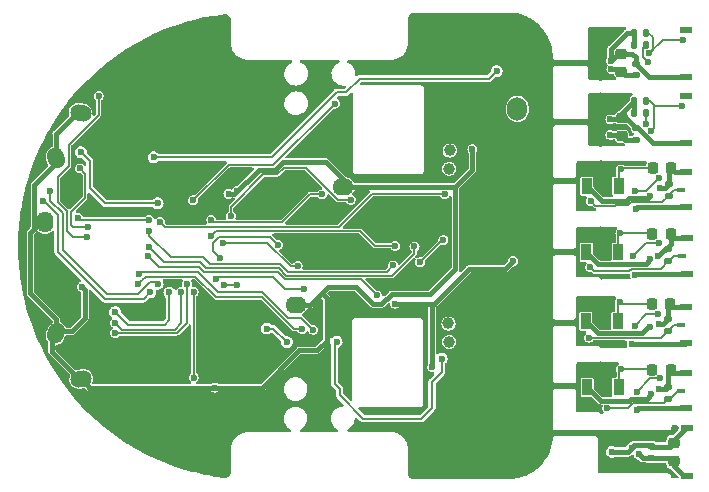
<source format=gbr>
%TF.GenerationSoftware,KiCad,Pcbnew,6.0.8-f2edbf62ab~116~ubuntu22.04.1*%
%TF.CreationDate,2022-10-15T14:22:12+05:30*%
%TF.ProjectId,mushak_pcb,6d757368-616b-45f7-9063-622e6b696361,rev?*%
%TF.SameCoordinates,Original*%
%TF.FileFunction,Copper,L2,Bot*%
%TF.FilePolarity,Positive*%
%FSLAX46Y46*%
G04 Gerber Fmt 4.6, Leading zero omitted, Abs format (unit mm)*
G04 Created by KiCad (PCBNEW 6.0.8-f2edbf62ab~116~ubuntu22.04.1) date 2022-10-15 14:22:12*
%MOMM*%
%LPD*%
G01*
G04 APERTURE LIST*
G04 Aperture macros list*
%AMRoundRect*
0 Rectangle with rounded corners*
0 $1 Rounding radius*
0 $2 $3 $4 $5 $6 $7 $8 $9 X,Y pos of 4 corners*
0 Add a 4 corners polygon primitive as box body*
4,1,4,$2,$3,$4,$5,$6,$7,$8,$9,$2,$3,0*
0 Add four circle primitives for the rounded corners*
1,1,$1+$1,$2,$3*
1,1,$1+$1,$4,$5*
1,1,$1+$1,$6,$7*
1,1,$1+$1,$8,$9*
0 Add four rect primitives between the rounded corners*
20,1,$1+$1,$2,$3,$4,$5,0*
20,1,$1+$1,$4,$5,$6,$7,0*
20,1,$1+$1,$6,$7,$8,$9,0*
20,1,$1+$1,$8,$9,$2,$3,0*%
%AMHorizOval*
0 Thick line with rounded ends*
0 $1 width*
0 $2 $3 position (X,Y) of the first rounded end (center of the circle)*
0 $4 $5 position (X,Y) of the second rounded end (center of the circle)*
0 Add line between two ends*
20,1,$1,$2,$3,$4,$5,0*
0 Add two circle primitives to create the rounded ends*
1,1,$1,$2,$3*
1,1,$1,$4,$5*%
G04 Aperture macros list end*
%TA.AperFunction,ComponentPad*%
%ADD10R,1.000000X0.500000*%
%TD*%
%TA.AperFunction,ComponentPad*%
%ADD11O,1.800000X1.400000*%
%TD*%
%TA.AperFunction,SMDPad,CuDef*%
%ADD12R,0.800000X0.400000*%
%TD*%
%TA.AperFunction,ComponentPad*%
%ADD13HorizOval,1.400000X-0.196962X0.034730X0.196962X-0.034730X0*%
%TD*%
%TA.AperFunction,ComponentPad*%
%ADD14RoundRect,0.250000X-0.600000X-0.750000X0.600000X-0.750000X0.600000X0.750000X-0.600000X0.750000X0*%
%TD*%
%TA.AperFunction,ComponentPad*%
%ADD15O,1.700000X2.000000*%
%TD*%
%TA.AperFunction,ComponentPad*%
%ADD16O,1.400000X1.800000*%
%TD*%
%TA.AperFunction,ComponentPad*%
%ADD17C,1.000000*%
%TD*%
%TA.AperFunction,ComponentPad*%
%ADD18HorizOval,1.400000X-0.073300X0.186084X0.073300X-0.186084X0*%
%TD*%
%TA.AperFunction,ComponentPad*%
%ADD19HorizOval,1.400000X-0.196962X-0.034730X0.196962X0.034730X0*%
%TD*%
%TA.AperFunction,ComponentPad*%
%ADD20HorizOval,1.400000X-0.073300X-0.186084X0.073300X0.186084X0*%
%TD*%
%TA.AperFunction,SMDPad,CuDef*%
%ADD21RoundRect,0.135000X0.185000X-0.135000X0.185000X0.135000X-0.185000X0.135000X-0.185000X-0.135000X0*%
%TD*%
%TA.AperFunction,SMDPad,CuDef*%
%ADD22RoundRect,0.135000X-0.135000X-0.185000X0.135000X-0.185000X0.135000X0.185000X-0.135000X0.185000X0*%
%TD*%
%TA.AperFunction,SMDPad,CuDef*%
%ADD23RoundRect,0.140000X-0.170000X0.140000X-0.170000X-0.140000X0.170000X-0.140000X0.170000X0.140000X0*%
%TD*%
%TA.AperFunction,SMDPad,CuDef*%
%ADD24R,0.900000X1.400000*%
%TD*%
%TA.AperFunction,SMDPad,CuDef*%
%ADD25RoundRect,0.225000X0.250000X-0.225000X0.250000X0.225000X-0.250000X0.225000X-0.250000X-0.225000X0*%
%TD*%
%TA.AperFunction,SMDPad,CuDef*%
%ADD26RoundRect,0.225000X-0.225000X-0.250000X0.225000X-0.250000X0.225000X0.250000X-0.225000X0.250000X0*%
%TD*%
%TA.AperFunction,SMDPad,CuDef*%
%ADD27RoundRect,0.140000X0.170000X-0.140000X0.170000X0.140000X-0.170000X0.140000X-0.170000X-0.140000X0*%
%TD*%
%TA.AperFunction,ViaPad*%
%ADD28C,0.600000*%
%TD*%
%TA.AperFunction,Conductor*%
%ADD29C,0.200000*%
%TD*%
%TA.AperFunction,Conductor*%
%ADD30C,0.400000*%
%TD*%
G04 APERTURE END LIST*
D10*
%TO.P,J4,1,Pin_1*%
%TO.N,/AS5048_Left/+3V0_s*%
X205000000Y-88300000D03*
%TO.P,J4,4,Pin_4*%
%TO.N,/AS5048_Left/GND_s*%
X205000000Y-84300000D03*
%TD*%
D11*
%TO.P,J11,1,Pin_1*%
%TO.N,+3V0*%
X176000000Y-92000000D03*
%TO.P,J11,4,Pin_4*%
%TO.N,POW_GND*%
X172000000Y-92000000D03*
%TD*%
D10*
%TO.P,J8,1,Pin_1*%
%TO.N,/IR_sensor/+3V0_4*%
X205100000Y-99350000D03*
D12*
%TO.P,J8,3,Pin_3*%
%TO.N,/IR_sensor/IR_REC_4*%
X204700000Y-97850000D03*
D10*
%TO.P,J8,4,Pin_4*%
%TO.N,/IR_sensor/GND_4*%
X205100000Y-96350000D03*
%TD*%
D13*
%TO.P,J16,1,Pin_1*%
%TO.N,+3V0*%
X153772788Y-85739528D03*
%TO.P,J16,4,Pin_4*%
%TO.N,POW_GND*%
X156727212Y-86260472D03*
%TD*%
D10*
%TO.P,J7,1,Pin_1*%
%TO.N,/IR_sensor/+3V0_2*%
X205050000Y-110771814D03*
D12*
%TO.P,J7,3,Pin_3*%
%TO.N,/IR_sensor/IR_REC_2*%
X204650000Y-109271814D03*
D10*
%TO.P,J7,4,Pin_4*%
%TO.N,/IR_sensor/GND_2*%
X205050000Y-107771814D03*
%TD*%
D11*
%TO.P,J13,1,Pin_1*%
%TO.N,+3V0*%
X172000000Y-102000000D03*
%TO.P,J13,4,Pin_4*%
%TO.N,POW_GND*%
X176000000Y-102000000D03*
%TD*%
D10*
%TO.P,J6,1,Pin_1*%
%TO.N,/IR_sensor/+3V0_1*%
X205050000Y-105200000D03*
D12*
%TO.P,J6,3,Pin_3*%
%TO.N,/IR_sensor/IR_REC_1*%
X204650000Y-103700000D03*
D10*
%TO.P,J6,4,Pin_4*%
%TO.N,/IR_sensor/GND_1*%
X205050000Y-102200000D03*
%TD*%
D14*
%TO.P,J2,1,Pin_1*%
%TO.N,POW_GND*%
X188250000Y-85400000D03*
D15*
%TO.P,J2,2,Pin_2*%
%TO.N,POW_IN*%
X190750000Y-85400000D03*
%TD*%
D10*
%TO.P,J17,1,Pin_1*%
%TO.N,/VL6180x/3V0_s*%
X205100000Y-116450000D03*
%TO.P,J17,4,Pin_4*%
%TO.N,/VL6180x/GND_s*%
X205100000Y-112450000D03*
%TD*%
D16*
%TO.P,J15,1,Pin_1*%
%TO.N,+3V0*%
X150750000Y-95000000D03*
%TO.P,J15,4,Pin_4*%
%TO.N,POW_GND*%
X150750000Y-99000000D03*
%TD*%
D10*
%TO.P,J5,1,Pin_1*%
%TO.N,/AS5048_Right/+3V0_s*%
X205070000Y-82700000D03*
%TO.P,J5,4,Pin_4*%
%TO.N,/AS5048_Right/GND_s*%
X205070000Y-78700000D03*
%TD*%
D17*
%TO.P,M1,1,VMOT+*%
%TO.N,Net-(M1-Pad1)*%
X184925000Y-103575000D03*
%TO.P,M1,2,VMOT-*%
%TO.N,Net-(M1-Pad2)*%
X184975000Y-105125000D03*
%TD*%
D18*
%TO.P,J14,1,Pin_1*%
%TO.N,+3V0*%
X151700248Y-89604374D03*
%TO.P,J14,4,Pin_4*%
%TO.N,POW_GND*%
X152799752Y-92395626D03*
%TD*%
D19*
%TO.P,J10,1,Pin_1*%
%TO.N,+3V0*%
X153822788Y-108260472D03*
%TO.P,J10,4,Pin_4*%
%TO.N,POW_GND*%
X156777212Y-107739528D03*
%TD*%
D10*
%TO.P,J9,1,Pin_1*%
%TO.N,/IR_sensor/+3V0_3*%
X205050000Y-93750000D03*
D12*
%TO.P,J9,3,Pin_3*%
%TO.N,/IR_sensor/IR_REC_3*%
X204650000Y-92250000D03*
D10*
%TO.P,J9,4,Pin_4*%
%TO.N,/IR_sensor/GND_3*%
X205050000Y-90750000D03*
%TD*%
D20*
%TO.P,J12,1,Pin_1*%
%TO.N,+3V0*%
X151700248Y-104395626D03*
%TO.P,J12,4,Pin_4*%
%TO.N,POW_GND*%
X152799752Y-101604374D03*
%TD*%
D21*
%TO.P,R6,1*%
%TO.N,/IR_sensor/IR_REC_1*%
X203500000Y-104210000D03*
%TO.P,R6,2*%
%TO.N,/IR_sensor/GND_1*%
X203500000Y-103190000D03*
%TD*%
D22*
%TO.P,R10,1*%
%TO.N,/AS5048_Right/+3V0_s*%
X200590000Y-78975000D03*
%TO.P,R10,2*%
%TO.N,/AS5048_Right/SCL_s*%
X201610000Y-78975000D03*
%TD*%
D23*
%TO.P,C41,1*%
%TO.N,/AS5048_Right/+3V0_s*%
X200825000Y-81595000D03*
%TO.P,C41,2*%
%TO.N,/AS5048_Right/GND_s*%
X200825000Y-82555000D03*
%TD*%
D24*
%TO.P,D4,1*%
%TO.N,Net-(D4-Pad1)*%
X196602500Y-97550000D03*
%TO.P,D4,2*%
%TO.N,Net-(C38-Pad1)*%
X199302500Y-97550000D03*
%TD*%
D25*
%TO.P,C29,1*%
%TO.N,/VL6180x/3V0_s*%
X204050000Y-115225000D03*
%TO.P,C29,2*%
%TO.N,/VL6180x/GND_s*%
X204050000Y-113675000D03*
%TD*%
D23*
%TO.P,C40,1*%
%TO.N,/AS5048_Left/+3V0_s*%
X200825000Y-87045000D03*
%TO.P,C40,2*%
%TO.N,/AS5048_Left/GND_s*%
X200825000Y-88005000D03*
%TD*%
D26*
%TO.P,C38,1*%
%TO.N,Net-(C38-Pad1)*%
X202175000Y-96000000D03*
%TO.P,C38,2*%
%TO.N,/IR_sensor/GND_4*%
X203725000Y-96000000D03*
%TD*%
D24*
%TO.P,D2,1*%
%TO.N,Net-(D2-Pad1)*%
X196550000Y-103400000D03*
%TO.P,D2,2*%
%TO.N,Net-(C34-Pad1)*%
X199250000Y-103400000D03*
%TD*%
D22*
%TO.P,R9,1*%
%TO.N,/AS5048_Right/+3V0_s*%
X200590000Y-80000000D03*
%TO.P,R9,2*%
%TO.N,/AS5048_Right/SDA_s*%
X201610000Y-80000000D03*
%TD*%
%TO.P,R5,1*%
%TO.N,/AS5048_Left/+3V0_s*%
X200665000Y-84700000D03*
%TO.P,R5,2*%
%TO.N,/AS5048_Left/SCL_s*%
X201685000Y-84700000D03*
%TD*%
D25*
%TO.P,C23,1*%
%TO.N,/AS5048_Left/GND_s*%
X199600000Y-87725000D03*
%TO.P,C23,2*%
%TO.N,/AS5048_Left/+3V0_s*%
X199600000Y-86175000D03*
%TD*%
D24*
%TO.P,D5,1*%
%TO.N,Net-(D5-Pad1)*%
X196650000Y-91950000D03*
%TO.P,D5,2*%
%TO.N,Net-(C39-Pad1)*%
X199350000Y-91950000D03*
%TD*%
D21*
%TO.P,R13,1*%
%TO.N,/IR_sensor/IR_REC_4*%
X203550000Y-98310000D03*
%TO.P,R13,2*%
%TO.N,/IR_sensor/GND_4*%
X203550000Y-97290000D03*
%TD*%
%TO.P,R22,1*%
%TO.N,/IR_sensor/IR_REC_3*%
X203600000Y-92760000D03*
%TO.P,R22,2*%
%TO.N,/IR_sensor/GND_3*%
X203600000Y-91740000D03*
%TD*%
D24*
%TO.P,D3,1*%
%TO.N,Net-(D3-Pad1)*%
X196652500Y-108971814D03*
%TO.P,D3,2*%
%TO.N,Net-(C35-Pad1)*%
X199352500Y-108971814D03*
%TD*%
D25*
%TO.P,C22,1*%
%TO.N,/AS5048_Right/GND_s*%
X199550000Y-82275000D03*
%TO.P,C22,2*%
%TO.N,/AS5048_Right/+3V0_s*%
X199550000Y-80725000D03*
%TD*%
D27*
%TO.P,C30,1*%
%TO.N,/VL6180x/3V0_s*%
X202050000Y-114930000D03*
%TO.P,C30,2*%
%TO.N,/VL6180x/GND_s*%
X202050000Y-113970000D03*
%TD*%
D21*
%TO.P,R11,1*%
%TO.N,/IR_sensor/IR_REC_2*%
X203525000Y-109981814D03*
%TO.P,R11,2*%
%TO.N,/IR_sensor/GND_2*%
X203525000Y-108961814D03*
%TD*%
D26*
%TO.P,C34,1*%
%TO.N,Net-(C34-Pad1)*%
X202125000Y-101900000D03*
%TO.P,C34,2*%
%TO.N,/IR_sensor/GND_1*%
X203675000Y-101900000D03*
%TD*%
%TO.P,C39,1*%
%TO.N,Net-(C39-Pad1)*%
X202225000Y-90450000D03*
%TO.P,C39,2*%
%TO.N,/IR_sensor/GND_3*%
X203775000Y-90450000D03*
%TD*%
D17*
%TO.P,M2,1,VMOT+*%
%TO.N,Net-(M2-Pad1)*%
X184975000Y-90475000D03*
%TO.P,M2,2,VMOT-*%
%TO.N,Net-(M2-Pad2)*%
X185025000Y-88925000D03*
%TD*%
D22*
%TO.P,R8,1*%
%TO.N,/AS5048_Left/+3V0_s*%
X200665000Y-85725000D03*
%TO.P,R8,2*%
%TO.N,/AS5048_Left/SDA_s*%
X201685000Y-85725000D03*
%TD*%
D26*
%TO.P,C35,1*%
%TO.N,Net-(C35-Pad1)*%
X202175000Y-107471814D03*
%TO.P,C35,2*%
%TO.N,/IR_sensor/GND_2*%
X203725000Y-107471814D03*
%TD*%
D28*
%TO.N,/IR_sensor/IR_REC_1*%
X196800000Y-104780000D03*
%TO.N,/IR_sensor/+3V0_1*%
X200430000Y-105299500D03*
%TO.N,+3V0*%
X186950000Y-88800000D03*
X165125000Y-109000000D03*
X153900000Y-100450000D03*
X167015413Y-92378853D03*
X166300000Y-92600000D03*
%TO.N,POW_GND*%
X182850000Y-95500000D03*
X189800000Y-105000000D03*
X189800000Y-100800000D03*
X161500000Y-93400000D03*
X191700000Y-102900000D03*
X171250000Y-96700500D03*
X180900000Y-95650000D03*
X154900000Y-103350000D03*
X184000000Y-78950000D03*
X164100000Y-106700000D03*
X179100000Y-96350000D03*
X172600000Y-88950000D03*
X170825000Y-92575000D03*
X177899500Y-102225000D03*
X179175000Y-97875000D03*
X184700000Y-109400000D03*
X187900000Y-100800000D03*
X156000000Y-92050000D03*
X167600000Y-104800000D03*
X154250000Y-104000000D03*
X169700000Y-87400000D03*
X162400000Y-107700000D03*
X173500000Y-93325000D03*
X184124500Y-95600000D03*
X162775000Y-87950000D03*
X157000000Y-92000000D03*
X183900000Y-112900000D03*
X167000000Y-106400000D03*
X186350000Y-94600000D03*
X169700000Y-85200000D03*
X174500000Y-87950000D03*
X184150000Y-102775000D03*
X164100000Y-107550000D03*
X191700000Y-105000000D03*
X159700000Y-110450000D03*
X191700000Y-100800000D03*
X187900000Y-102900000D03*
X187900000Y-105000000D03*
X163125000Y-84375000D03*
X158975000Y-110450000D03*
X160300000Y-85950000D03*
X189800000Y-102900000D03*
%TO.N,NRST*%
X163300000Y-93150000D03*
X175350000Y-84950000D03*
%TO.N,DEBUG*%
X169550000Y-104000000D03*
X171250000Y-105150000D03*
%TO.N,POW_IN*%
X190400000Y-98300000D03*
X183550000Y-107275000D03*
X180400000Y-101900000D03*
%TO.N,3V0A*%
X153800000Y-89071772D03*
X160300000Y-93400000D03*
%TO.N,Net-(C27-Pad2)*%
X182500000Y-98400000D03*
X184500000Y-96500000D03*
%TO.N,Net-(C34-Pad1)*%
X199425000Y-101750000D03*
%TO.N,Net-(D3-Pad1)*%
X202100000Y-109571814D03*
%TO.N,Net-(D4-Pad1)*%
X202000000Y-98150000D03*
%TO.N,Net-(D5-Pad1)*%
X202000000Y-92750000D03*
%TO.N,SYS_JTCK-SWCLK*%
X165950000Y-100350000D03*
X167000000Y-100350000D03*
X163350000Y-108150000D03*
X163350000Y-100900000D03*
%TO.N,BAT_VOL*%
X189000000Y-82200000D03*
X159950000Y-89500000D03*
%TO.N,BUZZER_OP*%
X175450000Y-105125000D03*
X172650000Y-100650000D03*
X184350000Y-106550000D03*
X165250000Y-99849500D03*
%TO.N,/VL6180x/3V0_s*%
X201087156Y-114598624D03*
%TO.N,Net-(D2-Pad1)*%
X202000000Y-103850000D03*
%TO.N,/MPU6500/MOSI*%
X172150000Y-98700000D03*
X165800000Y-96750000D03*
%TO.N,/MPU6500/nCS*%
X165600000Y-98000000D03*
X170500000Y-96900000D03*
%TO.N,/MPU6500/MISO*%
X164800000Y-96200000D03*
X180400000Y-97000000D03*
%TO.N,SDA_1*%
X174200000Y-92650000D03*
X164850000Y-94800000D03*
%TO.N,IR_LED_2*%
X161300000Y-100950000D03*
X156700000Y-102600000D03*
%TO.N,IR_RES_2*%
X159550000Y-94800000D03*
X153550000Y-94630000D03*
%TO.N,SDA_2*%
X172550000Y-104050000D03*
X158650000Y-100200000D03*
%TO.N,SCL_2*%
X158746800Y-99396800D03*
X173475000Y-104100000D03*
%TO.N,IR_LED_3*%
X151225500Y-92357959D03*
X160300000Y-100200000D03*
%TO.N,IR_RES_3*%
X154400000Y-95400000D03*
X153700000Y-90450000D03*
%TO.N,SDA_3*%
X156700000Y-103500000D03*
X162300000Y-100900000D03*
%TO.N,IR_LED_4*%
X159691707Y-100911629D03*
X150626000Y-93175000D03*
%TO.N,SCL_3*%
X162800000Y-100200000D03*
X156700000Y-104400000D03*
%TO.N,IR_RES_4*%
X154300000Y-96250000D03*
X155300000Y-84300000D03*
%TO.N,/DRV8833_Motor_Driver/BIN2*%
X180250000Y-98649500D03*
X159600000Y-95750000D03*
%TO.N,/DRV8833_Motor_Driver/AIN2*%
X159550000Y-97100000D03*
X182046800Y-97053200D03*
%TO.N,/DRV8833_Motor_Driver/BIN1*%
X159450000Y-97850000D03*
X178900000Y-101200000D03*
%TO.N,/DRV8833_Motor_Driver/AIN1*%
X176650000Y-93100000D03*
X166500000Y-94500000D03*
%TO.N,Net-(C35-Pad1)*%
X199525000Y-107421814D03*
%TO.N,Net-(C38-Pad1)*%
X199475000Y-95950000D03*
%TO.N,Net-(C39-Pad1)*%
X199525000Y-90525000D03*
%TO.N,/IR_sensor/IR_REC_2*%
X198350000Y-110771814D03*
%TO.N,/IR_sensor/+3V0_2*%
X200850000Y-110871814D03*
%TO.N,/VL6180x/GND_s*%
X198775000Y-114450000D03*
X200433441Y-114138341D03*
%TO.N,/AS5048_Right/GND_s*%
X198725000Y-82050000D03*
%TO.N,/DRV8833_Motor_Driver/EN*%
X184600000Y-92599500D03*
X160500000Y-94950000D03*
%TO.N,/AS5048_Right/+3V0_s*%
X198675000Y-81325000D03*
%TO.N,/AS5048_Left/GND_s*%
X198625000Y-87600000D03*
%TO.N,/AS5048_Left/+3V0_s*%
X198625000Y-86300000D03*
%TO.N,/IR_sensor/IR_REC_4*%
X196930000Y-98810000D03*
%TO.N,/IR_sensor/+3V0_4*%
X200700000Y-99450000D03*
%TO.N,/IR_sensor/IR_REC_3*%
X196960000Y-93190000D03*
%TO.N,/IR_sensor/+3V0_3*%
X200800000Y-93850000D03*
%TO.N,/IR_sensor/GND_1*%
X202725000Y-103600000D03*
%TO.N,/IR_sensor/GND_2*%
X202775000Y-109121814D03*
%TO.N,/IR_sensor/GND_4*%
X202700000Y-97900000D03*
%TO.N,/IR_sensor/GND_3*%
X202825000Y-92075000D03*
%TO.N,/AS5048_Left/SDA_s*%
X201625000Y-86700000D03*
%TO.N,/AS5048_Left/SCL_s*%
X202075000Y-87300000D03*
X204729500Y-85150000D03*
%TO.N,/AS5048_Right/SDA_s*%
X201850500Y-81475000D03*
%TO.N,/AS5048_Right/SCL_s*%
X204774500Y-79575000D03*
X201925000Y-80700000D03*
%TO.N,Net-(Q2-Pad2)*%
X200675000Y-103800500D03*
X202700000Y-102800000D03*
%TO.N,Net-(Q3-Pad2)*%
X200850000Y-109347314D03*
X202850000Y-108221814D03*
%TO.N,Net-(Q4-Pad2)*%
X202760574Y-96759890D03*
X200549502Y-97880000D03*
%TO.N,Net-(Q5-Pad2)*%
X200688651Y-92330500D03*
X202781251Y-91229409D03*
%TD*%
D29*
%TO.N,/IR_sensor/IR_REC_1*%
X202910000Y-104800000D02*
X203500000Y-104210000D01*
X196800000Y-104780000D02*
X196820000Y-104800000D01*
X203500000Y-104210000D02*
X203500000Y-104200000D01*
X204000000Y-103700000D02*
X204650000Y-103700000D01*
X196820000Y-104800000D02*
X202910000Y-104800000D01*
X203500000Y-104200000D02*
X204000000Y-103700000D01*
D30*
%TO.N,/IR_sensor/+3V0_1*%
X200430500Y-105300000D02*
X204950000Y-105300000D01*
X200430000Y-105299500D02*
X200430500Y-105300000D01*
X204950000Y-105300000D02*
X205050000Y-105200000D01*
%TO.N,+3V0*%
X153900000Y-100450000D02*
X154150000Y-100700000D01*
X154150000Y-103125000D02*
X153046272Y-104228728D01*
X153660472Y-108260472D02*
X151350000Y-105950000D01*
X174600000Y-105017157D02*
X174600000Y-101400000D01*
X149850000Y-95550000D02*
X149850000Y-91850000D01*
X154500000Y-109000000D02*
X169150000Y-109000000D01*
X174200000Y-101000000D02*
X174700000Y-100500000D01*
X168850000Y-90550000D02*
X170265686Y-90550000D01*
X172300000Y-105850000D02*
X173767157Y-105850000D01*
X174700000Y-100500000D02*
X177100000Y-100500000D01*
X149500000Y-95900000D02*
X149850000Y-95550000D01*
X174600000Y-101400000D02*
X174200000Y-101000000D01*
X166800000Y-92600000D02*
X168850000Y-90550000D01*
X183350000Y-101100000D02*
X185500000Y-98950000D01*
X149500000Y-95900000D02*
X149500000Y-101000000D01*
X151350000Y-105950000D02*
X151350000Y-104745874D01*
X151867146Y-104228728D02*
X151700248Y-104395626D01*
X154150000Y-100700000D02*
X154150000Y-103125000D01*
X185600000Y-91900000D02*
X186950000Y-90550000D01*
X170265686Y-90550000D02*
X170915686Y-89900000D01*
X173767157Y-105850000D02*
X174600000Y-105017157D01*
X176000000Y-92000000D02*
X185500000Y-92000000D01*
X150750000Y-95000000D02*
X150400000Y-95000000D01*
X149850000Y-91850000D02*
X151700248Y-89999752D01*
X177100000Y-100500000D02*
X178550000Y-101950000D01*
X185500000Y-92000000D02*
X185600000Y-91900000D01*
X151700248Y-103200248D02*
X151700248Y-104395626D01*
X174550000Y-89900000D02*
X176000000Y-91350000D01*
X153460472Y-85739528D02*
X153772788Y-85739528D01*
X149500000Y-101000000D02*
X151700248Y-103200248D01*
X154500000Y-108937684D02*
X154500000Y-109000000D01*
X178550000Y-101950000D02*
X179250000Y-101950000D01*
X151700248Y-89604374D02*
X151700248Y-87499752D01*
X169150000Y-109000000D02*
X172300000Y-105850000D01*
X185500000Y-98950000D02*
X185500000Y-92000000D01*
X179250000Y-101950000D02*
X180100000Y-101100000D01*
X173200000Y-102000000D02*
X174200000Y-101000000D01*
X150400000Y-95000000D02*
X149500000Y-95900000D01*
X153822788Y-108322788D02*
X153822788Y-108260472D01*
X176000000Y-91350000D02*
X176000000Y-92000000D01*
X172000000Y-102000000D02*
X173200000Y-102000000D01*
X151700248Y-89999752D02*
X151700248Y-89604374D01*
X186950000Y-90550000D02*
X186950000Y-88800000D01*
X153772788Y-108260472D02*
X153772788Y-108272788D01*
X151700248Y-87499752D02*
X153460472Y-85739528D01*
X170915686Y-89900000D02*
X174550000Y-89900000D01*
X153046272Y-104228728D02*
X151867146Y-104228728D01*
X166300000Y-92600000D02*
X166800000Y-92600000D01*
X153822788Y-108260472D02*
X153660472Y-108260472D01*
X153822788Y-108260472D02*
X154500000Y-108937684D01*
X180100000Y-101100000D02*
X183350000Y-101100000D01*
X151350000Y-104745874D02*
X151700248Y-104395626D01*
%TO.N,POW_GND*%
X157550000Y-92000000D02*
X158150000Y-92600000D01*
X172600000Y-88950000D02*
X173500000Y-88950000D01*
X158150000Y-92600000D02*
X160700000Y-92600000D01*
X157000000Y-92000000D02*
X157550000Y-92000000D01*
X176000000Y-102000000D02*
X177674500Y-102000000D01*
X160700000Y-92600000D02*
X161500000Y-93400000D01*
X173500000Y-88950000D02*
X174500000Y-87950000D01*
X177674500Y-102000000D02*
X177899500Y-102225000D01*
D29*
%TO.N,NRST*%
X175300000Y-84950000D02*
X170100000Y-90150000D01*
X166300000Y-90150000D02*
X163300000Y-93150000D01*
X175350000Y-84950000D02*
X175300000Y-84950000D01*
X170100000Y-90150000D02*
X166300000Y-90150000D01*
%TO.N,DEBUG*%
X171250000Y-105150000D02*
X170100000Y-104000000D01*
X170100000Y-104000000D02*
X169550000Y-104000000D01*
D30*
%TO.N,POW_IN*%
X190400000Y-98300000D02*
X189750000Y-98950000D01*
X183525000Y-107250000D02*
X183525000Y-102075000D01*
X183700000Y-101900000D02*
X180400000Y-101900000D01*
X183550000Y-107275000D02*
X183525000Y-107250000D01*
X186650000Y-98950000D02*
X183700000Y-101900000D01*
X183525000Y-102075000D02*
X183700000Y-101900000D01*
X189750000Y-98950000D02*
X186650000Y-98950000D01*
D29*
%TO.N,3V0A*%
X155850000Y-93400000D02*
X160300000Y-93400000D01*
X154550000Y-89821772D02*
X154550000Y-92100000D01*
X154550000Y-92100000D02*
X155850000Y-93400000D01*
X153800000Y-89071772D02*
X154550000Y-89821772D01*
%TO.N,Net-(C27-Pad2)*%
X184400000Y-96500000D02*
X182500000Y-98400000D01*
X184500000Y-96500000D02*
X184400000Y-96500000D01*
%TO.N,Net-(C34-Pad1)*%
X199425000Y-101750000D02*
X199575000Y-101900000D01*
X199425000Y-101750000D02*
X199250000Y-101925000D01*
X199250000Y-101925000D02*
X199250000Y-103400000D01*
X199575000Y-101900000D02*
X202125000Y-101900000D01*
D30*
%TO.N,Net-(D3-Pad1)*%
X202100000Y-109571814D02*
X201725000Y-109946814D01*
X197802500Y-110121814D02*
X196652500Y-108971814D01*
X200409315Y-109946814D02*
X200234315Y-110121814D01*
X201725000Y-109946814D02*
X200409315Y-109946814D01*
X200234315Y-110121814D02*
X197802500Y-110121814D01*
%TO.N,Net-(D4-Pad1)*%
X201625000Y-98525000D02*
X200077500Y-98525000D01*
X200052500Y-98550000D02*
X197602500Y-98550000D01*
X200077500Y-98525000D02*
X200052500Y-98550000D01*
X197602500Y-98550000D02*
X196602500Y-97550000D01*
X202000000Y-98150000D02*
X201625000Y-98525000D01*
%TO.N,Net-(D5-Pad1)*%
X201820000Y-92930000D02*
X202000000Y-92750000D01*
X196650000Y-91950000D02*
X197900000Y-93200000D01*
X198823187Y-93200000D02*
X198843187Y-93180000D01*
X199945000Y-93180000D02*
X200195000Y-92930000D01*
X197900000Y-93200000D02*
X198823187Y-93200000D01*
X198843187Y-93180000D02*
X199945000Y-93180000D01*
X200195000Y-92930000D02*
X201820000Y-92930000D01*
D29*
%TO.N,SYS_JTCK-SWCLK*%
X165950000Y-100350000D02*
X167000000Y-100350000D01*
X163350000Y-108150000D02*
X163350000Y-100900000D01*
%TO.N,BAT_VOL*%
X177400000Y-82850000D02*
X176250000Y-84000000D01*
X169950000Y-89500000D02*
X159950000Y-89500000D01*
X176250000Y-84000000D02*
X175450000Y-84000000D01*
X189000000Y-82200000D02*
X188350000Y-82850000D01*
X188350000Y-82850000D02*
X177400000Y-82850000D01*
X175450000Y-84000000D02*
X169950000Y-89500000D01*
%TO.N,BUZZER_OP*%
X170050000Y-99650000D02*
X171050000Y-100650000D01*
X171050000Y-100650000D02*
X172650000Y-100650000D01*
X165250000Y-99849500D02*
X165449500Y-99650000D01*
X175700000Y-109100000D02*
X175700000Y-109650000D01*
X183525000Y-110725000D02*
X183525000Y-108525000D01*
X175275000Y-105300000D02*
X175275000Y-108675000D01*
X177700000Y-111650000D02*
X182600000Y-111650000D01*
X175275000Y-108675000D02*
X175700000Y-109100000D01*
X165449500Y-99650000D02*
X170050000Y-99650000D01*
X175450000Y-105125000D02*
X175275000Y-105300000D01*
X183525000Y-108525000D02*
X184350000Y-107700000D01*
X175700000Y-109650000D02*
X177700000Y-111650000D01*
X182600000Y-111650000D02*
X183525000Y-110725000D01*
X184350000Y-107700000D02*
X184350000Y-106550000D01*
%TO.N,/VL6180x/3V0_s*%
X201087156Y-114598624D02*
X200947439Y-114738341D01*
D30*
X202070000Y-114950000D02*
X202050000Y-114930000D01*
X203775000Y-114950000D02*
X202070000Y-114950000D01*
X204050000Y-115600000D02*
X204050000Y-115225000D01*
X204050000Y-115225000D02*
X203775000Y-114950000D01*
X201418532Y-114930000D02*
X201087156Y-114598624D01*
X202050000Y-114930000D02*
X201418532Y-114930000D01*
X204900000Y-116450000D02*
X204050000Y-115600000D01*
X205100000Y-116450000D02*
X204900000Y-116450000D01*
%TO.N,Net-(D2-Pad1)*%
X197550000Y-104400000D02*
X196550000Y-103400000D01*
X201300000Y-104400000D02*
X201850000Y-103850000D01*
X201300000Y-104400000D02*
X197550000Y-104400000D01*
X201850000Y-103850000D02*
X202000000Y-103850000D01*
D29*
%TO.N,/MPU6500/MOSI*%
X169600000Y-96750000D02*
X165800000Y-96750000D01*
X171550000Y-98700000D02*
X169600000Y-96750000D01*
X172150000Y-98700000D02*
X171550000Y-98700000D01*
%TO.N,/MPU6500/nCS*%
X165035392Y-96700000D02*
X165000000Y-96700000D01*
X170500000Y-96900000D02*
X169830000Y-96230000D01*
X169830000Y-96230000D02*
X165505392Y-96230000D01*
X165000000Y-97400000D02*
X165600000Y-98000000D01*
X165505392Y-96230000D02*
X165035392Y-96700000D01*
X165000000Y-96700000D02*
X165000000Y-97400000D01*
%TO.N,/MPU6500/MISO*%
X177464608Y-95750000D02*
X165250000Y-95750000D01*
X180400000Y-97000000D02*
X178714608Y-97000000D01*
X165250000Y-95750000D02*
X164800000Y-96200000D01*
X178714608Y-97000000D02*
X177464608Y-95750000D01*
%TO.N,SDA_1*%
X173175000Y-92650000D02*
X174200000Y-92650000D01*
X164850000Y-94800000D02*
X165070000Y-95020000D01*
X170805000Y-95020000D02*
X173175000Y-92650000D01*
X165070000Y-95020000D02*
X170805000Y-95020000D01*
%TO.N,IR_LED_2*%
X157800000Y-103700000D02*
X156700000Y-102600000D01*
X160900000Y-103700000D02*
X157800000Y-103700000D01*
X161300000Y-100950000D02*
X161300000Y-103300000D01*
X161300000Y-103300000D02*
X160900000Y-103700000D01*
%TO.N,IR_RES_2*%
X153720000Y-94800000D02*
X159550000Y-94800000D01*
X153550000Y-94630000D02*
X153720000Y-94800000D01*
%TO.N,SDA_2*%
X158933200Y-99916800D02*
X158962192Y-99916800D01*
X169125736Y-101350000D02*
X171825736Y-104050000D01*
X171825736Y-104050000D02*
X172550000Y-104050000D01*
X163500000Y-99600000D02*
X165250000Y-101350000D01*
X159278992Y-99600000D02*
X163500000Y-99600000D01*
X158650000Y-100200000D02*
X158933200Y-99916800D01*
X158962192Y-99916800D02*
X159278992Y-99600000D01*
X165250000Y-101350000D02*
X169125736Y-101350000D01*
%TO.N,SCL_2*%
X165450000Y-100950000D02*
X163700000Y-99200000D01*
X169150000Y-100950000D02*
X165450000Y-100950000D01*
X171300000Y-103100000D02*
X169150000Y-100950000D01*
X158943600Y-99200000D02*
X158746800Y-99396800D01*
X163700000Y-99200000D02*
X158943600Y-99200000D01*
X173475000Y-104100000D02*
X172475000Y-103100000D01*
X172475000Y-103100000D02*
X171300000Y-103100000D01*
%TO.N,IR_LED_3*%
X152250000Y-94240686D02*
X152250000Y-97350000D01*
X159654807Y-100100000D02*
X160200000Y-100100000D01*
X152250000Y-97350000D02*
X155999500Y-101099500D01*
X155999500Y-101099500D02*
X158655307Y-101099500D01*
X160200000Y-100100000D02*
X160300000Y-100200000D01*
X151225500Y-93216186D02*
X152250000Y-94240686D01*
X158655307Y-101099500D02*
X159654807Y-100100000D01*
X151225500Y-92357959D02*
X151225500Y-93216186D01*
%TO.N,IR_RES_3*%
X152975000Y-95235000D02*
X153140000Y-95400000D01*
X154150000Y-92950000D02*
X152975000Y-94125000D01*
X153140000Y-95400000D02*
X154400000Y-95400000D01*
X154150000Y-90900000D02*
X154150000Y-92950000D01*
X152975000Y-94125000D02*
X152975000Y-95235000D01*
X153700000Y-90450000D02*
X154150000Y-90900000D01*
%TO.N,SDA_3*%
X156700000Y-103500000D02*
X157300000Y-104100000D01*
X162300000Y-103575736D02*
X162300000Y-100900000D01*
X157300000Y-104100000D02*
X161775736Y-104100000D01*
X161775736Y-104100000D02*
X162300000Y-103575736D01*
%TO.N,IR_LED_4*%
X151850000Y-94406372D02*
X151850000Y-97515685D01*
X150626000Y-93175000D02*
X150753464Y-93302464D01*
X150753464Y-93309836D02*
X151850000Y-94406372D01*
X150753464Y-93302464D02*
X150753464Y-93309836D01*
X159103836Y-101499500D02*
X159691707Y-100911629D01*
X155833814Y-101499500D02*
X159103836Y-101499500D01*
X151850000Y-97515685D02*
X155833814Y-101499500D01*
%TO.N,SCL_3*%
X162800000Y-100200000D02*
X162800000Y-103500000D01*
X162800000Y-103500000D02*
X161900000Y-104400000D01*
X161900000Y-104400000D02*
X156700000Y-104400000D01*
%TO.N,IR_RES_4*%
X152775000Y-88425000D02*
X155300000Y-85900000D01*
X154300000Y-96250000D02*
X153150000Y-96250000D01*
X153150000Y-96250000D02*
X152650000Y-95750000D01*
X152650000Y-95750000D02*
X152650000Y-94075000D01*
X152775000Y-90250000D02*
X152775000Y-88425000D01*
X152650000Y-94075000D02*
X151825000Y-93250000D01*
X155300000Y-85900000D02*
X155300000Y-84300000D01*
X151825000Y-91200000D02*
X152775000Y-90250000D01*
X151825000Y-93250000D02*
X151825000Y-91200000D01*
%TO.N,/DRV8833_Motor_Driver/BIN2*%
X171320000Y-99220000D02*
X179679500Y-99220000D01*
X164120000Y-97970000D02*
X164700000Y-98550000D01*
X164700000Y-98550000D02*
X170650000Y-98550000D01*
X179679500Y-99220000D02*
X180250000Y-98649500D01*
X159600000Y-96160000D02*
X161410000Y-97970000D01*
X170650000Y-98550000D02*
X171320000Y-99220000D01*
X161410000Y-97970000D02*
X164120000Y-97970000D01*
X159600000Y-95750000D02*
X159600000Y-96160000D01*
%TO.N,/DRV8833_Motor_Driver/AIN2*%
X164400000Y-98900000D02*
X170575736Y-98900000D01*
X160840000Y-98390000D02*
X163890000Y-98390000D01*
X171195736Y-99520000D02*
X180180000Y-99520000D01*
X170575736Y-98900000D02*
X171195736Y-99520000D01*
X163890000Y-98390000D02*
X164400000Y-98900000D01*
X182046800Y-97653200D02*
X182046800Y-97053200D01*
X159550000Y-97100000D02*
X160840000Y-98390000D01*
X180180000Y-99520000D02*
X182046800Y-97653200D01*
%TO.N,/DRV8833_Motor_Driver/BIN1*%
X171071472Y-99820000D02*
X177520000Y-99820000D01*
X163800000Y-98800000D02*
X164250000Y-99250000D01*
X164250000Y-99250000D02*
X170501472Y-99250000D01*
X160400000Y-98800000D02*
X163800000Y-98800000D01*
X170501472Y-99250000D02*
X171071472Y-99820000D01*
X177520000Y-99820000D02*
X178900000Y-101200000D01*
X159450000Y-97850000D02*
X160400000Y-98800000D01*
%TO.N,/DRV8833_Motor_Driver/AIN1*%
X175550000Y-93100000D02*
X172850000Y-90400000D01*
X166500000Y-93700000D02*
X166500000Y-94500000D01*
X176650000Y-93100000D02*
X175550000Y-93100000D01*
X172850000Y-90400000D02*
X170981372Y-90400000D01*
X169250000Y-90950000D02*
X166500000Y-93700000D01*
X170981372Y-90400000D02*
X170431371Y-90950000D01*
X170431371Y-90950000D02*
X169250000Y-90950000D01*
%TO.N,Net-(C35-Pad1)*%
X202125000Y-107421814D02*
X202175000Y-107471814D01*
X199352500Y-107594314D02*
X199352500Y-108971814D01*
X199525000Y-107421814D02*
X199352500Y-107594314D01*
X199525000Y-107421814D02*
X202125000Y-107421814D01*
%TO.N,Net-(C38-Pad1)*%
X202125000Y-95950000D02*
X202175000Y-96000000D01*
X199475000Y-95950000D02*
X199302500Y-96122500D01*
X199302500Y-96122500D02*
X199302500Y-97550000D01*
X199475000Y-95950000D02*
X202125000Y-95950000D01*
%TO.N,Net-(C39-Pad1)*%
X199350000Y-90700000D02*
X199350000Y-91950000D01*
X199525000Y-90525000D02*
X199600000Y-90450000D01*
X199525000Y-90525000D02*
X199350000Y-90700000D01*
X199600000Y-90450000D02*
X202225000Y-90450000D01*
%TO.N,/IR_sensor/IR_REC_2*%
X203640000Y-109981814D02*
X204350000Y-109271814D01*
X200150000Y-110771814D02*
X200575000Y-110346814D01*
X203525000Y-109981814D02*
X203640000Y-109981814D01*
X200575000Y-110346814D02*
X203160000Y-110346814D01*
X198350000Y-110771814D02*
X200150000Y-110771814D01*
X203160000Y-110346814D02*
X203525000Y-109981814D01*
X204350000Y-109271814D02*
X204650000Y-109271814D01*
D30*
%TO.N,/IR_sensor/+3V0_2*%
X205050000Y-110771814D02*
X200950000Y-110771814D01*
X200950000Y-110771814D02*
X200850000Y-110871814D01*
%TO.N,/VL6180x/GND_s*%
X205100000Y-112450000D02*
X205040000Y-112450000D01*
X204050000Y-113440000D02*
X204050000Y-113675000D01*
X200121782Y-114450000D02*
X200433441Y-114138341D01*
X202050000Y-113970000D02*
X201978624Y-113898624D01*
X204050000Y-113675000D02*
X203700000Y-114025000D01*
X201978624Y-113898624D02*
X200673158Y-113898624D01*
X203700000Y-114025000D02*
X202105000Y-114025000D01*
X200673158Y-113898624D02*
X200433441Y-114138341D01*
X205040000Y-112450000D02*
X204050000Y-113440000D01*
X198775000Y-114450000D02*
X200121782Y-114450000D01*
X202105000Y-114025000D02*
X202050000Y-113970000D01*
%TO.N,/AS5048_Right/GND_s*%
X199325000Y-82050000D02*
X199550000Y-82275000D01*
X198725000Y-82050000D02*
X199325000Y-82050000D01*
X199550000Y-82275000D02*
X199850000Y-82575000D01*
X199850000Y-82575000D02*
X200805000Y-82575000D01*
X200805000Y-82575000D02*
X200825000Y-82555000D01*
D29*
%TO.N,/DRV8833_Motor_Driver/EN*%
X178450000Y-92600000D02*
X184599500Y-92600000D01*
X175650000Y-95400000D02*
X178450000Y-92600000D01*
X160500000Y-94950000D02*
X160950000Y-95400000D01*
X160950000Y-95400000D02*
X175650000Y-95400000D01*
X184599500Y-92600000D02*
X184600000Y-92599500D01*
D30*
%TO.N,/AS5048_Right/+3V0_s*%
X198675000Y-81325000D02*
X198675000Y-80325000D01*
X200025000Y-78975000D02*
X200590000Y-78975000D01*
X199550000Y-80725000D02*
X200500000Y-80725000D01*
X199275000Y-80725000D02*
X199550000Y-80725000D01*
X200825000Y-81050000D02*
X200825000Y-81595000D01*
X201930000Y-82700000D02*
X205070000Y-82700000D01*
X198675000Y-80325000D02*
X200025000Y-78975000D01*
X200590000Y-80000000D02*
X200590000Y-78975000D01*
X198675000Y-81325000D02*
X199275000Y-80725000D01*
X200825000Y-81595000D02*
X201930000Y-82700000D01*
X200500000Y-80725000D02*
X200825000Y-81050000D01*
%TO.N,/AS5048_Left/GND_s*%
X199880000Y-88005000D02*
X199600000Y-87725000D01*
X199475000Y-87600000D02*
X199600000Y-87725000D01*
X198625000Y-87600000D02*
X199475000Y-87600000D01*
X200825000Y-88005000D02*
X199880000Y-88005000D01*
%TO.N,/AS5048_Left/+3V0_s*%
X199955000Y-86175000D02*
X200825000Y-87045000D01*
X199600000Y-86175000D02*
X199600000Y-85765000D01*
X199600000Y-86175000D02*
X199955000Y-86175000D01*
X199475000Y-86300000D02*
X199600000Y-86175000D01*
X205000000Y-88300000D02*
X202225000Y-88300000D01*
X199600000Y-85765000D02*
X200665000Y-84700000D01*
X200825000Y-87045000D02*
X200970000Y-87045000D01*
X200970000Y-87045000D02*
X202225000Y-88300000D01*
X200665000Y-85725000D02*
X200665000Y-84700000D01*
X198625000Y-86300000D02*
X199475000Y-86300000D01*
D29*
%TO.N,/IR_sensor/IR_REC_4*%
X200250000Y-99150000D02*
X200470000Y-98930000D01*
X197270000Y-99150000D02*
X200250000Y-99150000D01*
X204010000Y-97850000D02*
X204700000Y-97850000D01*
X203550000Y-98310000D02*
X204010000Y-97850000D01*
X202935000Y-98925000D02*
X203550000Y-98310000D01*
X196930000Y-98810000D02*
X197270000Y-99150000D01*
X200470000Y-98930000D02*
X201120000Y-98930000D01*
X201125000Y-98925000D02*
X202935000Y-98925000D01*
X201120000Y-98930000D02*
X201125000Y-98925000D01*
D30*
%TO.N,/IR_sensor/+3V0_4*%
X200800000Y-99350000D02*
X200700000Y-99450000D01*
X205100000Y-99350000D02*
X200800000Y-99350000D01*
D29*
%TO.N,/IR_sensor/IR_REC_3*%
X196960000Y-93190000D02*
X197370000Y-93600000D01*
X197370000Y-93600000D02*
X198988872Y-93600000D01*
X204050000Y-92250000D02*
X204650000Y-92250000D01*
X203600000Y-92700000D02*
X204050000Y-92250000D01*
X198988872Y-93600000D02*
X199008872Y-93580000D01*
X200110686Y-93580000D02*
X200360686Y-93330000D01*
X200360686Y-93330000D02*
X203030000Y-93330000D01*
X203600000Y-92760000D02*
X203600000Y-92700000D01*
X199008872Y-93580000D02*
X200110686Y-93580000D01*
X203030000Y-93330000D02*
X203600000Y-92760000D01*
D30*
%TO.N,/IR_sensor/+3V0_3*%
X200800000Y-93850000D02*
X200900000Y-93750000D01*
X200900000Y-93750000D02*
X205300000Y-93750000D01*
%TO.N,/IR_sensor/GND_1*%
X205050000Y-102200000D02*
X203975000Y-102200000D01*
X203975000Y-102200000D02*
X203675000Y-101900000D01*
X202725000Y-103600000D02*
X203090000Y-103600000D01*
X203090000Y-103600000D02*
X203500000Y-103190000D01*
X203675000Y-101900000D02*
X203500000Y-102075000D01*
X203500000Y-102075000D02*
X203500000Y-103190000D01*
%TO.N,/IR_sensor/GND_2*%
X203550000Y-108936814D02*
X203525000Y-108961814D01*
X203550000Y-107646814D02*
X203550000Y-108936814D01*
X203365000Y-109121814D02*
X203525000Y-108961814D01*
X203550000Y-107646814D02*
X203725000Y-107471814D01*
X204025000Y-107771814D02*
X205050000Y-107771814D01*
X202775000Y-109121814D02*
X203365000Y-109121814D01*
X203725000Y-107471814D02*
X204025000Y-107771814D01*
%TO.N,/IR_sensor/GND_4*%
X202700000Y-97900000D02*
X203725000Y-96875000D01*
X203725000Y-96875000D02*
X203725000Y-96000000D01*
X204075000Y-96350000D02*
X203725000Y-96000000D01*
X205100000Y-96350000D02*
X204075000Y-96350000D01*
%TO.N,/IR_sensor/GND_3*%
X203600000Y-90625000D02*
X203600000Y-91740000D01*
X203265000Y-92075000D02*
X203600000Y-91740000D01*
X203775000Y-90450000D02*
X203600000Y-90625000D01*
X204075000Y-90750000D02*
X203775000Y-90450000D01*
X205050000Y-90750000D02*
X204075000Y-90750000D01*
X202825000Y-92075000D02*
X203265000Y-92075000D01*
D29*
%TO.N,/AS5048_Left/SDA_s*%
X201685000Y-86640000D02*
X201625000Y-86700000D01*
X201685000Y-85725000D02*
X201685000Y-86640000D01*
%TO.N,/AS5048_Left/SCL_s*%
X202320500Y-85070500D02*
X202320500Y-87054500D01*
X202320500Y-87054500D02*
X202075000Y-87300000D01*
X201950000Y-84700000D02*
X202320500Y-85070500D01*
X202425000Y-85175000D02*
X202320500Y-85070500D01*
X201685000Y-84700000D02*
X201950000Y-84700000D01*
X204729500Y-85150000D02*
X202400000Y-85150000D01*
X202400000Y-85150000D02*
X202320500Y-85070500D01*
%TO.N,/AS5048_Right/SDA_s*%
X201850500Y-81475000D02*
X201405000Y-81029500D01*
X201405000Y-81029500D02*
X201405000Y-80205000D01*
X201405000Y-80205000D02*
X201610000Y-80000000D01*
%TO.N,/AS5048_Right/SCL_s*%
X202225000Y-79350000D02*
X201850000Y-78975000D01*
X203050000Y-79575000D02*
X201925000Y-80700000D01*
X201925000Y-80700000D02*
X202225000Y-80400000D01*
X201850000Y-78975000D02*
X201610000Y-78975000D01*
X204774500Y-79575000D02*
X203050000Y-79575000D01*
X202225000Y-80400000D02*
X202225000Y-79350000D01*
%TO.N,Net-(Q2-Pad2)*%
X201675500Y-102800000D02*
X202700000Y-102800000D01*
X200675000Y-103800500D02*
X201675500Y-102800000D01*
%TO.N,Net-(Q3-Pad2)*%
X201975500Y-108221814D02*
X202850000Y-108221814D01*
X200850000Y-109347314D02*
X201975500Y-108221814D01*
%TO.N,Net-(Q4-Pad2)*%
X200549502Y-97880000D02*
X201669612Y-96759890D01*
X201669612Y-96759890D02*
X202760574Y-96759890D01*
%TO.N,Net-(Q5-Pad2)*%
X200688651Y-92330500D02*
X201680160Y-92330500D01*
X201680160Y-92330500D02*
X202781251Y-91229409D01*
%TD*%
%TA.AperFunction,Conductor*%
%TO.N,POW_GND*%
G36*
X189987496Y-77252921D02*
G01*
X189987828Y-77252987D01*
X189987829Y-77252987D01*
X190000000Y-77255408D01*
X190012171Y-77252987D01*
X190024582Y-77252987D01*
X190024582Y-77253026D01*
X190035310Y-77252235D01*
X190236423Y-77262115D01*
X190361337Y-77268251D01*
X190373633Y-77269462D01*
X190725375Y-77321639D01*
X190737481Y-77324046D01*
X191082414Y-77410447D01*
X191094246Y-77414036D01*
X191429044Y-77533829D01*
X191440468Y-77538561D01*
X191479795Y-77557161D01*
X191761912Y-77690592D01*
X191772808Y-77696417D01*
X191862207Y-77750000D01*
X192077805Y-77879225D01*
X192088086Y-77886095D01*
X192130306Y-77917407D01*
X192373691Y-78097913D01*
X192383230Y-78105740D01*
X192646716Y-78344551D01*
X192655449Y-78353284D01*
X192894260Y-78616770D01*
X192902087Y-78626309D01*
X193013922Y-78777102D01*
X193113905Y-78911914D01*
X193120775Y-78922195D01*
X193180870Y-79022457D01*
X193302075Y-79224674D01*
X193303581Y-79227187D01*
X193309408Y-79238088D01*
X193372719Y-79371949D01*
X193461439Y-79559532D01*
X193466171Y-79570956D01*
X193585964Y-79905754D01*
X193589553Y-79917584D01*
X193675954Y-80262519D01*
X193678361Y-80274625D01*
X193726559Y-80599546D01*
X193730537Y-80626362D01*
X193731749Y-80638663D01*
X193735243Y-80709793D01*
X193747765Y-80964690D01*
X193746974Y-80975418D01*
X193747013Y-80975418D01*
X193747013Y-80987828D01*
X193744592Y-81000000D01*
X193764034Y-81097740D01*
X193819399Y-81180601D01*
X193902260Y-81235966D01*
X194000000Y-81255408D01*
X194012171Y-81252987D01*
X194012172Y-81252987D01*
X194012504Y-81252921D01*
X194037085Y-81250500D01*
X196487915Y-81250500D01*
X196512496Y-81252921D01*
X196512828Y-81252987D01*
X196512829Y-81252987D01*
X196525000Y-81255408D01*
X196622740Y-81235966D01*
X196705601Y-81180601D01*
X196760966Y-81097740D01*
X196775500Y-81024674D01*
X196780408Y-81000000D01*
X196777921Y-80987496D01*
X196775500Y-80962915D01*
X196775500Y-78576500D01*
X196795502Y-78508379D01*
X196849158Y-78461886D01*
X196901500Y-78450500D01*
X199864462Y-78450500D01*
X199932583Y-78470502D01*
X199979076Y-78524158D01*
X199989180Y-78594432D01*
X199959686Y-78659012D01*
X199916223Y-78689553D01*
X199914947Y-78689791D01*
X199905046Y-78695894D01*
X199893961Y-78702727D01*
X199877589Y-78711231D01*
X199863112Y-78717451D01*
X199863108Y-78717453D01*
X199854937Y-78720964D01*
X199850051Y-78724978D01*
X199847866Y-78727163D01*
X199845603Y-78729215D01*
X199845458Y-78729055D01*
X199836451Y-78736175D01*
X199829556Y-78742427D01*
X199819652Y-78748532D01*
X199803084Y-78770320D01*
X199791890Y-78783139D01*
X198499548Y-80075481D01*
X198497514Y-80077237D01*
X198492731Y-80079575D01*
X198484819Y-80088104D01*
X198484818Y-80088105D01*
X198459427Y-80115477D01*
X198456147Y-80118882D01*
X198442752Y-80132277D01*
X198440028Y-80136247D01*
X198437703Y-80138895D01*
X198424508Y-80153119D01*
X198424506Y-80153122D01*
X198416599Y-80161646D01*
X198412289Y-80172450D01*
X198409767Y-80176439D01*
X198404006Y-80187227D01*
X198402089Y-80191552D01*
X198395508Y-80201146D01*
X198392822Y-80212465D01*
X198392821Y-80212467D01*
X198389817Y-80225127D01*
X198384252Y-80242724D01*
X198381123Y-80250567D01*
X198375117Y-80265622D01*
X198374500Y-80271915D01*
X198374500Y-80274994D01*
X198374350Y-80278067D01*
X198374134Y-80278056D01*
X198372802Y-80289431D01*
X198372346Y-80298746D01*
X198369660Y-80310066D01*
X198371229Y-80321595D01*
X198371229Y-80321596D01*
X198373349Y-80337173D01*
X198374500Y-80354164D01*
X198374500Y-80978632D01*
X198354498Y-81046753D01*
X198337595Y-81067727D01*
X198330567Y-81074755D01*
X198326067Y-81083587D01*
X198281892Y-81170286D01*
X198270095Y-81193438D01*
X198249258Y-81325000D01*
X198270095Y-81456562D01*
X198330567Y-81575245D01*
X198379018Y-81623696D01*
X198413044Y-81686008D01*
X198407979Y-81756823D01*
X198391859Y-81786853D01*
X198387581Y-81792741D01*
X198380567Y-81799755D01*
X198376065Y-81808591D01*
X198376064Y-81808592D01*
X198328338Y-81902260D01*
X198320095Y-81918438D01*
X198299258Y-82050000D01*
X198320095Y-82181562D01*
X198324596Y-82190395D01*
X198324596Y-82190396D01*
X198334102Y-82209052D01*
X198380567Y-82300245D01*
X198474755Y-82394433D01*
X198483588Y-82398933D01*
X198483587Y-82398933D01*
X198545484Y-82430471D01*
X198593438Y-82454905D01*
X198725000Y-82475742D01*
X198833609Y-82458540D01*
X198904018Y-82467640D01*
X198958332Y-82513361D01*
X198978240Y-82566544D01*
X198980741Y-82585545D01*
X198984814Y-82594279D01*
X198984814Y-82594280D01*
X199006886Y-82641613D01*
X199029253Y-82689579D01*
X199074079Y-82734405D01*
X199108105Y-82796717D01*
X199103040Y-82867532D01*
X199060493Y-82924368D01*
X198993973Y-82949179D01*
X198984984Y-82949500D01*
X198087085Y-82949500D01*
X198062504Y-82947079D01*
X198062172Y-82947013D01*
X198062171Y-82947013D01*
X198050000Y-82944592D01*
X198025326Y-82949500D01*
X197952260Y-82964034D01*
X197941943Y-82970928D01*
X197941942Y-82970928D01*
X197870001Y-83018997D01*
X197802248Y-83040211D01*
X197729999Y-83018997D01*
X197658058Y-82970928D01*
X197658057Y-82970928D01*
X197647740Y-82964034D01*
X197574674Y-82949500D01*
X197550000Y-82944592D01*
X197537829Y-82947013D01*
X197537828Y-82947013D01*
X197537496Y-82947079D01*
X197512915Y-82949500D01*
X196901500Y-82949500D01*
X196833379Y-82929498D01*
X196786886Y-82875842D01*
X196775500Y-82823500D01*
X196775500Y-82037085D01*
X196777921Y-82012504D01*
X196777987Y-82012172D01*
X196777987Y-82012171D01*
X196780408Y-82000000D01*
X196770414Y-81949755D01*
X196760966Y-81902260D01*
X196705601Y-81819399D01*
X196656892Y-81786853D01*
X196633058Y-81770928D01*
X196633057Y-81770928D01*
X196622740Y-81764034D01*
X196525000Y-81744592D01*
X196512829Y-81747013D01*
X196512828Y-81747013D01*
X196512496Y-81747079D01*
X196487915Y-81749500D01*
X194037085Y-81749500D01*
X194012504Y-81747079D01*
X194012172Y-81747013D01*
X194012171Y-81747013D01*
X194000000Y-81744592D01*
X193902260Y-81764034D01*
X193891943Y-81770928D01*
X193891942Y-81770928D01*
X193868108Y-81786853D01*
X193819399Y-81819399D01*
X193812507Y-81829714D01*
X193770929Y-81891941D01*
X193764034Y-81902260D01*
X193754587Y-81949755D01*
X193744592Y-82000000D01*
X193747013Y-82012171D01*
X193747013Y-82012172D01*
X193747079Y-82012504D01*
X193749500Y-82037085D01*
X193749500Y-85962915D01*
X193747079Y-85987496D01*
X193744592Y-86000000D01*
X193749500Y-86024674D01*
X193764034Y-86097740D01*
X193819399Y-86180601D01*
X193829714Y-86187493D01*
X193889542Y-86227468D01*
X193902260Y-86235966D01*
X194000000Y-86255408D01*
X194012171Y-86252987D01*
X194012172Y-86252987D01*
X194012504Y-86252921D01*
X194037085Y-86250500D01*
X196487915Y-86250500D01*
X196512496Y-86252921D01*
X196512828Y-86252987D01*
X196512829Y-86252987D01*
X196525000Y-86255408D01*
X196622740Y-86235966D01*
X196635459Y-86227468D01*
X196695286Y-86187493D01*
X196705601Y-86180601D01*
X196760966Y-86097740D01*
X196775500Y-86024674D01*
X196780408Y-86000000D01*
X196777921Y-85987496D01*
X196775500Y-85962915D01*
X196775500Y-84176500D01*
X196795502Y-84108379D01*
X196849158Y-84061886D01*
X196901500Y-84050500D01*
X197512915Y-84050500D01*
X197537496Y-84052921D01*
X197537828Y-84052987D01*
X197537829Y-84052987D01*
X197550000Y-84055408D01*
X197647740Y-84035966D01*
X197730000Y-83981003D01*
X197797752Y-83959789D01*
X197870000Y-83981003D01*
X197952260Y-84035966D01*
X198050000Y-84055408D01*
X198062171Y-84052987D01*
X198062172Y-84052987D01*
X198062504Y-84052921D01*
X198087085Y-84050500D01*
X200396836Y-84050500D01*
X200464957Y-84070502D01*
X200511450Y-84124158D01*
X200521554Y-84194432D01*
X200492060Y-84259012D01*
X200447210Y-84291354D01*
X200438112Y-84293164D01*
X200427797Y-84300056D01*
X200427795Y-84300057D01*
X200392473Y-84323659D01*
X200360214Y-84345214D01*
X200353321Y-84355530D01*
X200315057Y-84412795D01*
X200315056Y-84412797D01*
X200308164Y-84423112D01*
X200305744Y-84435279D01*
X200305743Y-84435281D01*
X200304850Y-84439773D01*
X200294500Y-84491804D01*
X200294500Y-84593339D01*
X200274498Y-84661460D01*
X200257595Y-84682434D01*
X199424548Y-85515481D01*
X199422514Y-85517237D01*
X199417731Y-85519575D01*
X199409819Y-85528104D01*
X199409818Y-85528105D01*
X199384427Y-85555477D01*
X199381147Y-85558882D01*
X199367752Y-85572277D01*
X199365029Y-85576246D01*
X199362707Y-85578890D01*
X199352484Y-85589912D01*
X199291494Y-85626255D01*
X199276554Y-85629148D01*
X199264455Y-85630741D01*
X199255721Y-85634814D01*
X199255720Y-85634814D01*
X199208509Y-85656829D01*
X199160421Y-85679253D01*
X199079253Y-85760421D01*
X199030741Y-85864455D01*
X199030084Y-85869447D01*
X198993158Y-85927156D01*
X198928635Y-85956777D01*
X198853254Y-85944362D01*
X198765396Y-85899596D01*
X198765395Y-85899596D01*
X198756562Y-85895095D01*
X198690781Y-85884676D01*
X198634793Y-85875809D01*
X198625000Y-85874258D01*
X198615207Y-85875809D01*
X198559219Y-85884676D01*
X198493438Y-85895095D01*
X198484605Y-85899596D01*
X198484604Y-85899596D01*
X198460533Y-85911861D01*
X198374755Y-85955567D01*
X198280567Y-86049755D01*
X198220095Y-86168438D01*
X198199258Y-86300000D01*
X198220095Y-86431562D01*
X198224596Y-86440395D01*
X198224596Y-86440396D01*
X198228007Y-86447090D01*
X198280567Y-86550245D01*
X198374755Y-86644433D01*
X198383588Y-86648933D01*
X198383587Y-86648933D01*
X198483596Y-86699890D01*
X198493438Y-86704905D01*
X198625000Y-86725742D01*
X198756562Y-86704905D01*
X198766405Y-86699890D01*
X198866413Y-86648933D01*
X198866412Y-86648933D01*
X198875245Y-86644433D01*
X198882273Y-86637405D01*
X198882298Y-86637391D01*
X198890277Y-86631594D01*
X198891026Y-86632625D01*
X198944585Y-86603379D01*
X198971368Y-86600500D01*
X199037984Y-86600500D01*
X199106105Y-86620502D01*
X199127079Y-86637405D01*
X199160421Y-86670747D01*
X199170413Y-86675406D01*
X199170414Y-86675407D01*
X199233673Y-86704905D01*
X199264455Y-86719259D01*
X199311861Y-86725500D01*
X199599895Y-86725500D01*
X199888138Y-86725499D01*
X199935545Y-86719259D01*
X199950208Y-86712422D01*
X200020398Y-86701761D01*
X200085210Y-86730741D01*
X200092551Y-86737522D01*
X200377595Y-87022566D01*
X200411621Y-87084878D01*
X200414500Y-87111661D01*
X200414500Y-87208688D01*
X200428454Y-87278839D01*
X200435346Y-87289154D01*
X200435347Y-87289156D01*
X200461216Y-87327871D01*
X200481609Y-87358391D01*
X200561161Y-87411546D01*
X200564958Y-87412301D01*
X200615635Y-87453140D01*
X200638056Y-87520503D01*
X200620498Y-87589294D01*
X200569472Y-87636801D01*
X200561161Y-87638454D01*
X200504352Y-87676413D01*
X200494097Y-87683265D01*
X200424095Y-87704500D01*
X200301499Y-87704500D01*
X200233378Y-87684498D01*
X200186885Y-87630842D01*
X200175499Y-87578500D01*
X200175499Y-87461862D01*
X200169259Y-87414455D01*
X200164688Y-87404651D01*
X200125407Y-87320414D01*
X200125406Y-87320413D01*
X200120747Y-87310421D01*
X200039579Y-87229253D01*
X200027665Y-87223697D01*
X199944282Y-87184815D01*
X199944281Y-87184815D01*
X199935545Y-87180741D01*
X199888139Y-87174500D01*
X199600105Y-87174500D01*
X199311862Y-87174501D01*
X199264455Y-87180741D01*
X199255721Y-87184814D01*
X199255720Y-87184814D01*
X199170414Y-87224593D01*
X199160421Y-87229253D01*
X199127079Y-87262595D01*
X199064767Y-87296621D01*
X199037984Y-87299500D01*
X198971368Y-87299500D01*
X198903247Y-87279498D01*
X198882273Y-87262595D01*
X198875245Y-87255567D01*
X198756562Y-87195095D01*
X198625000Y-87174258D01*
X198493438Y-87195095D01*
X198374755Y-87255567D01*
X198280567Y-87349755D01*
X198261478Y-87387219D01*
X198230611Y-87447800D01*
X198220095Y-87468438D01*
X198199258Y-87600000D01*
X198220095Y-87731562D01*
X198280567Y-87850245D01*
X198374755Y-87944433D01*
X198430600Y-87972887D01*
X198477180Y-87996621D01*
X198493438Y-88004905D01*
X198625000Y-88025742D01*
X198756562Y-88004905D01*
X198765395Y-88000404D01*
X198765399Y-88000403D01*
X198853256Y-87955638D01*
X198923033Y-87942534D01*
X198988817Y-87969235D01*
X199030100Y-88030678D01*
X199030741Y-88035545D01*
X199034815Y-88044282D01*
X199034816Y-88044285D01*
X199071783Y-88123560D01*
X199079253Y-88139579D01*
X199160421Y-88220747D01*
X199170413Y-88225406D01*
X199170414Y-88225407D01*
X199255718Y-88265185D01*
X199264455Y-88269259D01*
X199311861Y-88275500D01*
X199366185Y-88275500D01*
X199714441Y-88275499D01*
X199755793Y-88284251D01*
X199756146Y-88284493D01*
X199767469Y-88287180D01*
X199780136Y-88290186D01*
X199797732Y-88295751D01*
X199820622Y-88304883D01*
X199819912Y-88306662D01*
X199871706Y-88336613D01*
X199904194Y-88399740D01*
X199897397Y-88470410D01*
X199853471Y-88526187D01*
X199780455Y-88549500D01*
X198087085Y-88549500D01*
X198062504Y-88547079D01*
X198062172Y-88547013D01*
X198062171Y-88547013D01*
X198050000Y-88544592D01*
X198025326Y-88549500D01*
X197952260Y-88564034D01*
X197941943Y-88570928D01*
X197941942Y-88570928D01*
X197940818Y-88571679D01*
X197883191Y-88610184D01*
X197870001Y-88618997D01*
X197802248Y-88640211D01*
X197729999Y-88618997D01*
X197716810Y-88610184D01*
X197659182Y-88571679D01*
X197658058Y-88570928D01*
X197658057Y-88570928D01*
X197647740Y-88564034D01*
X197574674Y-88549500D01*
X197550000Y-88544592D01*
X197537829Y-88547013D01*
X197537828Y-88547013D01*
X197537496Y-88547079D01*
X197512915Y-88549500D01*
X196901500Y-88549500D01*
X196833379Y-88529498D01*
X196786886Y-88475842D01*
X196775500Y-88423500D01*
X196775500Y-87037085D01*
X196777921Y-87012504D01*
X196777987Y-87012172D01*
X196777987Y-87012171D01*
X196780408Y-87000000D01*
X196760966Y-86902260D01*
X196705601Y-86819399D01*
X196622740Y-86764034D01*
X196549674Y-86749500D01*
X196525000Y-86744592D01*
X196512829Y-86747013D01*
X196512828Y-86747013D01*
X196512496Y-86747079D01*
X196487915Y-86749500D01*
X194037085Y-86749500D01*
X194012504Y-86747079D01*
X194012172Y-86747013D01*
X194012171Y-86747013D01*
X194000000Y-86744592D01*
X193975326Y-86749500D01*
X193902260Y-86764034D01*
X193819399Y-86819399D01*
X193764034Y-86902260D01*
X193744592Y-87000000D01*
X193747013Y-87012171D01*
X193747013Y-87012172D01*
X193747079Y-87012504D01*
X193749500Y-87037085D01*
X193749500Y-90962915D01*
X193747079Y-90987496D01*
X193744592Y-91000000D01*
X193749500Y-91024674D01*
X193759668Y-91075792D01*
X193764034Y-91097740D01*
X193819399Y-91180601D01*
X193829714Y-91187493D01*
X193881592Y-91222156D01*
X193902260Y-91235966D01*
X193954544Y-91246366D01*
X194000000Y-91255408D01*
X194012171Y-91252987D01*
X194012172Y-91252987D01*
X194012504Y-91252921D01*
X194037085Y-91250500D01*
X195462915Y-91250500D01*
X195487496Y-91252921D01*
X195487828Y-91252987D01*
X195487829Y-91252987D01*
X195500000Y-91255408D01*
X195512171Y-91252987D01*
X195545457Y-91246366D01*
X195585570Y-91238387D01*
X195585571Y-91238387D01*
X195597740Y-91235966D01*
X195608055Y-91229074D01*
X195608057Y-91229073D01*
X195670286Y-91187493D01*
X195680601Y-91180601D01*
X195735966Y-91097740D01*
X195740332Y-91075792D01*
X195750500Y-91024674D01*
X195755408Y-91000000D01*
X195752921Y-90987496D01*
X195750500Y-90962915D01*
X195750500Y-89951500D01*
X195770502Y-89883379D01*
X195824158Y-89836886D01*
X195876500Y-89825500D01*
X197512915Y-89825500D01*
X197537496Y-89827921D01*
X197537828Y-89827987D01*
X197537829Y-89827987D01*
X197550000Y-89830408D01*
X197647740Y-89810966D01*
X197664904Y-89799498D01*
X197713237Y-89767203D01*
X197730000Y-89756003D01*
X197797752Y-89734789D01*
X197870000Y-89756003D01*
X197886763Y-89767203D01*
X197935097Y-89799498D01*
X197952260Y-89810966D01*
X198050000Y-89830408D01*
X198062171Y-89827987D01*
X198062172Y-89827987D01*
X198062504Y-89827921D01*
X198087085Y-89825500D01*
X201619029Y-89825500D01*
X201687150Y-89845502D01*
X201733643Y-89899158D01*
X201743747Y-89969432D01*
X201727794Y-90009741D01*
X201729253Y-90010421D01*
X201684886Y-90105567D01*
X201680741Y-90114455D01*
X201677385Y-90139947D01*
X201648662Y-90204874D01*
X201589397Y-90243965D01*
X201552463Y-90249500D01*
X199896368Y-90249500D01*
X199828247Y-90229498D01*
X199807273Y-90212595D01*
X199775245Y-90180567D01*
X199656562Y-90120095D01*
X199525000Y-90099258D01*
X199393438Y-90120095D01*
X199274755Y-90180567D01*
X199180567Y-90274755D01*
X199120095Y-90393438D01*
X199099258Y-90525000D01*
X199100809Y-90534793D01*
X199105984Y-90567469D01*
X199120095Y-90656562D01*
X199124596Y-90665395D01*
X199124596Y-90665396D01*
X199135767Y-90687320D01*
X199149500Y-90744523D01*
X199149500Y-91023501D01*
X199129498Y-91091622D01*
X199075842Y-91138115D01*
X199023500Y-91149501D01*
X198890102Y-91149501D01*
X198876190Y-91152268D01*
X198872961Y-91152910D01*
X198860787Y-91155331D01*
X198827543Y-91177543D01*
X198805331Y-91210787D01*
X198799500Y-91240101D01*
X198799501Y-92659898D01*
X198800709Y-92665971D01*
X198802803Y-92676499D01*
X198805331Y-92689213D01*
X198812222Y-92699526D01*
X198812223Y-92699529D01*
X198813497Y-92701435D01*
X198814997Y-92706226D01*
X198816974Y-92710999D01*
X198816547Y-92711176D01*
X198834711Y-92769188D01*
X198815927Y-92837655D01*
X198763110Y-92885098D01*
X198754083Y-92888991D01*
X198748733Y-92891055D01*
X198703381Y-92899500D01*
X198076661Y-92899500D01*
X198008540Y-92879498D01*
X197987566Y-92862595D01*
X197237405Y-92112434D01*
X197203379Y-92050122D01*
X197200500Y-92023339D01*
X197200499Y-91246295D01*
X197200499Y-91240102D01*
X197197732Y-91226190D01*
X197197089Y-91222955D01*
X197194669Y-91210787D01*
X197172457Y-91177543D01*
X197139213Y-91155331D01*
X197109899Y-91149500D01*
X196650223Y-91149500D01*
X196190102Y-91149501D01*
X196176190Y-91152268D01*
X196172961Y-91152910D01*
X196160787Y-91155331D01*
X196127543Y-91177543D01*
X196105331Y-91210787D01*
X196099500Y-91240101D01*
X196099501Y-92659898D01*
X196100709Y-92665971D01*
X196102803Y-92676499D01*
X196105331Y-92689213D01*
X196127543Y-92722457D01*
X196160787Y-92744669D01*
X196190101Y-92750500D01*
X196507698Y-92750500D01*
X196575819Y-92770502D01*
X196622312Y-92824158D01*
X196632416Y-92894432D01*
X196614283Y-92939101D01*
X196615567Y-92939755D01*
X196570612Y-93027985D01*
X196555095Y-93058438D01*
X196534258Y-93190000D01*
X196555095Y-93321562D01*
X196559596Y-93330395D01*
X196559596Y-93330396D01*
X196586027Y-93382269D01*
X196615567Y-93440245D01*
X196709755Y-93534433D01*
X196740570Y-93550134D01*
X196819169Y-93590182D01*
X196828438Y-93594905D01*
X196838231Y-93596456D01*
X196934505Y-93611704D01*
X196960000Y-93615742D01*
X197019344Y-93606343D01*
X197089752Y-93615443D01*
X197128147Y-93641697D01*
X197202615Y-93716165D01*
X197204221Y-93717965D01*
X197209052Y-93728024D01*
X197228910Y-93743905D01*
X197230672Y-93745314D01*
X197237190Y-93751147D01*
X197239201Y-93752751D01*
X197244208Y-93757758D01*
X197250199Y-93761523D01*
X197252648Y-93763477D01*
X197259247Y-93768167D01*
X197269410Y-93776295D01*
X197269415Y-93776297D01*
X197280492Y-93785156D01*
X197292015Y-93787806D01*
X197302028Y-93794099D01*
X197316128Y-93795693D01*
X197316131Y-93795694D01*
X197329061Y-93797156D01*
X197343142Y-93799562D01*
X197347211Y-93800498D01*
X197346593Y-93803185D01*
X197400433Y-93825861D01*
X197440578Y-93884417D01*
X197442693Y-93955382D01*
X197406105Y-94016225D01*
X197342431Y-94047628D01*
X197320793Y-94049500D01*
X195876500Y-94049500D01*
X195808379Y-94029498D01*
X195761886Y-93975842D01*
X195750500Y-93923500D01*
X195750500Y-92012085D01*
X195752921Y-91987504D01*
X195752987Y-91987172D01*
X195752987Y-91987171D01*
X195755408Y-91975000D01*
X195749412Y-91944854D01*
X195735966Y-91877260D01*
X195680601Y-91794399D01*
X195597740Y-91739034D01*
X195500000Y-91719592D01*
X195487829Y-91722013D01*
X195487828Y-91722013D01*
X195487496Y-91722079D01*
X195462915Y-91724500D01*
X194037085Y-91724500D01*
X194012504Y-91722079D01*
X194012172Y-91722013D01*
X194012171Y-91722013D01*
X194000000Y-91719592D01*
X193902260Y-91739034D01*
X193819399Y-91794399D01*
X193806014Y-91814431D01*
X193770929Y-91866941D01*
X193764034Y-91877260D01*
X193761614Y-91889429D01*
X193761613Y-91889430D01*
X193754728Y-91924044D01*
X193750589Y-91944854D01*
X193744592Y-91975000D01*
X193747013Y-91987171D01*
X193747013Y-91987173D01*
X193747079Y-91987504D01*
X193749500Y-92012085D01*
X193749500Y-96962915D01*
X193747079Y-96987496D01*
X193744592Y-97000000D01*
X193749500Y-97024674D01*
X193764034Y-97097740D01*
X193819399Y-97180601D01*
X193849647Y-97200812D01*
X193886640Y-97225529D01*
X193902260Y-97235966D01*
X194000000Y-97255408D01*
X194012171Y-97252987D01*
X194012172Y-97252987D01*
X194012504Y-97252921D01*
X194037085Y-97250500D01*
X195412915Y-97250500D01*
X195437496Y-97252921D01*
X195437828Y-97252987D01*
X195437829Y-97252987D01*
X195450000Y-97255408D01*
X195547740Y-97235966D01*
X195563361Y-97225529D01*
X195600353Y-97200812D01*
X195630601Y-97180601D01*
X195685966Y-97097740D01*
X195700500Y-97024674D01*
X195705408Y-97000000D01*
X195702921Y-96987496D01*
X195700500Y-96962915D01*
X195700500Y-95551500D01*
X195720502Y-95483379D01*
X195774158Y-95436886D01*
X195826500Y-95425500D01*
X197512915Y-95425500D01*
X197537496Y-95427921D01*
X197537828Y-95427987D01*
X197537829Y-95427987D01*
X197550000Y-95430408D01*
X197647740Y-95410966D01*
X197662912Y-95400829D01*
X197702273Y-95374529D01*
X197730000Y-95356003D01*
X197797752Y-95334789D01*
X197870000Y-95356003D01*
X197897727Y-95374529D01*
X197937089Y-95400829D01*
X197952260Y-95410966D01*
X198050000Y-95430408D01*
X198062171Y-95427987D01*
X198062172Y-95427987D01*
X198062504Y-95427921D01*
X198087085Y-95425500D01*
X199100632Y-95425500D01*
X199168753Y-95445502D01*
X199215246Y-95499158D01*
X199225350Y-95569432D01*
X199195856Y-95634012D01*
X199189727Y-95640595D01*
X199130567Y-95699755D01*
X199122296Y-95715987D01*
X199085692Y-95787828D01*
X199070095Y-95818438D01*
X199049258Y-95950000D01*
X199070095Y-96081562D01*
X199074597Y-96090397D01*
X199074597Y-96090398D01*
X199088266Y-96117225D01*
X199102000Y-96174429D01*
X199102000Y-96623501D01*
X199081998Y-96691622D01*
X199028342Y-96738115D01*
X198976000Y-96749501D01*
X198842602Y-96749501D01*
X198828690Y-96752268D01*
X198825461Y-96752910D01*
X198813287Y-96755331D01*
X198780043Y-96777543D01*
X198757831Y-96810787D01*
X198752000Y-96840101D01*
X198752001Y-97543633D01*
X198752001Y-98123500D01*
X198731999Y-98191621D01*
X198678343Y-98238114D01*
X198626001Y-98249500D01*
X197779162Y-98249500D01*
X197711041Y-98229498D01*
X197690067Y-98212595D01*
X197189905Y-97712433D01*
X197155879Y-97650121D01*
X197153000Y-97623338D01*
X197152999Y-96846295D01*
X197152999Y-96840102D01*
X197150232Y-96826190D01*
X197149589Y-96822955D01*
X197147169Y-96810787D01*
X197124957Y-96777543D01*
X197091713Y-96755331D01*
X197062399Y-96749500D01*
X196602723Y-96749500D01*
X196142602Y-96749501D01*
X196128690Y-96752268D01*
X196125461Y-96752910D01*
X196113287Y-96755331D01*
X196080043Y-96777543D01*
X196057831Y-96810787D01*
X196052000Y-96840101D01*
X196052001Y-98259898D01*
X196054059Y-98270248D01*
X196055303Y-98276499D01*
X196057831Y-98289213D01*
X196080043Y-98322457D01*
X196113287Y-98344669D01*
X196142601Y-98350500D01*
X196492229Y-98350500D01*
X196560350Y-98370502D01*
X196606843Y-98424158D01*
X196616947Y-98494432D01*
X196594163Y-98550564D01*
X196592582Y-98552740D01*
X196585567Y-98559755D01*
X196567928Y-98594374D01*
X196531007Y-98666836D01*
X196525095Y-98678438D01*
X196504258Y-98810000D01*
X196505809Y-98819793D01*
X196506751Y-98825742D01*
X196525095Y-98941562D01*
X196529596Y-98950395D01*
X196529596Y-98950396D01*
X196546002Y-98982595D01*
X196585567Y-99060245D01*
X196679755Y-99154433D01*
X196688588Y-99158933D01*
X196688587Y-99158933D01*
X196789318Y-99210258D01*
X196798438Y-99214905D01*
X196930000Y-99235742D01*
X196989344Y-99226343D01*
X197059752Y-99235443D01*
X197098147Y-99261697D01*
X197102615Y-99266165D01*
X197104221Y-99267965D01*
X197109052Y-99278024D01*
X197129361Y-99294266D01*
X197130672Y-99295314D01*
X197137190Y-99301147D01*
X197139201Y-99302751D01*
X197144208Y-99307758D01*
X197150199Y-99311523D01*
X197152648Y-99313477D01*
X197159247Y-99318167D01*
X197169410Y-99326295D01*
X197169415Y-99326297D01*
X197180492Y-99335156D01*
X197192015Y-99337806D01*
X197202028Y-99344099D01*
X197216128Y-99345693D01*
X197216131Y-99345694D01*
X197229061Y-99347156D01*
X197237308Y-99348565D01*
X197240265Y-99348901D01*
X197247219Y-99350500D01*
X197254352Y-99350500D01*
X197257109Y-99350813D01*
X197265705Y-99351298D01*
X197272156Y-99352027D01*
X197278823Y-99352781D01*
X197278824Y-99352781D01*
X197292924Y-99354375D01*
X197303604Y-99350645D01*
X197306203Y-99350500D01*
X200150884Y-99350500D01*
X200219005Y-99370502D01*
X200265498Y-99424158D01*
X200275333Y-99456789D01*
X200285118Y-99518569D01*
X200295095Y-99581562D01*
X200299596Y-99590395D01*
X200299596Y-99590396D01*
X200322984Y-99636297D01*
X200336088Y-99706074D01*
X200309388Y-99771858D01*
X200251361Y-99812765D01*
X200210717Y-99819500D01*
X198087085Y-99819500D01*
X198062504Y-99817079D01*
X198062172Y-99817013D01*
X198062171Y-99817013D01*
X198050000Y-99814592D01*
X197952260Y-99834034D01*
X197941939Y-99840930D01*
X197935549Y-99843577D01*
X197864959Y-99851166D01*
X197801472Y-99819387D01*
X197782564Y-99797169D01*
X197782212Y-99796641D01*
X197730601Y-99719399D01*
X197647740Y-99664034D01*
X197550000Y-99644592D01*
X197537829Y-99647013D01*
X197537828Y-99647013D01*
X197537496Y-99647079D01*
X197512915Y-99649500D01*
X195826500Y-99649500D01*
X195758379Y-99629498D01*
X195711886Y-99575842D01*
X195700500Y-99523500D01*
X195700500Y-98037085D01*
X195702921Y-98012504D01*
X195702987Y-98012172D01*
X195702987Y-98012171D01*
X195705408Y-98000000D01*
X195685966Y-97902260D01*
X195675181Y-97886118D01*
X195637493Y-97829714D01*
X195630601Y-97819399D01*
X195547740Y-97764034D01*
X195474674Y-97749500D01*
X195450000Y-97744592D01*
X195437829Y-97747013D01*
X195437828Y-97747013D01*
X195437496Y-97747079D01*
X195412915Y-97749500D01*
X194037085Y-97749500D01*
X194012504Y-97747079D01*
X194012172Y-97747013D01*
X194012171Y-97747013D01*
X194000000Y-97744592D01*
X193975326Y-97749500D01*
X193902260Y-97764034D01*
X193819399Y-97819399D01*
X193812507Y-97829714D01*
X193774820Y-97886118D01*
X193764034Y-97902260D01*
X193744592Y-98000000D01*
X193747013Y-98012171D01*
X193747013Y-98012172D01*
X193747079Y-98012504D01*
X193749500Y-98037085D01*
X193749500Y-102962915D01*
X193747079Y-102987496D01*
X193744592Y-103000000D01*
X193749500Y-103024674D01*
X193754630Y-103050464D01*
X193764034Y-103097740D01*
X193770928Y-103108057D01*
X193770928Y-103108058D01*
X193781914Y-103124500D01*
X193819399Y-103180601D01*
X193902260Y-103235966D01*
X193914431Y-103238387D01*
X193969686Y-103249378D01*
X193975327Y-103250500D01*
X194000000Y-103255408D01*
X194012171Y-103252987D01*
X194012172Y-103252987D01*
X194012504Y-103252921D01*
X194037085Y-103250500D01*
X195412915Y-103250500D01*
X195437496Y-103252921D01*
X195437828Y-103252987D01*
X195437829Y-103252987D01*
X195450000Y-103255408D01*
X195462171Y-103252987D01*
X195480315Y-103249378D01*
X195535570Y-103238387D01*
X195535571Y-103238387D01*
X195547740Y-103235966D01*
X195558055Y-103229074D01*
X195558057Y-103229073D01*
X195620286Y-103187493D01*
X195630601Y-103180601D01*
X195668086Y-103124500D01*
X195679072Y-103108058D01*
X195679072Y-103108057D01*
X195685966Y-103097740D01*
X195695370Y-103050464D01*
X195700500Y-103024674D01*
X195705408Y-103000000D01*
X195702921Y-102987496D01*
X195700500Y-102962915D01*
X195700500Y-101401500D01*
X195720502Y-101333379D01*
X195774158Y-101286886D01*
X195826500Y-101275500D01*
X197512915Y-101275500D01*
X197537496Y-101277921D01*
X197537828Y-101277987D01*
X197537829Y-101277987D01*
X197550000Y-101280408D01*
X197647740Y-101260966D01*
X197677739Y-101240922D01*
X197698938Y-101226757D01*
X197730000Y-101206003D01*
X197797752Y-101184789D01*
X197870000Y-101206003D01*
X197901062Y-101226757D01*
X197922262Y-101240922D01*
X197952260Y-101260966D01*
X198050000Y-101280408D01*
X198062171Y-101277987D01*
X198062172Y-101277987D01*
X198062504Y-101277921D01*
X198087085Y-101275500D01*
X199000632Y-101275500D01*
X199068753Y-101295502D01*
X199115246Y-101349158D01*
X199125350Y-101419432D01*
X199095856Y-101484012D01*
X199089727Y-101490595D01*
X199080567Y-101499755D01*
X199076067Y-101508587D01*
X199025529Y-101607774D01*
X199020095Y-101618438D01*
X198999258Y-101750000D01*
X199000809Y-101759793D01*
X199003850Y-101778992D01*
X199020095Y-101881562D01*
X199024596Y-101890395D01*
X199024596Y-101890396D01*
X199035767Y-101912320D01*
X199049500Y-101969523D01*
X199049500Y-102473501D01*
X199029498Y-102541622D01*
X198975842Y-102588115D01*
X198923500Y-102599501D01*
X198790102Y-102599501D01*
X198777617Y-102601984D01*
X198772961Y-102602910D01*
X198760787Y-102605331D01*
X198727543Y-102627543D01*
X198705331Y-102660787D01*
X198699500Y-102690101D01*
X198699501Y-103394199D01*
X198699501Y-103973500D01*
X198679499Y-104041621D01*
X198625843Y-104088114D01*
X198573501Y-104099500D01*
X197726662Y-104099500D01*
X197658541Y-104079498D01*
X197637567Y-104062595D01*
X197137405Y-103562433D01*
X197103379Y-103500121D01*
X197100500Y-103473338D01*
X197100499Y-102696295D01*
X197100499Y-102690102D01*
X197097732Y-102676190D01*
X197097089Y-102672955D01*
X197094669Y-102660787D01*
X197072457Y-102627543D01*
X197039213Y-102605331D01*
X197009899Y-102599500D01*
X196550223Y-102599500D01*
X196090102Y-102599501D01*
X196077617Y-102601984D01*
X196072961Y-102602910D01*
X196060787Y-102605331D01*
X196027543Y-102627543D01*
X196005331Y-102660787D01*
X195999500Y-102690101D01*
X195999501Y-104109898D01*
X196000709Y-104115971D01*
X196002803Y-104126499D01*
X196005331Y-104139213D01*
X196012223Y-104149528D01*
X196019970Y-104161122D01*
X196027543Y-104172457D01*
X196060787Y-104194669D01*
X196090101Y-104200500D01*
X196488148Y-104200500D01*
X196556269Y-104220502D01*
X196602762Y-104274158D01*
X196612866Y-104344432D01*
X196583372Y-104409012D01*
X196562211Y-104428435D01*
X196558593Y-104431064D01*
X196549755Y-104435567D01*
X196455567Y-104529755D01*
X196395095Y-104648438D01*
X196374258Y-104780000D01*
X196395095Y-104911562D01*
X196399596Y-104920395D01*
X196399596Y-104920396D01*
X196402327Y-104925756D01*
X196455567Y-105030245D01*
X196549755Y-105124433D01*
X196558588Y-105128933D01*
X196558587Y-105128933D01*
X196618755Y-105159590D01*
X196668438Y-105184905D01*
X196800000Y-105205742D01*
X196931562Y-105184905D01*
X196981246Y-105159590D01*
X197041413Y-105128933D01*
X197041412Y-105128933D01*
X197050245Y-105124433D01*
X197137273Y-105037405D01*
X197199585Y-105003379D01*
X197226368Y-105000500D01*
X199907706Y-105000500D01*
X199975827Y-105020502D01*
X200022320Y-105074158D01*
X200032424Y-105144432D01*
X200028521Y-105161214D01*
X200025095Y-105167938D01*
X200004258Y-105299500D01*
X200025095Y-105431062D01*
X200032857Y-105446295D01*
X200045962Y-105516071D01*
X200019263Y-105581857D01*
X199961237Y-105622764D01*
X199920591Y-105629500D01*
X198087085Y-105629500D01*
X198062504Y-105627079D01*
X198062172Y-105627013D01*
X198062171Y-105627013D01*
X198050000Y-105624592D01*
X197952260Y-105644034D01*
X197941943Y-105650928D01*
X197941942Y-105650928D01*
X197938259Y-105653389D01*
X197870506Y-105674603D01*
X197802039Y-105655819D01*
X197763493Y-105618625D01*
X197737495Y-105579716D01*
X197737493Y-105579714D01*
X197730601Y-105569399D01*
X197674516Y-105531925D01*
X197658058Y-105520928D01*
X197658057Y-105520928D01*
X197647740Y-105514034D01*
X197550000Y-105494592D01*
X197537829Y-105497013D01*
X197537828Y-105497013D01*
X197537496Y-105497079D01*
X197512915Y-105499500D01*
X195826500Y-105499500D01*
X195758379Y-105479498D01*
X195711886Y-105425842D01*
X195700500Y-105373500D01*
X195700500Y-104037085D01*
X195702921Y-104012504D01*
X195702987Y-104012172D01*
X195702987Y-104012171D01*
X195705408Y-104000000D01*
X195685966Y-103902260D01*
X195677247Y-103889210D01*
X195650884Y-103849755D01*
X195630601Y-103819399D01*
X195547740Y-103764034D01*
X195474674Y-103749500D01*
X195450000Y-103744592D01*
X195437829Y-103747013D01*
X195437828Y-103747013D01*
X195437496Y-103747079D01*
X195412915Y-103749500D01*
X194037085Y-103749500D01*
X194012504Y-103747079D01*
X194012172Y-103747013D01*
X194012171Y-103747013D01*
X194000000Y-103744592D01*
X193975326Y-103749500D01*
X193902260Y-103764034D01*
X193819399Y-103819399D01*
X193799116Y-103849755D01*
X193772754Y-103889210D01*
X193764034Y-103902260D01*
X193744592Y-104000000D01*
X193747013Y-104012171D01*
X193747013Y-104012172D01*
X193747079Y-104012504D01*
X193749500Y-104037085D01*
X193749500Y-108338320D01*
X193747131Y-108362638D01*
X193744593Y-108375542D01*
X193747040Y-108387709D01*
X193747040Y-108387711D01*
X193753444Y-108419554D01*
X193754345Y-108424032D01*
X193764034Y-108472740D01*
X193764187Y-108472970D01*
X193764242Y-108473241D01*
X193791866Y-108514395D01*
X193819399Y-108555601D01*
X193819629Y-108555755D01*
X193819783Y-108555984D01*
X193861055Y-108583434D01*
X193892046Y-108604142D01*
X193892049Y-108604143D01*
X193902260Y-108610966D01*
X193902531Y-108611020D01*
X193902761Y-108611173D01*
X193951459Y-108620752D01*
X194000000Y-108630408D01*
X194012171Y-108627987D01*
X194012173Y-108627987D01*
X194012897Y-108627843D01*
X194037209Y-108625422D01*
X195463047Y-108622393D01*
X195487755Y-108624800D01*
X195487825Y-108624800D01*
X195500000Y-108627222D01*
X195524937Y-108622262D01*
X195525206Y-108622261D01*
X195549156Y-108617444D01*
X195585863Y-108610143D01*
X195585865Y-108610142D01*
X195597740Y-108607780D01*
X195597970Y-108607627D01*
X195598241Y-108607572D01*
X195608275Y-108600837D01*
X195608277Y-108600836D01*
X195639395Y-108579948D01*
X195680601Y-108552415D01*
X195680755Y-108552185D01*
X195680984Y-108552031D01*
X195708434Y-108510759D01*
X195714009Y-108502415D01*
X195729142Y-108479768D01*
X195729143Y-108479765D01*
X195735966Y-108469554D01*
X195736020Y-108469283D01*
X195736173Y-108469053D01*
X195745722Y-108420507D01*
X195749234Y-108402852D01*
X195750348Y-108397253D01*
X195750349Y-108397250D01*
X195750500Y-108396488D01*
X195750500Y-108396218D01*
X195755407Y-108371272D01*
X195752959Y-108359102D01*
X195752959Y-108359027D01*
X195750500Y-108334330D01*
X195750500Y-106973314D01*
X195770502Y-106905193D01*
X195824158Y-106858700D01*
X195876500Y-106847314D01*
X197512915Y-106847314D01*
X197537496Y-106849735D01*
X197537828Y-106849801D01*
X197537829Y-106849801D01*
X197550000Y-106852222D01*
X197647740Y-106832780D01*
X197730000Y-106777817D01*
X197797752Y-106756603D01*
X197870000Y-106777817D01*
X197952260Y-106832780D01*
X198050000Y-106852222D01*
X198062171Y-106849801D01*
X198062172Y-106849801D01*
X198062504Y-106849735D01*
X198087085Y-106847314D01*
X199206266Y-106847314D01*
X199274387Y-106867316D01*
X199320880Y-106920972D01*
X199330984Y-106991246D01*
X199301490Y-107055826D01*
X199282063Y-107073657D01*
X199274755Y-107077381D01*
X199180567Y-107171569D01*
X199120095Y-107290252D01*
X199099258Y-107421814D01*
X199120095Y-107553376D01*
X199124597Y-107562211D01*
X199124597Y-107562212D01*
X199138266Y-107589039D01*
X199152000Y-107646243D01*
X199152000Y-108045315D01*
X199131998Y-108113436D01*
X199078342Y-108159929D01*
X199026000Y-108171315D01*
X198892602Y-108171315D01*
X198878690Y-108174082D01*
X198875461Y-108174724D01*
X198863287Y-108177145D01*
X198830043Y-108199357D01*
X198807831Y-108232601D01*
X198802000Y-108261915D01*
X198802001Y-109681712D01*
X198802498Y-109684213D01*
X198789502Y-109752723D01*
X198740659Y-109804248D01*
X198677340Y-109821314D01*
X197979162Y-109821314D01*
X197911041Y-109801312D01*
X197890067Y-109784409D01*
X197239905Y-109134247D01*
X197205879Y-109071935D01*
X197203000Y-109045152D01*
X197202999Y-108268109D01*
X197202999Y-108261916D01*
X197200232Y-108248004D01*
X197199589Y-108244769D01*
X197197169Y-108232601D01*
X197174957Y-108199357D01*
X197141713Y-108177145D01*
X197112399Y-108171314D01*
X196652723Y-108171314D01*
X196192602Y-108171315D01*
X196178690Y-108174082D01*
X196175461Y-108174724D01*
X196163287Y-108177145D01*
X196130043Y-108199357D01*
X196107831Y-108232601D01*
X196102000Y-108261915D01*
X196102001Y-109681712D01*
X196103209Y-109687785D01*
X196105303Y-109698313D01*
X196107831Y-109711027D01*
X196130043Y-109744271D01*
X196163287Y-109766483D01*
X196192601Y-109772314D01*
X196281143Y-109772314D01*
X196975838Y-109772313D01*
X197043959Y-109792315D01*
X197064933Y-109809218D01*
X197552981Y-110297266D01*
X197554737Y-110299300D01*
X197557075Y-110304083D01*
X197565604Y-110311995D01*
X197565605Y-110311996D01*
X197592977Y-110337387D01*
X197596382Y-110340667D01*
X197609777Y-110354062D01*
X197613747Y-110356786D01*
X197616395Y-110359111D01*
X197639146Y-110380215D01*
X197649953Y-110384527D01*
X197653938Y-110387046D01*
X197664747Y-110392818D01*
X197669052Y-110394725D01*
X197678646Y-110401307D01*
X197702599Y-110406991D01*
X197702636Y-110407000D01*
X197720232Y-110412565D01*
X197743122Y-110421697D01*
X197749415Y-110422314D01*
X197752497Y-110422314D01*
X197755567Y-110422464D01*
X197755556Y-110422680D01*
X197766931Y-110424012D01*
X197776245Y-110424467D01*
X197787566Y-110427154D01*
X197799095Y-110425585D01*
X197799096Y-110425585D01*
X197814673Y-110423465D01*
X197831664Y-110422314D01*
X197850526Y-110422314D01*
X197918647Y-110442316D01*
X197965140Y-110495972D01*
X197975244Y-110566246D01*
X197962793Y-110605516D01*
X197949597Y-110631415D01*
X197949596Y-110631419D01*
X197945095Y-110640252D01*
X197924258Y-110771814D01*
X197945095Y-110903376D01*
X197949596Y-110912209D01*
X197949596Y-110912210D01*
X197964841Y-110942130D01*
X198005567Y-111022059D01*
X198015426Y-111031918D01*
X198017781Y-111036231D01*
X198018406Y-111037091D01*
X198018295Y-111037172D01*
X198049452Y-111094230D01*
X198044387Y-111165045D01*
X198001840Y-111221881D01*
X197974549Y-111237422D01*
X197964431Y-111241613D01*
X197952260Y-111244034D01*
X197941942Y-111250928D01*
X197930477Y-111255677D01*
X197928835Y-111251713D01*
X197883573Y-111265903D01*
X197815099Y-111247145D01*
X197776512Y-111209925D01*
X197776227Y-111209498D01*
X197730601Y-111141213D01*
X197647740Y-111085848D01*
X197574674Y-111071314D01*
X197550000Y-111066406D01*
X197537829Y-111068827D01*
X197537828Y-111068827D01*
X197537496Y-111068893D01*
X197512915Y-111071314D01*
X195876500Y-111071314D01*
X195808379Y-111051312D01*
X195761886Y-110997656D01*
X195750500Y-110945314D01*
X195750500Y-109408494D01*
X195752869Y-109384176D01*
X195753012Y-109383450D01*
X195753012Y-109383448D01*
X195755407Y-109371272D01*
X195745700Y-109323007D01*
X195735966Y-109274074D01*
X195735811Y-109273842D01*
X195735757Y-109273573D01*
X195708388Y-109232799D01*
X195708241Y-109232578D01*
X195687380Y-109201357D01*
X195687377Y-109201354D01*
X195680601Y-109191213D01*
X195680371Y-109191059D01*
X195680217Y-109190830D01*
X195667346Y-109182269D01*
X195638906Y-109163354D01*
X195638683Y-109163205D01*
X195607955Y-109142673D01*
X195607953Y-109142672D01*
X195597740Y-109135848D01*
X195597468Y-109135794D01*
X195597238Y-109135641D01*
X195548738Y-109126101D01*
X195548538Y-109126061D01*
X195512174Y-109118827D01*
X195512170Y-109118827D01*
X195500000Y-109116406D01*
X195487829Y-109118827D01*
X195487827Y-109118827D01*
X195487103Y-109118971D01*
X195462791Y-109121392D01*
X194036953Y-109124421D01*
X194012245Y-109122014D01*
X194012175Y-109122014D01*
X194000000Y-109119592D01*
X193975063Y-109124552D01*
X193974794Y-109124553D01*
X193951108Y-109129317D01*
X193950844Y-109129370D01*
X193914137Y-109136671D01*
X193914135Y-109136672D01*
X193902260Y-109139034D01*
X193902030Y-109139187D01*
X193901759Y-109139242D01*
X193891725Y-109145977D01*
X193891723Y-109145978D01*
X193875936Y-109156575D01*
X193860605Y-109166866D01*
X193819399Y-109194399D01*
X193819245Y-109194629D01*
X193819016Y-109194783D01*
X193793732Y-109232799D01*
X193791714Y-109235833D01*
X193791566Y-109236055D01*
X193770858Y-109267046D01*
X193770857Y-109267049D01*
X193764034Y-109277260D01*
X193763980Y-109277531D01*
X193763827Y-109277761D01*
X193754927Y-109323007D01*
X193754330Y-109326043D01*
X193754278Y-109326307D01*
X193749907Y-109348282D01*
X193749500Y-109350326D01*
X193749500Y-109350596D01*
X193744593Y-109375542D01*
X193747040Y-109387708D01*
X193747040Y-109387775D01*
X193749500Y-109412488D01*
X193749500Y-112334729D01*
X193747079Y-112359310D01*
X193744592Y-112371814D01*
X193749500Y-112396488D01*
X193764034Y-112469554D01*
X193819399Y-112552415D01*
X193902260Y-112607780D01*
X194000000Y-112627222D01*
X194012171Y-112624801D01*
X194012172Y-112624801D01*
X194012504Y-112624735D01*
X194037085Y-112622314D01*
X197512915Y-112622314D01*
X197537496Y-112624735D01*
X197537828Y-112624801D01*
X197537829Y-112624801D01*
X197550000Y-112627222D01*
X197647740Y-112607780D01*
X197658056Y-112600887D01*
X197658059Y-112600886D01*
X197720286Y-112559307D01*
X197727969Y-112554174D01*
X197795721Y-112532959D01*
X197864188Y-112551742D01*
X197869283Y-112555774D01*
X197869399Y-112555601D01*
X197874946Y-112559307D01*
X197952260Y-112610966D01*
X198050000Y-112630408D01*
X198062171Y-112627987D01*
X198062172Y-112627987D01*
X198062504Y-112627921D01*
X198087085Y-112625500D01*
X203512915Y-112625500D01*
X203537496Y-112627921D01*
X203537828Y-112627987D01*
X203537829Y-112627987D01*
X203550000Y-112630408D01*
X203647740Y-112610966D01*
X203730601Y-112555601D01*
X203785966Y-112472740D01*
X203800500Y-112399674D01*
X203805408Y-112375000D01*
X203802921Y-112362496D01*
X203800500Y-112337915D01*
X203800500Y-112309057D01*
X203820502Y-112240936D01*
X203874158Y-112194443D01*
X203944432Y-112184339D01*
X203952162Y-112186460D01*
X203952260Y-112185966D01*
X204050000Y-112205408D01*
X204062171Y-112202987D01*
X204062172Y-112202987D01*
X204062504Y-112202921D01*
X204087085Y-112200500D01*
X204273500Y-112200500D01*
X204341621Y-112220502D01*
X204388114Y-112274158D01*
X204399500Y-112326500D01*
X204399500Y-112471917D01*
X204379498Y-112540038D01*
X204362595Y-112561013D01*
X203936011Y-112987596D01*
X203873699Y-113021621D01*
X203846916Y-113024500D01*
X203766512Y-113024500D01*
X203706149Y-113034060D01*
X203676665Y-113038730D01*
X203676663Y-113038731D01*
X203666874Y-113040281D01*
X203546780Y-113101472D01*
X203451472Y-113196780D01*
X203390281Y-113316874D01*
X203388731Y-113326663D01*
X203388730Y-113326665D01*
X203385689Y-113345869D01*
X203374500Y-113416512D01*
X203374500Y-113498500D01*
X203354498Y-113566621D01*
X203300842Y-113613114D01*
X203248500Y-113624500D01*
X202548230Y-113624500D01*
X202480109Y-113604498D01*
X202459135Y-113587595D01*
X202418316Y-113546776D01*
X202391487Y-113534265D01*
X202318224Y-113500102D01*
X202318223Y-113500102D01*
X202309487Y-113496028D01*
X202259901Y-113489500D01*
X202050077Y-113489500D01*
X201840100Y-113489501D01*
X201790513Y-113496028D01*
X201790416Y-113495292D01*
X201770577Y-113498124D01*
X200609725Y-113498124D01*
X200600294Y-113501188D01*
X200600290Y-113501189D01*
X200588805Y-113504921D01*
X200569580Y-113509537D01*
X200557646Y-113511427D01*
X200557645Y-113511427D01*
X200547854Y-113512978D01*
X200539021Y-113517479D01*
X200539017Y-113517480D01*
X200528252Y-113522965D01*
X200509992Y-113530529D01*
X200489068Y-113537328D01*
X200471265Y-113550263D01*
X200454412Y-113560589D01*
X200434816Y-113570574D01*
X200412253Y-113593137D01*
X200412249Y-113593140D01*
X200392381Y-113613008D01*
X200337912Y-113645062D01*
X200226970Y-113676769D01*
X200105721Y-113753271D01*
X200010818Y-113860729D01*
X200007003Y-113868855D01*
X199956205Y-113977049D01*
X199909148Y-114030211D01*
X199842150Y-114049500D01*
X199114636Y-114049500D01*
X199046104Y-114029232D01*
X198994629Y-113995868D01*
X198994627Y-113995867D01*
X198987095Y-113990985D01*
X198978498Y-113988414D01*
X198978496Y-113988413D01*
X198871323Y-113956362D01*
X198849739Y-113949907D01*
X198840763Y-113949852D01*
X198840762Y-113949852D01*
X198780555Y-113949484D01*
X198706376Y-113949031D01*
X198568529Y-113988428D01*
X198447280Y-114064930D01*
X198441338Y-114071658D01*
X198441337Y-114071659D01*
X198435446Y-114078329D01*
X198352377Y-114172388D01*
X198291447Y-114302163D01*
X198290066Y-114311035D01*
X198272080Y-114426554D01*
X198269391Y-114443823D01*
X198270555Y-114452725D01*
X198270555Y-114452728D01*
X198275846Y-114493188D01*
X198287980Y-114585979D01*
X198301161Y-114615934D01*
X198337879Y-114699382D01*
X198345720Y-114717203D01*
X198351497Y-114724076D01*
X198351498Y-114724077D01*
X198432190Y-114820072D01*
X198437970Y-114826948D01*
X198557313Y-114906390D01*
X198694157Y-114949142D01*
X198703129Y-114949306D01*
X198703132Y-114949307D01*
X198768463Y-114950504D01*
X198837499Y-114951770D01*
X198846533Y-114949307D01*
X198967155Y-114916422D01*
X198967158Y-114916421D01*
X198975817Y-114914060D01*
X198983467Y-114909363D01*
X198983469Y-114909362D01*
X199049001Y-114869125D01*
X199114929Y-114850500D01*
X200185215Y-114850500D01*
X200194646Y-114847436D01*
X200194650Y-114847435D01*
X200206135Y-114843703D01*
X200225360Y-114839087D01*
X200237294Y-114837197D01*
X200237295Y-114837197D01*
X200247086Y-114835646D01*
X200255919Y-114831145D01*
X200255923Y-114831144D01*
X200266688Y-114825659D01*
X200284948Y-114818095D01*
X200305872Y-114811296D01*
X200323675Y-114798361D01*
X200340527Y-114788035D01*
X200351284Y-114782554D01*
X200360124Y-114778050D01*
X200382687Y-114755487D01*
X200382691Y-114755484D01*
X200409832Y-114728343D01*
X200472144Y-114694317D01*
X200542959Y-114699382D01*
X200599795Y-114741929D01*
X200614254Y-114766689D01*
X200657876Y-114865827D01*
X200663647Y-114872693D01*
X200663648Y-114872694D01*
X200706246Y-114923371D01*
X200706191Y-114923417D01*
X200706332Y-114923527D01*
X200711210Y-114932381D01*
X200720106Y-114939859D01*
X200720247Y-114940027D01*
X200726251Y-114947336D01*
X200727125Y-114948210D01*
X200744348Y-114968699D01*
X200744351Y-114968701D01*
X200750126Y-114975572D01*
X200869469Y-115055014D01*
X200878041Y-115057692D01*
X200878043Y-115057693D01*
X200910091Y-115067705D01*
X200996485Y-115094696D01*
X201048006Y-115125867D01*
X201173176Y-115251037D01*
X201173180Y-115251040D01*
X201180190Y-115258050D01*
X201189026Y-115262552D01*
X201189027Y-115262553D01*
X201199791Y-115268038D01*
X201216648Y-115278368D01*
X201234442Y-115291296D01*
X201255364Y-115298094D01*
X201273625Y-115305658D01*
X201284393Y-115311145D01*
X201284397Y-115311146D01*
X201293228Y-115315646D01*
X201303017Y-115317197D01*
X201303025Y-115317199D01*
X201314959Y-115319089D01*
X201334179Y-115323703D01*
X201345665Y-115327435D01*
X201345672Y-115327436D01*
X201355099Y-115330499D01*
X201387009Y-115330499D01*
X201387013Y-115330500D01*
X201612841Y-115330500D01*
X201680199Y-115351739D01*
X201681684Y-115353224D01*
X201790513Y-115403972D01*
X201840099Y-115410500D01*
X202049923Y-115410500D01*
X202259900Y-115410499D01*
X202309487Y-115403972D01*
X202346283Y-115386814D01*
X202398842Y-115362305D01*
X202452092Y-115350500D01*
X203248500Y-115350500D01*
X203316621Y-115370502D01*
X203363114Y-115424158D01*
X203373874Y-115473623D01*
X203374112Y-115473604D01*
X203374249Y-115475347D01*
X203374500Y-115476500D01*
X203374500Y-115483488D01*
X203390281Y-115583126D01*
X203451472Y-115703220D01*
X203546780Y-115798528D01*
X203666874Y-115859719D01*
X203676667Y-115861270D01*
X203717278Y-115867702D01*
X203781431Y-115898114D01*
X203786663Y-115903056D01*
X204362595Y-116478988D01*
X204396621Y-116541300D01*
X204399500Y-116568083D01*
X204399500Y-116573500D01*
X204379498Y-116641621D01*
X204325842Y-116688114D01*
X204273500Y-116699500D01*
X203901500Y-116699500D01*
X203833379Y-116679498D01*
X203786886Y-116625842D01*
X203775500Y-116573500D01*
X203775500Y-116562085D01*
X203777921Y-116537504D01*
X203777987Y-116537172D01*
X203777987Y-116537171D01*
X203780408Y-116525000D01*
X203760966Y-116427260D01*
X203740993Y-116397367D01*
X203725746Y-116374548D01*
X203705601Y-116344399D01*
X203622740Y-116289034D01*
X203549674Y-116274500D01*
X203525000Y-116269592D01*
X203512829Y-116272013D01*
X203512828Y-116272013D01*
X203512496Y-116272079D01*
X203487915Y-116274500D01*
X197726500Y-116274500D01*
X197658379Y-116254498D01*
X197611886Y-116200842D01*
X197600500Y-116148500D01*
X197600500Y-113408899D01*
X197602921Y-113384318D01*
X197602987Y-113383986D01*
X197602987Y-113383985D01*
X197605408Y-113371814D01*
X197592663Y-113307739D01*
X197585966Y-113274074D01*
X197530601Y-113191213D01*
X197447740Y-113135848D01*
X197350000Y-113116406D01*
X197337829Y-113118827D01*
X197337828Y-113118827D01*
X197337496Y-113118893D01*
X197312915Y-113121314D01*
X194043923Y-113121314D01*
X194035745Y-113120916D01*
X194024842Y-113117617D01*
X193996646Y-113120416D01*
X193993801Y-113120698D01*
X193981683Y-113121298D01*
X193981521Y-113121314D01*
X193975326Y-113121314D01*
X193969131Y-113122546D01*
X193969128Y-113122547D01*
X193956998Y-113124351D01*
X193938026Y-113126234D01*
X193938025Y-113126234D01*
X193925675Y-113127460D01*
X193915764Y-113132767D01*
X193914480Y-113133089D01*
X193913285Y-113133655D01*
X193902260Y-113135848D01*
X193891940Y-113142743D01*
X193891941Y-113142743D01*
X193876097Y-113153329D01*
X193865578Y-113159639D01*
X193848763Y-113168643D01*
X193848760Y-113168645D01*
X193837821Y-113174503D01*
X193830698Y-113183197D01*
X193829632Y-113183988D01*
X193828742Y-113184971D01*
X193819399Y-113191213D01*
X193812507Y-113201528D01*
X193812505Y-113201530D01*
X193801910Y-113217387D01*
X193794606Y-113227244D01*
X193774660Y-113251586D01*
X193771406Y-113262344D01*
X193770726Y-113263479D01*
X193770280Y-113264726D01*
X193764034Y-113274074D01*
X193761614Y-113286242D01*
X193761612Y-113286248D01*
X193757893Y-113304946D01*
X193754917Y-113316846D01*
X193745803Y-113346972D01*
X193746913Y-113358157D01*
X193746712Y-113359518D01*
X193746606Y-113361689D01*
X193744592Y-113371814D01*
X193745652Y-113377140D01*
X193745526Y-113382420D01*
X193697566Y-113707376D01*
X193695161Y-113719510D01*
X193687484Y-113750250D01*
X193608498Y-114066489D01*
X193604914Y-114078329D01*
X193523894Y-114305218D01*
X193491420Y-114396158D01*
X193484648Y-114415121D01*
X193479923Y-114426549D01*
X193403332Y-114588730D01*
X193327198Y-114749944D01*
X193321372Y-114760858D01*
X193137675Y-115067705D01*
X193130807Y-115077994D01*
X192917905Y-115365348D01*
X192910066Y-115374909D01*
X192670002Y-115640007D01*
X192661262Y-115648754D01*
X192583080Y-115719668D01*
X192396360Y-115889030D01*
X192386799Y-115896882D01*
X192099618Y-116110016D01*
X192089334Y-116116892D01*
X191782629Y-116300839D01*
X191771720Y-116306673D01*
X191470097Y-116449414D01*
X191448465Y-116459651D01*
X191437039Y-116464387D01*
X191396922Y-116478749D01*
X191100330Y-116584930D01*
X191088492Y-116588523D01*
X190895161Y-116636976D01*
X190741587Y-116675465D01*
X190729459Y-116677879D01*
X190718548Y-116679498D01*
X190375695Y-116730382D01*
X190363384Y-116731595D01*
X190035130Y-116747729D01*
X190024580Y-116746951D01*
X190024580Y-116747013D01*
X190012172Y-116747013D01*
X190000000Y-116744592D01*
X189987829Y-116747013D01*
X189987828Y-116747013D01*
X189987496Y-116747079D01*
X189962915Y-116749500D01*
X182037085Y-116749500D01*
X182012504Y-116747079D01*
X182012172Y-116747013D01*
X182012171Y-116747013D01*
X182000000Y-116744592D01*
X181987829Y-116747013D01*
X181985009Y-116747013D01*
X181970902Y-116746221D01*
X181949361Y-116743794D01*
X181902958Y-116738565D01*
X181875452Y-116732287D01*
X181796672Y-116704721D01*
X181771251Y-116692479D01*
X181748016Y-116677879D01*
X181700586Y-116648077D01*
X181678527Y-116630485D01*
X181619515Y-116571473D01*
X181601923Y-116549414D01*
X181592458Y-116534351D01*
X181557520Y-116478748D01*
X181545279Y-116453328D01*
X181517713Y-116374548D01*
X181511434Y-116347040D01*
X181511137Y-116344399D01*
X181503779Y-116279098D01*
X181502987Y-116264991D01*
X181502987Y-116262171D01*
X181505408Y-116250000D01*
X181502921Y-116237496D01*
X181500500Y-116212915D01*
X181500500Y-114287085D01*
X181502921Y-114262504D01*
X181502986Y-114262175D01*
X181505408Y-114250000D01*
X181503729Y-114241562D01*
X181489021Y-114035911D01*
X181443397Y-113826180D01*
X181441830Y-113821978D01*
X181441828Y-113821972D01*
X181369960Y-113629289D01*
X181368389Y-113625077D01*
X181350955Y-113593148D01*
X181267684Y-113440650D01*
X181265525Y-113436696D01*
X181136899Y-113264871D01*
X180985129Y-113113101D01*
X180813304Y-112984475D01*
X180704981Y-112925326D01*
X180628870Y-112883766D01*
X180628867Y-112883765D01*
X180624923Y-112881611D01*
X180515921Y-112840955D01*
X180428028Y-112808172D01*
X180428022Y-112808170D01*
X180423820Y-112806603D01*
X180419434Y-112805649D01*
X180419431Y-112805648D01*
X180361617Y-112793072D01*
X180214089Y-112760979D01*
X180209603Y-112760658D01*
X180209602Y-112760658D01*
X180179884Y-112758533D01*
X180008438Y-112746271D01*
X180000000Y-112744592D01*
X179987658Y-112747047D01*
X179987496Y-112747079D01*
X179962915Y-112749500D01*
X176496862Y-112749500D01*
X176428741Y-112729498D01*
X176382248Y-112675842D01*
X176372144Y-112605568D01*
X176401638Y-112540988D01*
X176440052Y-112511034D01*
X176508192Y-112476614D01*
X176508194Y-112476613D01*
X176513689Y-112473837D01*
X176530672Y-112460569D01*
X176659853Y-112359642D01*
X176668303Y-112353040D01*
X176681359Y-112337915D01*
X176792485Y-112209173D01*
X176792485Y-112209172D01*
X176796509Y-112204511D01*
X176802229Y-112194443D01*
X176890378Y-112039272D01*
X176893425Y-112033909D01*
X176955358Y-111847732D01*
X176961344Y-111800344D01*
X176979509Y-111656557D01*
X176979509Y-111656550D01*
X176979949Y-111653071D01*
X176979993Y-111649950D01*
X177004675Y-111583464D01*
X177061446Y-111540830D01*
X177132254Y-111535658D01*
X177194753Y-111569724D01*
X177450481Y-111825452D01*
X177452237Y-111827486D01*
X177454575Y-111832269D01*
X177463104Y-111840181D01*
X177463105Y-111840182D01*
X177490477Y-111865573D01*
X177493882Y-111868853D01*
X177507277Y-111882248D01*
X177511247Y-111884972D01*
X177513895Y-111887297D01*
X177528119Y-111900492D01*
X177528122Y-111900494D01*
X177536646Y-111908401D01*
X177547450Y-111912711D01*
X177551439Y-111915233D01*
X177562227Y-111920994D01*
X177566552Y-111922911D01*
X177576146Y-111929492D01*
X177587465Y-111932178D01*
X177587467Y-111932179D01*
X177600127Y-111935183D01*
X177617724Y-111940748D01*
X177632362Y-111946588D01*
X177632365Y-111946589D01*
X177640622Y-111949883D01*
X177646915Y-111950500D01*
X177649994Y-111950500D01*
X177653067Y-111950650D01*
X177653056Y-111950866D01*
X177664431Y-111952198D01*
X177673746Y-111952654D01*
X177685066Y-111955340D01*
X177696595Y-111953771D01*
X177696596Y-111953771D01*
X177712173Y-111951651D01*
X177729164Y-111950500D01*
X182547634Y-111950500D01*
X182550307Y-111950696D01*
X182555342Y-111952425D01*
X182566964Y-111951989D01*
X182566966Y-111951989D01*
X182604255Y-111950589D01*
X182608981Y-111950500D01*
X182627948Y-111950500D01*
X182632683Y-111949618D01*
X182636209Y-111949390D01*
X182639949Y-111949249D01*
X182667208Y-111948226D01*
X182677893Y-111943636D01*
X182682493Y-111942599D01*
X182694214Y-111939038D01*
X182698617Y-111937339D01*
X182710053Y-111935209D01*
X182731041Y-111922272D01*
X182747411Y-111913769D01*
X182761888Y-111907549D01*
X182761892Y-111907547D01*
X182770063Y-111904036D01*
X182774949Y-111900022D01*
X182777134Y-111897837D01*
X182779397Y-111895785D01*
X182779542Y-111895945D01*
X182788549Y-111888825D01*
X182795444Y-111882573D01*
X182805348Y-111876468D01*
X182821916Y-111854680D01*
X182833110Y-111841861D01*
X183700452Y-110974519D01*
X183702486Y-110972763D01*
X183707269Y-110970425D01*
X183733517Y-110942130D01*
X183740573Y-110934523D01*
X183743853Y-110931118D01*
X183757248Y-110917723D01*
X183759972Y-110913753D01*
X183762297Y-110911105D01*
X183769952Y-110902852D01*
X183783401Y-110888354D01*
X183787713Y-110877547D01*
X183790232Y-110873562D01*
X183796004Y-110862753D01*
X183797911Y-110858448D01*
X183804493Y-110848854D01*
X183810186Y-110824864D01*
X183815751Y-110807268D01*
X183821586Y-110792642D01*
X183824883Y-110784378D01*
X183825500Y-110778085D01*
X183825500Y-110775003D01*
X183825650Y-110771933D01*
X183825866Y-110771944D01*
X183827198Y-110760569D01*
X183827653Y-110751255D01*
X183830340Y-110739934D01*
X183826651Y-110712827D01*
X183825500Y-110695836D01*
X183825500Y-108701662D01*
X183845502Y-108633541D01*
X183862405Y-108612566D01*
X184177832Y-108297140D01*
X184525460Y-107949512D01*
X184527486Y-107947763D01*
X184532269Y-107945425D01*
X184565585Y-107909510D01*
X184568841Y-107906131D01*
X184582248Y-107892724D01*
X184584978Y-107888745D01*
X184587286Y-107886116D01*
X184608401Y-107863354D01*
X184612712Y-107852547D01*
X184615238Y-107848552D01*
X184621001Y-107837758D01*
X184622912Y-107833446D01*
X184629492Y-107823854D01*
X184632999Y-107809078D01*
X184635183Y-107799873D01*
X184640748Y-107782276D01*
X184646588Y-107767638D01*
X184646589Y-107767635D01*
X184649883Y-107759378D01*
X184650500Y-107753085D01*
X184650500Y-107750006D01*
X184650650Y-107746933D01*
X184650866Y-107746944D01*
X184652198Y-107735569D01*
X184652654Y-107726254D01*
X184655340Y-107714934D01*
X184653198Y-107699191D01*
X184651651Y-107687827D01*
X184650500Y-107670836D01*
X184650500Y-107012449D01*
X184670502Y-106944328D01*
X184683085Y-106927894D01*
X184763176Y-106839411D01*
X184763181Y-106839404D01*
X184769200Y-106832754D01*
X184831710Y-106703733D01*
X184855496Y-106562354D01*
X184855647Y-106550000D01*
X184835323Y-106408082D01*
X184775984Y-106277572D01*
X184697302Y-106186257D01*
X184688260Y-106175763D01*
X184688257Y-106175760D01*
X184682400Y-106168963D01*
X184562095Y-106090985D01*
X184424739Y-106049907D01*
X184415763Y-106049852D01*
X184415762Y-106049852D01*
X184355555Y-106049484D01*
X184281376Y-106049031D01*
X184143529Y-106088428D01*
X184022280Y-106164930D01*
X184020932Y-106162794D01*
X183968322Y-106186257D01*
X183898141Y-106175529D01*
X183844901Y-106128561D01*
X183825500Y-106061385D01*
X183825500Y-105125000D01*
X184369318Y-105125000D01*
X184389956Y-105281762D01*
X184450464Y-105427841D01*
X184546718Y-105553282D01*
X184672159Y-105649536D01*
X184818238Y-105710044D01*
X184826426Y-105711122D01*
X184896619Y-105720363D01*
X184975000Y-105730682D01*
X184983188Y-105729604D01*
X185123574Y-105711122D01*
X185131762Y-105710044D01*
X185277841Y-105649536D01*
X185403282Y-105553282D01*
X185499536Y-105427841D01*
X185560044Y-105281762D01*
X185580682Y-105125000D01*
X185560044Y-104968238D01*
X185499536Y-104822159D01*
X185403282Y-104696718D01*
X185277841Y-104600464D01*
X185131762Y-104539956D01*
X185121364Y-104538587D01*
X185050274Y-104529228D01*
X184975000Y-104519318D01*
X184899726Y-104529228D01*
X184828637Y-104538587D01*
X184818238Y-104539956D01*
X184672159Y-104600464D01*
X184546718Y-104696718D01*
X184450464Y-104822159D01*
X184389956Y-104968238D01*
X184369318Y-105125000D01*
X183825500Y-105125000D01*
X183825500Y-103575000D01*
X184319318Y-103575000D01*
X184326869Y-103632353D01*
X184336993Y-103709252D01*
X184339956Y-103731762D01*
X184400464Y-103877841D01*
X184431615Y-103918438D01*
X184484861Y-103987829D01*
X184496718Y-104003282D01*
X184503264Y-104008305D01*
X184526119Y-104025842D01*
X184622159Y-104099536D01*
X184768238Y-104160044D01*
X184925000Y-104180682D01*
X184933188Y-104179604D01*
X184945190Y-104178024D01*
X185081762Y-104160044D01*
X185227841Y-104099536D01*
X185323881Y-104025842D01*
X185346736Y-104008305D01*
X185353282Y-104003282D01*
X185365140Y-103987829D01*
X185418385Y-103918438D01*
X185449536Y-103877841D01*
X185510044Y-103731762D01*
X185513008Y-103709252D01*
X185523131Y-103632353D01*
X185530682Y-103575000D01*
X185510044Y-103418238D01*
X185449536Y-103272159D01*
X185371366Y-103170286D01*
X185358305Y-103153264D01*
X185353282Y-103146718D01*
X185335457Y-103133040D01*
X185309114Y-103112827D01*
X185227841Y-103050464D01*
X185081762Y-102989956D01*
X185063077Y-102987496D01*
X184982956Y-102976948D01*
X184925000Y-102969318D01*
X184867044Y-102976948D01*
X184786924Y-102987496D01*
X184768238Y-102989956D01*
X184622159Y-103050464D01*
X184540886Y-103112827D01*
X184514544Y-103133040D01*
X184496718Y-103146718D01*
X184491695Y-103153264D01*
X184478634Y-103170286D01*
X184400464Y-103272159D01*
X184339956Y-103418238D01*
X184319318Y-103575000D01*
X183825500Y-103575000D01*
X183825500Y-102251662D01*
X183845502Y-102183541D01*
X183862405Y-102162567D01*
X183877080Y-102147892D01*
X183888528Y-102138843D01*
X183895443Y-102132573D01*
X183905348Y-102126468D01*
X183921916Y-102104680D01*
X183933110Y-102091861D01*
X186737566Y-99287405D01*
X186799878Y-99253379D01*
X186826661Y-99250500D01*
X189697634Y-99250500D01*
X189700307Y-99250696D01*
X189705342Y-99252425D01*
X189716964Y-99251989D01*
X189716966Y-99251989D01*
X189754255Y-99250589D01*
X189758981Y-99250500D01*
X189777948Y-99250500D01*
X189782683Y-99249618D01*
X189786209Y-99249390D01*
X189789949Y-99249249D01*
X189817208Y-99248226D01*
X189827893Y-99243636D01*
X189832493Y-99242599D01*
X189844214Y-99239038D01*
X189848617Y-99237339D01*
X189860053Y-99235209D01*
X189881041Y-99222272D01*
X189897411Y-99213769D01*
X189911888Y-99207549D01*
X189911892Y-99207547D01*
X189920063Y-99204036D01*
X189924949Y-99200022D01*
X189927134Y-99197837D01*
X189929397Y-99195785D01*
X189929542Y-99195945D01*
X189938549Y-99188825D01*
X189945444Y-99182573D01*
X189955348Y-99176468D01*
X189971916Y-99154680D01*
X189983110Y-99141861D01*
X190370134Y-98754837D01*
X190432446Y-98720811D01*
X190439518Y-98719483D01*
X190452639Y-98717405D01*
X190506711Y-98708841D01*
X190521770Y-98706456D01*
X190521771Y-98706456D01*
X190531562Y-98704905D01*
X190556005Y-98692451D01*
X190619805Y-98659943D01*
X190650245Y-98644433D01*
X190744433Y-98550245D01*
X190789093Y-98462595D01*
X190800404Y-98440396D01*
X190800404Y-98440395D01*
X190804905Y-98431562D01*
X190825742Y-98300000D01*
X190804905Y-98168438D01*
X190798138Y-98155156D01*
X190758648Y-98077654D01*
X190744433Y-98049755D01*
X190650245Y-97955567D01*
X190531562Y-97895095D01*
X190400000Y-97874258D01*
X190268438Y-97895095D01*
X190149755Y-97955567D01*
X190055567Y-98049755D01*
X190041352Y-98077654D01*
X190001863Y-98155156D01*
X189995095Y-98168438D01*
X189993544Y-98178229D01*
X189993544Y-98178230D01*
X189986672Y-98221621D01*
X189980657Y-98259601D01*
X189980517Y-98260482D01*
X189950105Y-98324635D01*
X189945163Y-98329866D01*
X189662434Y-98612595D01*
X189600122Y-98646621D01*
X189573339Y-98649500D01*
X186702366Y-98649500D01*
X186699693Y-98649304D01*
X186694658Y-98647575D01*
X186683036Y-98648011D01*
X186683034Y-98648011D01*
X186645745Y-98649411D01*
X186641019Y-98649500D01*
X186622052Y-98649500D01*
X186617317Y-98650382D01*
X186613791Y-98650610D01*
X186610051Y-98650751D01*
X186582792Y-98651774D01*
X186572107Y-98656364D01*
X186567507Y-98657401D01*
X186555786Y-98660962D01*
X186551383Y-98662661D01*
X186539947Y-98664791D01*
X186518961Y-98677727D01*
X186502589Y-98686231D01*
X186488112Y-98692451D01*
X186488108Y-98692453D01*
X186479937Y-98695964D01*
X186475051Y-98699978D01*
X186472866Y-98702163D01*
X186470603Y-98704215D01*
X186470458Y-98704055D01*
X186461451Y-98711175D01*
X186454556Y-98717427D01*
X186444652Y-98723532D01*
X186428084Y-98745320D01*
X186416890Y-98758139D01*
X185993732Y-99181297D01*
X185931420Y-99215323D01*
X185860605Y-99210258D01*
X185803769Y-99167711D01*
X185778958Y-99101191D01*
X185782042Y-99063109D01*
X185785183Y-99049873D01*
X185790748Y-99032276D01*
X185796588Y-99017638D01*
X185796589Y-99017635D01*
X185799883Y-99009378D01*
X185800500Y-99003085D01*
X185800500Y-99000006D01*
X185800650Y-98996933D01*
X185800866Y-98996944D01*
X185802198Y-98985569D01*
X185802654Y-98976254D01*
X185805340Y-98964934D01*
X185803362Y-98950396D01*
X185801651Y-98937827D01*
X185800500Y-98920836D01*
X185800500Y-92176661D01*
X185820502Y-92108540D01*
X185837405Y-92087566D01*
X187125456Y-90799516D01*
X187127487Y-90797762D01*
X187132269Y-90795425D01*
X187150301Y-90775987D01*
X187165560Y-90759537D01*
X187168840Y-90756132D01*
X187182248Y-90742724D01*
X187184978Y-90738745D01*
X187187286Y-90736116D01*
X187208401Y-90713354D01*
X187212712Y-90702547D01*
X187215238Y-90698552D01*
X187221001Y-90687758D01*
X187222912Y-90683446D01*
X187229492Y-90673854D01*
X187233596Y-90656562D01*
X187235183Y-90649873D01*
X187240748Y-90632276D01*
X187246588Y-90617638D01*
X187246589Y-90617635D01*
X187249883Y-90609378D01*
X187250500Y-90603085D01*
X187250500Y-90600006D01*
X187250650Y-90596933D01*
X187250866Y-90596944D01*
X187252198Y-90585569D01*
X187252654Y-90576254D01*
X187255340Y-90564934D01*
X187251651Y-90537827D01*
X187250500Y-90520836D01*
X187250500Y-89146368D01*
X187270502Y-89078247D01*
X187287405Y-89057273D01*
X187294433Y-89050245D01*
X187354905Y-88931562D01*
X187375742Y-88800000D01*
X187370712Y-88768238D01*
X187357039Y-88681912D01*
X187354905Y-88668438D01*
X187294433Y-88549755D01*
X187200245Y-88455567D01*
X187137310Y-88423500D01*
X187090396Y-88399596D01*
X187090395Y-88399596D01*
X187081562Y-88395095D01*
X186950000Y-88374258D01*
X186818438Y-88395095D01*
X186809605Y-88399596D01*
X186809604Y-88399596D01*
X186762690Y-88423500D01*
X186699755Y-88455567D01*
X186605567Y-88549755D01*
X186545095Y-88668438D01*
X186542961Y-88681912D01*
X186529289Y-88768238D01*
X186524258Y-88800000D01*
X186545095Y-88931562D01*
X186605567Y-89050245D01*
X186612595Y-89057273D01*
X186612609Y-89057298D01*
X186618406Y-89065277D01*
X186617375Y-89066026D01*
X186646621Y-89119585D01*
X186649500Y-89146368D01*
X186649500Y-90373339D01*
X186629498Y-90441460D01*
X186612595Y-90462434D01*
X185412434Y-91662595D01*
X185350122Y-91696621D01*
X185323339Y-91699500D01*
X177025458Y-91699500D01*
X176957337Y-91679498D01*
X176918140Y-91639522D01*
X176901541Y-91612540D01*
X176834794Y-91504045D01*
X176829868Y-91499014D01*
X176829865Y-91499011D01*
X176753721Y-91421256D01*
X176709141Y-91375732D01*
X176692410Y-91364949D01*
X176564109Y-91282265D01*
X176558183Y-91278446D01*
X176551563Y-91276037D01*
X176551560Y-91276035D01*
X176469437Y-91246145D01*
X176389422Y-91217022D01*
X176382430Y-91216139D01*
X176382423Y-91216137D01*
X176320910Y-91208366D01*
X176255833Y-91179984D01*
X176240893Y-91162714D01*
X176240387Y-91163173D01*
X176232572Y-91154555D01*
X176226468Y-91144652D01*
X176204693Y-91128094D01*
X176191865Y-91116893D01*
X174799519Y-89724548D01*
X174797763Y-89722514D01*
X174795425Y-89717731D01*
X174759523Y-89684427D01*
X174756118Y-89681147D01*
X174742723Y-89667752D01*
X174738753Y-89665028D01*
X174736105Y-89662703D01*
X174721881Y-89649508D01*
X174721878Y-89649506D01*
X174713354Y-89641599D01*
X174702550Y-89637289D01*
X174698561Y-89634767D01*
X174687773Y-89629006D01*
X174683448Y-89627089D01*
X174673854Y-89620508D01*
X174662535Y-89617822D01*
X174662533Y-89617821D01*
X174649873Y-89614817D01*
X174632276Y-89609252D01*
X174617638Y-89603412D01*
X174617635Y-89603411D01*
X174609378Y-89600117D01*
X174603085Y-89599500D01*
X174600006Y-89599500D01*
X174596933Y-89599350D01*
X174596944Y-89599134D01*
X174585569Y-89597802D01*
X174576254Y-89597346D01*
X174564934Y-89594660D01*
X174553405Y-89596229D01*
X174553404Y-89596229D01*
X174537827Y-89598349D01*
X174520836Y-89599500D01*
X171238240Y-89599500D01*
X171170119Y-89579498D01*
X171123626Y-89525842D01*
X171113522Y-89455568D01*
X171143016Y-89390988D01*
X171149145Y-89384405D01*
X175138689Y-85394861D01*
X175201001Y-85360835D01*
X175247494Y-85359507D01*
X175350000Y-85375742D01*
X175481562Y-85354905D01*
X175512244Y-85339272D01*
X175580487Y-85304500D01*
X175600245Y-85294433D01*
X175694433Y-85200245D01*
X175729890Y-85130656D01*
X175750404Y-85090396D01*
X175750404Y-85090395D01*
X175754905Y-85081562D01*
X175775742Y-84950000D01*
X175754905Y-84818438D01*
X175694433Y-84699755D01*
X175600245Y-84605567D01*
X175591412Y-84601066D01*
X175591410Y-84601065D01*
X175535597Y-84572626D01*
X175483982Y-84523878D01*
X175466917Y-84454963D01*
X175489818Y-84387761D01*
X175503706Y-84371265D01*
X175537566Y-84337405D01*
X175599878Y-84303379D01*
X175626661Y-84300500D01*
X176197634Y-84300500D01*
X176200307Y-84300696D01*
X176205342Y-84302425D01*
X176216964Y-84301989D01*
X176216966Y-84301989D01*
X176254255Y-84300589D01*
X176258981Y-84300500D01*
X176277948Y-84300500D01*
X176282683Y-84299618D01*
X176286209Y-84299390D01*
X176289949Y-84299249D01*
X176317208Y-84298226D01*
X176327893Y-84293636D01*
X176332493Y-84292599D01*
X176344214Y-84289038D01*
X176348617Y-84287339D01*
X176360053Y-84285209D01*
X176381041Y-84272272D01*
X176397411Y-84263769D01*
X176411888Y-84257549D01*
X176411892Y-84257547D01*
X176420063Y-84254036D01*
X176424949Y-84250022D01*
X176427134Y-84247837D01*
X176429397Y-84245785D01*
X176429542Y-84245945D01*
X176438549Y-84238825D01*
X176445444Y-84232573D01*
X176455348Y-84226468D01*
X176471916Y-84204680D01*
X176483110Y-84191861D01*
X176609405Y-84065566D01*
X176671717Y-84031540D01*
X176742532Y-84036605D01*
X176799368Y-84079152D01*
X176824179Y-84145672D01*
X176824500Y-84154661D01*
X176824500Y-90637915D01*
X176822079Y-90662496D01*
X176819592Y-90675000D01*
X176824500Y-90699674D01*
X176839034Y-90772740D01*
X176845928Y-90783057D01*
X176845928Y-90783058D01*
X176854191Y-90795425D01*
X176894399Y-90855601D01*
X176921835Y-90873933D01*
X176945252Y-90889579D01*
X176977260Y-90910966D01*
X177075000Y-90930408D01*
X177087171Y-90927987D01*
X177087172Y-90927987D01*
X177087504Y-90927921D01*
X177112085Y-90925500D01*
X182537915Y-90925500D01*
X182562496Y-90927921D01*
X182562828Y-90927987D01*
X182562829Y-90927987D01*
X182575000Y-90930408D01*
X182672740Y-90910966D01*
X182704749Y-90889579D01*
X182728165Y-90873933D01*
X182755601Y-90855601D01*
X182795809Y-90795425D01*
X182804072Y-90783058D01*
X182804072Y-90783057D01*
X182810966Y-90772740D01*
X182825500Y-90699674D01*
X182830408Y-90675000D01*
X182827921Y-90662496D01*
X182825500Y-90637915D01*
X182825500Y-90475000D01*
X184369318Y-90475000D01*
X184370396Y-90483188D01*
X184384749Y-90592207D01*
X184389956Y-90631762D01*
X184450464Y-90777841D01*
X184546718Y-90903282D01*
X184672159Y-90999536D01*
X184783128Y-91045501D01*
X184806882Y-91055340D01*
X184818238Y-91060044D01*
X184826426Y-91061122D01*
X184876551Y-91067721D01*
X184975000Y-91080682D01*
X184983188Y-91079604D01*
X185011764Y-91075842D01*
X185073449Y-91067721D01*
X185123574Y-91061122D01*
X185131762Y-91060044D01*
X185143119Y-91055340D01*
X185166872Y-91045501D01*
X185277841Y-90999536D01*
X185403282Y-90903282D01*
X185499536Y-90777841D01*
X185560044Y-90631762D01*
X185565252Y-90592207D01*
X185579604Y-90483188D01*
X185580682Y-90475000D01*
X185560044Y-90318238D01*
X185499536Y-90172159D01*
X185403282Y-90046718D01*
X185374012Y-90024258D01*
X185355979Y-90010421D01*
X185277841Y-89950464D01*
X185131762Y-89889956D01*
X185081805Y-89883379D01*
X185014361Y-89874500D01*
X184975000Y-89869318D01*
X184935639Y-89874500D01*
X184868196Y-89883379D01*
X184818238Y-89889956D01*
X184672159Y-89950464D01*
X184594021Y-90010421D01*
X184575989Y-90024258D01*
X184546718Y-90046718D01*
X184450464Y-90172159D01*
X184389956Y-90318238D01*
X184369318Y-90475000D01*
X182825500Y-90475000D01*
X182825500Y-88925000D01*
X184419318Y-88925000D01*
X184439956Y-89081762D01*
X184500464Y-89227841D01*
X184596718Y-89353282D01*
X184722159Y-89449536D01*
X184868238Y-89510044D01*
X185025000Y-89530682D01*
X185033188Y-89529604D01*
X185061764Y-89525842D01*
X185181762Y-89510044D01*
X185327841Y-89449536D01*
X185453282Y-89353282D01*
X185549536Y-89227841D01*
X185610044Y-89081762D01*
X185630682Y-88925000D01*
X185615215Y-88807518D01*
X185611122Y-88776426D01*
X185610044Y-88768238D01*
X185549536Y-88622159D01*
X185453282Y-88496718D01*
X185327841Y-88400464D01*
X185181762Y-88339956D01*
X185157061Y-88336704D01*
X185033188Y-88320396D01*
X185025000Y-88319318D01*
X185016812Y-88320396D01*
X184892940Y-88336704D01*
X184868238Y-88339956D01*
X184722159Y-88400464D01*
X184596718Y-88496718D01*
X184500464Y-88622159D01*
X184439956Y-88768238D01*
X184438878Y-88776426D01*
X184434785Y-88807518D01*
X184419318Y-88925000D01*
X182825500Y-88925000D01*
X182825500Y-85598259D01*
X189799500Y-85598259D01*
X189814112Y-85742110D01*
X189871856Y-85926373D01*
X189874954Y-85931962D01*
X189875993Y-85933837D01*
X189965472Y-86095261D01*
X190091136Y-86241875D01*
X190096178Y-86245786D01*
X190096179Y-86245787D01*
X190238665Y-86356311D01*
X190238668Y-86356313D01*
X190243714Y-86360227D01*
X190416974Y-86445481D01*
X190423144Y-86447088D01*
X190423149Y-86447090D01*
X190597655Y-86492545D01*
X190597658Y-86492545D01*
X190603837Y-86494155D01*
X190687203Y-86498524D01*
X190790290Y-86503927D01*
X190790294Y-86503927D01*
X190796671Y-86504261D01*
X190987599Y-86475386D01*
X191057263Y-86449755D01*
X191162832Y-86410914D01*
X191162836Y-86410912D01*
X191168821Y-86408710D01*
X191332934Y-86306955D01*
X191473235Y-86174279D01*
X191478663Y-86166528D01*
X191580327Y-86021335D01*
X191580328Y-86021334D01*
X191583991Y-86016102D01*
X191644153Y-85877076D01*
X191658146Y-85844741D01*
X191658146Y-85844740D01*
X191660680Y-85838885D01*
X191679625Y-85748201D01*
X191699177Y-85654612D01*
X191699177Y-85654608D01*
X191700168Y-85649867D01*
X191700500Y-85643532D01*
X191700500Y-85201741D01*
X191685888Y-85057890D01*
X191628144Y-84873627D01*
X191534528Y-84704739D01*
X191429676Y-84582407D01*
X191413015Y-84562968D01*
X191408864Y-84558125D01*
X191400981Y-84552010D01*
X191261335Y-84443689D01*
X191261332Y-84443687D01*
X191256286Y-84439773D01*
X191083026Y-84354519D01*
X191076856Y-84352912D01*
X191076851Y-84352910D01*
X190902345Y-84307455D01*
X190902342Y-84307455D01*
X190896163Y-84305845D01*
X190812797Y-84301476D01*
X190709710Y-84296073D01*
X190709706Y-84296073D01*
X190703329Y-84295739D01*
X190512401Y-84324614D01*
X190506406Y-84326820D01*
X190506405Y-84326820D01*
X190337168Y-84389086D01*
X190337164Y-84389088D01*
X190331179Y-84391290D01*
X190167066Y-84493045D01*
X190026765Y-84625721D01*
X190023103Y-84630951D01*
X190023102Y-84630952D01*
X189922011Y-84775326D01*
X189916009Y-84783898D01*
X189839320Y-84961115D01*
X189838015Y-84967362D01*
X189806023Y-85120500D01*
X189799832Y-85150133D01*
X189799500Y-85156468D01*
X189799500Y-85598259D01*
X182825500Y-85598259D01*
X182825500Y-83712085D01*
X182827921Y-83687504D01*
X182827987Y-83687172D01*
X182827987Y-83687171D01*
X182830408Y-83675000D01*
X182810966Y-83577260D01*
X182755601Y-83494399D01*
X182697246Y-83455408D01*
X182683058Y-83445928D01*
X182683057Y-83445928D01*
X182672740Y-83439034D01*
X182599674Y-83424500D01*
X182575000Y-83419592D01*
X182562829Y-83422013D01*
X182562828Y-83422013D01*
X182562496Y-83422079D01*
X182537915Y-83424500D01*
X177554661Y-83424500D01*
X177486540Y-83404498D01*
X177440047Y-83350842D01*
X177429943Y-83280568D01*
X177459437Y-83215988D01*
X177465566Y-83209405D01*
X177487566Y-83187405D01*
X177549878Y-83153379D01*
X177576661Y-83150500D01*
X188297634Y-83150500D01*
X188300307Y-83150696D01*
X188305342Y-83152425D01*
X188316964Y-83151989D01*
X188316966Y-83151989D01*
X188354255Y-83150589D01*
X188358981Y-83150500D01*
X188377948Y-83150500D01*
X188382683Y-83149618D01*
X188386209Y-83149390D01*
X188389949Y-83149249D01*
X188417208Y-83148226D01*
X188427893Y-83143636D01*
X188432493Y-83142599D01*
X188444214Y-83139038D01*
X188448617Y-83137339D01*
X188460053Y-83135209D01*
X188481041Y-83122272D01*
X188497411Y-83113769D01*
X188511888Y-83107549D01*
X188511892Y-83107547D01*
X188520063Y-83104036D01*
X188524949Y-83100022D01*
X188527134Y-83097837D01*
X188529397Y-83095785D01*
X188529542Y-83095945D01*
X188538549Y-83088825D01*
X188545444Y-83082573D01*
X188555348Y-83076468D01*
X188571916Y-83054680D01*
X188583110Y-83041861D01*
X188887843Y-82737128D01*
X188950155Y-82703102D01*
X188979247Y-82700244D01*
X189016711Y-82700930D01*
X189062499Y-82701770D01*
X189071163Y-82699408D01*
X189192158Y-82666421D01*
X189192160Y-82666420D01*
X189200817Y-82664060D01*
X189322991Y-82589045D01*
X189339420Y-82570895D01*
X189391496Y-82513361D01*
X189419200Y-82482754D01*
X189460931Y-82396621D01*
X189477795Y-82361814D01*
X189477795Y-82361813D01*
X189481710Y-82353733D01*
X189505496Y-82212354D01*
X189505647Y-82200000D01*
X189485323Y-82058082D01*
X189475489Y-82036452D01*
X189462447Y-82007769D01*
X189425984Y-81927572D01*
X189379913Y-81874104D01*
X189338260Y-81825763D01*
X189338257Y-81825760D01*
X189332400Y-81818963D01*
X189212095Y-81740985D01*
X189074739Y-81699907D01*
X189065763Y-81699852D01*
X189065762Y-81699852D01*
X189005555Y-81699484D01*
X188931376Y-81699031D01*
X188793529Y-81738428D01*
X188672280Y-81814930D01*
X188577377Y-81922388D01*
X188516447Y-82052163D01*
X188515066Y-82061035D01*
X188497271Y-82175326D01*
X188494391Y-82193823D01*
X188496179Y-82207493D01*
X188496383Y-82209052D01*
X188485384Y-82279192D01*
X188460542Y-82314487D01*
X188262434Y-82512595D01*
X188200122Y-82546621D01*
X188173339Y-82549500D01*
X177452372Y-82549500D01*
X177449695Y-82549303D01*
X177444658Y-82547574D01*
X177433037Y-82548010D01*
X177433035Y-82548010D01*
X177395730Y-82549411D01*
X177391003Y-82549500D01*
X177372052Y-82549500D01*
X177367319Y-82550382D01*
X177363792Y-82550610D01*
X177344420Y-82551337D01*
X177344418Y-82551338D01*
X177332792Y-82551774D01*
X177322100Y-82556368D01*
X177317497Y-82557405D01*
X177305787Y-82560962D01*
X177301384Y-82562661D01*
X177289947Y-82564791D01*
X177280046Y-82570894D01*
X177280043Y-82570895D01*
X177268956Y-82577729D01*
X177252585Y-82586233D01*
X177238105Y-82592455D01*
X177229938Y-82595964D01*
X177225051Y-82599977D01*
X177223973Y-82601055D01*
X177216805Y-82605417D01*
X177148214Y-82623744D01*
X177080604Y-82602079D01*
X177035440Y-82547300D01*
X177026295Y-82481993D01*
X177029949Y-82453071D01*
X177030341Y-82425000D01*
X177011194Y-82229728D01*
X177009413Y-82223829D01*
X177009412Y-82223824D01*
X176956265Y-82047793D01*
X176954484Y-82041894D01*
X176862370Y-81868653D01*
X176738361Y-81716602D01*
X176587180Y-81591535D01*
X176414585Y-81498213D01*
X176408697Y-81496390D01*
X176403020Y-81494004D01*
X176403652Y-81492500D01*
X176351072Y-81457616D01*
X176322523Y-81392612D01*
X176333651Y-81322493D01*
X176380921Y-81269520D01*
X176447489Y-81250500D01*
X179962915Y-81250500D01*
X179987496Y-81252921D01*
X179987643Y-81252950D01*
X180000000Y-81255408D01*
X180008438Y-81253729D01*
X180180418Y-81241429D01*
X180209602Y-81239342D01*
X180209603Y-81239342D01*
X180214089Y-81239021D01*
X180378614Y-81203231D01*
X180419431Y-81194352D01*
X180419434Y-81194351D01*
X180423820Y-81193397D01*
X180428022Y-81191830D01*
X180428028Y-81191828D01*
X180620711Y-81119960D01*
X180624923Y-81118389D01*
X180663851Y-81097133D01*
X180809350Y-81017684D01*
X180809349Y-81017684D01*
X180813304Y-81015525D01*
X180985129Y-80886899D01*
X181136899Y-80735129D01*
X181265525Y-80563304D01*
X181304049Y-80492752D01*
X181366234Y-80378870D01*
X181366235Y-80378867D01*
X181368389Y-80374923D01*
X181379315Y-80345630D01*
X181441828Y-80178028D01*
X181441830Y-80178022D01*
X181443397Y-80173820D01*
X181450995Y-80138895D01*
X181474559Y-80030568D01*
X181489021Y-79964089D01*
X181503729Y-79758438D01*
X181505408Y-79750000D01*
X181502921Y-79737496D01*
X181500500Y-79712915D01*
X181500500Y-77787085D01*
X181502921Y-77762504D01*
X181502987Y-77762172D01*
X181502987Y-77762171D01*
X181505408Y-77750000D01*
X181502987Y-77737829D01*
X181502987Y-77735009D01*
X181503779Y-77720902D01*
X181506206Y-77699361D01*
X181511435Y-77652958D01*
X181517713Y-77625452D01*
X181545279Y-77546672D01*
X181557521Y-77521251D01*
X181601923Y-77450586D01*
X181619515Y-77428527D01*
X181678527Y-77369515D01*
X181700586Y-77351923D01*
X181771251Y-77307521D01*
X181796672Y-77295279D01*
X181875452Y-77267713D01*
X181902958Y-77261435D01*
X181949361Y-77256206D01*
X181970902Y-77253779D01*
X181985009Y-77252987D01*
X181987829Y-77252987D01*
X182000000Y-77255408D01*
X182012171Y-77252987D01*
X182012172Y-77252987D01*
X182012504Y-77252921D01*
X182037085Y-77250500D01*
X189962915Y-77250500D01*
X189987496Y-77252921D01*
G37*
%TD.AperFunction*%
%TA.AperFunction,Conductor*%
G36*
X166068197Y-77382052D02*
G01*
X166157061Y-77403661D01*
X166185550Y-77414372D01*
X166266638Y-77456668D01*
X166291727Y-77473902D01*
X166359013Y-77533275D01*
X166360294Y-77534405D01*
X166380522Y-77557160D01*
X166404540Y-77591851D01*
X166432575Y-77632346D01*
X166446754Y-77659290D01*
X166479250Y-77744763D01*
X166486553Y-77774322D01*
X166496092Y-77852721D01*
X166497014Y-77867946D01*
X166497014Y-77868149D01*
X166494592Y-77880320D01*
X166497080Y-77892829D01*
X166499500Y-77917407D01*
X166499500Y-79712915D01*
X166497079Y-79737496D01*
X166494592Y-79750000D01*
X166496271Y-79758438D01*
X166510979Y-79964089D01*
X166525441Y-80030568D01*
X166549006Y-80138895D01*
X166556603Y-80173820D01*
X166558170Y-80178022D01*
X166558172Y-80178028D01*
X166620685Y-80345630D01*
X166631611Y-80374923D01*
X166633765Y-80378867D01*
X166633766Y-80378870D01*
X166695951Y-80492752D01*
X166734475Y-80563304D01*
X166863101Y-80735129D01*
X167014871Y-80886899D01*
X167186696Y-81015525D01*
X167190651Y-81017684D01*
X167190650Y-81017684D01*
X167336150Y-81097133D01*
X167375077Y-81118389D01*
X167379289Y-81119960D01*
X167571972Y-81191828D01*
X167571978Y-81191830D01*
X167576180Y-81193397D01*
X167580566Y-81194351D01*
X167580569Y-81194352D01*
X167621386Y-81203231D01*
X167785911Y-81239021D01*
X167790397Y-81239342D01*
X167790398Y-81239342D01*
X167820116Y-81241467D01*
X167991562Y-81253729D01*
X168000000Y-81255408D01*
X168012357Y-81252950D01*
X168012504Y-81252921D01*
X168037085Y-81250500D01*
X171601657Y-81250500D01*
X171669778Y-81270502D01*
X171716271Y-81324158D01*
X171726375Y-81394432D01*
X171696881Y-81459012D01*
X171650277Y-81492309D01*
X171648393Y-81492864D01*
X171642932Y-81495719D01*
X171479972Y-81580912D01*
X171479968Y-81580915D01*
X171474512Y-81583767D01*
X171469712Y-81587627D01*
X171469711Y-81587627D01*
X171458341Y-81596769D01*
X171321600Y-81706711D01*
X171195480Y-81857016D01*
X171192516Y-81862408D01*
X171192513Y-81862412D01*
X171138014Y-81961546D01*
X171100956Y-82028954D01*
X171099095Y-82034821D01*
X171099094Y-82034823D01*
X171091716Y-82058082D01*
X171041628Y-82215978D01*
X171019757Y-82410963D01*
X171020272Y-82417099D01*
X171020272Y-82417102D01*
X171020423Y-82418898D01*
X171035629Y-82599977D01*
X171036175Y-82606483D01*
X171090258Y-82795091D01*
X171093076Y-82800574D01*
X171177123Y-82964113D01*
X171177126Y-82964117D01*
X171179944Y-82969601D01*
X171301818Y-83123369D01*
X171306511Y-83127363D01*
X171306512Y-83127364D01*
X171335286Y-83151852D01*
X171451238Y-83250535D01*
X171456616Y-83253541D01*
X171456618Y-83253542D01*
X171492932Y-83273837D01*
X171622513Y-83346257D01*
X171809118Y-83406889D01*
X172003946Y-83430121D01*
X172010081Y-83429649D01*
X172010083Y-83429649D01*
X172193434Y-83415541D01*
X172193438Y-83415540D01*
X172199576Y-83415068D01*
X172388556Y-83362303D01*
X172563689Y-83273837D01*
X172593515Y-83250535D01*
X172658197Y-83200000D01*
X172718303Y-83153040D01*
X172722459Y-83148226D01*
X172842485Y-83009173D01*
X172842485Y-83009172D01*
X172846509Y-83004511D01*
X172880695Y-82944334D01*
X172915300Y-82883418D01*
X172943425Y-82833909D01*
X173005358Y-82647732D01*
X173029949Y-82453071D01*
X173030341Y-82425000D01*
X173011194Y-82229728D01*
X173009413Y-82223829D01*
X173009412Y-82223824D01*
X172956265Y-82047793D01*
X172954484Y-82041894D01*
X172862370Y-81868653D01*
X172738361Y-81716602D01*
X172587180Y-81591535D01*
X172414585Y-81498213D01*
X172408697Y-81496390D01*
X172403020Y-81494004D01*
X172403652Y-81492500D01*
X172351072Y-81457616D01*
X172322523Y-81392612D01*
X172333651Y-81322493D01*
X172380921Y-81269520D01*
X172447489Y-81250500D01*
X175601657Y-81250500D01*
X175669778Y-81270502D01*
X175716271Y-81324158D01*
X175726375Y-81394432D01*
X175696881Y-81459012D01*
X175650277Y-81492309D01*
X175648393Y-81492864D01*
X175642932Y-81495719D01*
X175479972Y-81580912D01*
X175479968Y-81580915D01*
X175474512Y-81583767D01*
X175469712Y-81587627D01*
X175469711Y-81587627D01*
X175458341Y-81596769D01*
X175321600Y-81706711D01*
X175195480Y-81857016D01*
X175192516Y-81862408D01*
X175192513Y-81862412D01*
X175138014Y-81961546D01*
X175100956Y-82028954D01*
X175099095Y-82034821D01*
X175099094Y-82034823D01*
X175091716Y-82058082D01*
X175041628Y-82215978D01*
X175019757Y-82410963D01*
X175020272Y-82417099D01*
X175020272Y-82417102D01*
X175020423Y-82418898D01*
X175035629Y-82599977D01*
X175036175Y-82606483D01*
X175090258Y-82795091D01*
X175093076Y-82800574D01*
X175177123Y-82964113D01*
X175177126Y-82964117D01*
X175179944Y-82969601D01*
X175301818Y-83123369D01*
X175306511Y-83127363D01*
X175306512Y-83127364D01*
X175335286Y-83151852D01*
X175451238Y-83250535D01*
X175456616Y-83253541D01*
X175456618Y-83253542D01*
X175492932Y-83273837D01*
X175622513Y-83346257D01*
X175809118Y-83406889D01*
X176003946Y-83430121D01*
X176010081Y-83429649D01*
X176010084Y-83429649D01*
X176087881Y-83423663D01*
X176157335Y-83438381D01*
X176207807Y-83488311D01*
X176223273Y-83557603D01*
X176198821Y-83624256D01*
X176186642Y-83638387D01*
X176162434Y-83662595D01*
X176100122Y-83696621D01*
X176073339Y-83699500D01*
X175502372Y-83699500D01*
X175499695Y-83699303D01*
X175494658Y-83697574D01*
X175483037Y-83698010D01*
X175483035Y-83698010D01*
X175445730Y-83699411D01*
X175441003Y-83699500D01*
X175422052Y-83699500D01*
X175417319Y-83700382D01*
X175413792Y-83700610D01*
X175394420Y-83701337D01*
X175394418Y-83701338D01*
X175382792Y-83701774D01*
X175372100Y-83706368D01*
X175367497Y-83707405D01*
X175355787Y-83710962D01*
X175351384Y-83712661D01*
X175339947Y-83714791D01*
X175330046Y-83720894D01*
X175330043Y-83720895D01*
X175318956Y-83727729D01*
X175302585Y-83736233D01*
X175288106Y-83742454D01*
X175288103Y-83742456D01*
X175279938Y-83745964D01*
X175275051Y-83749977D01*
X175272856Y-83752172D01*
X175270586Y-83754230D01*
X175270439Y-83754068D01*
X175261461Y-83761165D01*
X175254554Y-83767428D01*
X175244652Y-83773532D01*
X175237611Y-83782792D01*
X175228094Y-83795307D01*
X175216893Y-83808135D01*
X172530540Y-86494489D01*
X169862434Y-89162595D01*
X169800122Y-89196621D01*
X169773339Y-89199500D01*
X160409549Y-89199500D01*
X160341428Y-89179498D01*
X160314096Y-89155748D01*
X160288259Y-89125763D01*
X160282400Y-89118963D01*
X160162095Y-89040985D01*
X160024739Y-88999907D01*
X160015763Y-88999852D01*
X160015762Y-88999852D01*
X159955555Y-88999484D01*
X159881376Y-88999031D01*
X159743529Y-89038428D01*
X159622280Y-89114930D01*
X159616338Y-89121658D01*
X159616337Y-89121659D01*
X159612713Y-89125763D01*
X159527377Y-89222388D01*
X159466447Y-89352163D01*
X159465066Y-89361035D01*
X159446970Y-89477260D01*
X159444391Y-89493823D01*
X159445555Y-89502725D01*
X159445555Y-89502728D01*
X159449884Y-89535833D01*
X159462980Y-89635979D01*
X159520720Y-89767203D01*
X159526497Y-89774076D01*
X159526498Y-89774077D01*
X159571814Y-89827987D01*
X159612970Y-89876948D01*
X159637259Y-89893116D01*
X159723411Y-89950464D01*
X159732313Y-89956390D01*
X159869157Y-89999142D01*
X159878129Y-89999306D01*
X159878132Y-89999307D01*
X159943463Y-90000504D01*
X160012499Y-90001770D01*
X160021533Y-89999307D01*
X160142158Y-89966421D01*
X160142160Y-89966420D01*
X160150817Y-89964060D01*
X160272991Y-89889045D01*
X160279436Y-89881925D01*
X160315623Y-89841946D01*
X160376166Y-89804864D01*
X160409039Y-89800500D01*
X166058083Y-89800500D01*
X166126204Y-89820502D01*
X166172697Y-89874158D01*
X166182801Y-89944432D01*
X166156555Y-90005108D01*
X166150373Y-90012852D01*
X166139276Y-90021695D01*
X166134362Y-90031882D01*
X166132627Y-90033823D01*
X163468147Y-92698303D01*
X163405835Y-92732329D01*
X163359345Y-92733657D01*
X163300000Y-92724258D01*
X163290207Y-92725809D01*
X163250474Y-92732102D01*
X163168438Y-92745095D01*
X163159605Y-92749596D01*
X163159604Y-92749596D01*
X163137588Y-92760814D01*
X163049755Y-92805567D01*
X162955567Y-92899755D01*
X162936391Y-92937391D01*
X162904539Y-92999904D01*
X162895095Y-93018438D01*
X162874258Y-93150000D01*
X162895095Y-93281562D01*
X162899596Y-93290395D01*
X162899596Y-93290396D01*
X162903338Y-93297740D01*
X162955567Y-93400245D01*
X163049755Y-93494433D01*
X163105600Y-93522887D01*
X163143364Y-93542129D01*
X163168438Y-93554905D01*
X163300000Y-93575742D01*
X163431562Y-93554905D01*
X163456637Y-93542129D01*
X163494400Y-93522887D01*
X163550245Y-93494433D01*
X163644433Y-93400245D01*
X163696662Y-93297740D01*
X163700404Y-93290396D01*
X163700404Y-93290395D01*
X163704905Y-93281562D01*
X163725742Y-93150000D01*
X163716343Y-93090656D01*
X163725443Y-93020248D01*
X163751697Y-92981853D01*
X166346145Y-90387405D01*
X166408457Y-90353379D01*
X166435240Y-90350500D01*
X168320339Y-90350500D01*
X168388460Y-90370502D01*
X168434953Y-90424158D01*
X168445057Y-90494432D01*
X168415563Y-90559012D01*
X168409434Y-90565595D01*
X167052092Y-91922937D01*
X166989780Y-91956963D01*
X166982706Y-91958291D01*
X166883851Y-91973948D01*
X166765168Y-92034420D01*
X166670980Y-92128608D01*
X166666481Y-92137438D01*
X166666478Y-92137442D01*
X166651943Y-92165970D01*
X166603196Y-92217586D01*
X166534281Y-92234652D01*
X166482474Y-92221035D01*
X166440399Y-92199597D01*
X166440395Y-92199596D01*
X166431562Y-92195095D01*
X166300000Y-92174258D01*
X166168438Y-92195095D01*
X166159605Y-92199596D01*
X166159604Y-92199596D01*
X166117528Y-92221035D01*
X166049755Y-92255567D01*
X165955567Y-92349755D01*
X165937736Y-92384750D01*
X165903334Y-92452269D01*
X165895095Y-92468438D01*
X165874258Y-92600000D01*
X165875809Y-92609793D01*
X165878930Y-92629500D01*
X165895095Y-92731562D01*
X165955567Y-92850245D01*
X166049755Y-92944433D01*
X166105391Y-92972781D01*
X166147886Y-92994433D01*
X166168438Y-93004905D01*
X166234219Y-93015324D01*
X166253884Y-93018438D01*
X166300000Y-93025742D01*
X166346117Y-93018438D01*
X166365781Y-93015324D01*
X166431562Y-93004905D01*
X166452115Y-92994433D01*
X166494609Y-92972781D01*
X166550245Y-92944433D01*
X166557273Y-92937405D01*
X166557298Y-92937391D01*
X166565277Y-92931594D01*
X166566026Y-92932625D01*
X166619585Y-92903379D01*
X166646368Y-92900500D01*
X166711760Y-92900500D01*
X166779881Y-92920502D01*
X166826374Y-92974158D01*
X166836478Y-93044432D01*
X166806984Y-93109012D01*
X166800855Y-93115595D01*
X166383835Y-93532615D01*
X166382035Y-93534221D01*
X166371976Y-93539052D01*
X166359298Y-93554905D01*
X166354686Y-93560672D01*
X166348853Y-93567190D01*
X166347249Y-93569201D01*
X166342242Y-93574208D01*
X166338477Y-93580199D01*
X166336523Y-93582648D01*
X166331833Y-93589247D01*
X166323705Y-93599410D01*
X166323703Y-93599415D01*
X166314844Y-93610492D01*
X166312194Y-93622015D01*
X166305901Y-93632028D01*
X166302844Y-93659071D01*
X166301428Y-93667355D01*
X166301097Y-93670275D01*
X166299500Y-93677219D01*
X166299500Y-93684343D01*
X166299188Y-93687092D01*
X166298703Y-93695703D01*
X166295626Y-93722924D01*
X166299355Y-93733602D01*
X166299500Y-93736202D01*
X166299500Y-94057143D01*
X166279498Y-94125264D01*
X166251920Y-94154464D01*
X166249755Y-94155567D01*
X166155567Y-94249755D01*
X166095095Y-94368438D01*
X166074258Y-94500000D01*
X166095095Y-94631562D01*
X166099596Y-94640396D01*
X166102661Y-94649829D01*
X166100198Y-94650629D01*
X166110613Y-94706066D01*
X166083917Y-94771852D01*
X166025892Y-94812762D01*
X165985241Y-94819500D01*
X165386445Y-94819500D01*
X165318324Y-94799498D01*
X165271831Y-94745842D01*
X165261996Y-94713210D01*
X165257671Y-94685899D01*
X165254905Y-94668438D01*
X165194433Y-94549755D01*
X165100245Y-94455567D01*
X164981562Y-94395095D01*
X164850000Y-94374258D01*
X164718438Y-94395095D01*
X164599755Y-94455567D01*
X164505567Y-94549755D01*
X164445095Y-94668438D01*
X164424258Y-94800000D01*
X164445095Y-94931562D01*
X164483653Y-95007235D01*
X164488270Y-95016297D01*
X164501374Y-95086074D01*
X164474674Y-95151858D01*
X164416647Y-95192765D01*
X164376003Y-95199500D01*
X161085239Y-95199500D01*
X161017118Y-95179498D01*
X160996144Y-95162595D01*
X160951697Y-95118148D01*
X160917671Y-95055836D01*
X160916343Y-95009342D01*
X160917151Y-95004241D01*
X160925742Y-94950000D01*
X160904905Y-94818438D01*
X160844433Y-94699755D01*
X160750245Y-94605567D01*
X160658042Y-94558587D01*
X160640396Y-94549596D01*
X160640395Y-94549596D01*
X160631562Y-94545095D01*
X160500000Y-94524258D01*
X160368438Y-94545095D01*
X160359605Y-94549596D01*
X160359604Y-94549596D01*
X160341958Y-94558587D01*
X160249755Y-94605567D01*
X160155837Y-94699485D01*
X160093525Y-94733511D01*
X160022710Y-94728446D01*
X159965874Y-94685899D01*
X159954475Y-94667593D01*
X159915405Y-94590915D01*
X159894433Y-94549755D01*
X159800245Y-94455567D01*
X159681562Y-94395095D01*
X159550000Y-94374258D01*
X159418438Y-94395095D01*
X159299755Y-94455567D01*
X159205567Y-94549755D01*
X159205135Y-94550602D01*
X159152856Y-94590915D01*
X159107143Y-94599500D01*
X154077655Y-94599500D01*
X154009534Y-94579498D01*
X153963041Y-94525842D01*
X153957821Y-94512434D01*
X153956456Y-94508234D01*
X153954905Y-94498438D01*
X153936634Y-94462578D01*
X153898933Y-94388587D01*
X153894433Y-94379755D01*
X153800245Y-94285567D01*
X153716200Y-94242744D01*
X153690396Y-94229596D01*
X153690395Y-94229596D01*
X153681562Y-94225095D01*
X153611724Y-94214034D01*
X153559793Y-94205809D01*
X153550000Y-94204258D01*
X153492539Y-94213359D01*
X153422130Y-94204260D01*
X153367816Y-94158538D01*
X153346843Y-94090710D01*
X153365870Y-94022310D01*
X153383735Y-93999815D01*
X154266165Y-93117385D01*
X154267965Y-93115779D01*
X154278024Y-93110948D01*
X154295314Y-93089328D01*
X154301147Y-93082810D01*
X154302751Y-93080799D01*
X154307758Y-93075792D01*
X154311523Y-93069801D01*
X154313477Y-93067352D01*
X154318167Y-93060753D01*
X154326295Y-93050590D01*
X154326297Y-93050585D01*
X154335156Y-93039508D01*
X154337806Y-93027985D01*
X154344099Y-93017972D01*
X154347156Y-92990929D01*
X154348572Y-92982645D01*
X154348903Y-92979725D01*
X154350500Y-92972781D01*
X154350500Y-92965657D01*
X154350812Y-92962908D01*
X154351297Y-92954296D01*
X154352780Y-92941174D01*
X154354374Y-92927076D01*
X154350645Y-92916398D01*
X154350500Y-92913798D01*
X154350500Y-92629661D01*
X154370502Y-92561540D01*
X154424158Y-92515047D01*
X154494432Y-92504943D01*
X154559012Y-92534437D01*
X154565595Y-92540566D01*
X155600481Y-93575452D01*
X155602237Y-93577486D01*
X155604575Y-93582269D01*
X155613104Y-93590181D01*
X155613105Y-93590182D01*
X155640477Y-93615573D01*
X155643882Y-93618853D01*
X155657277Y-93632248D01*
X155661247Y-93634972D01*
X155663895Y-93637297D01*
X155686646Y-93658401D01*
X155697453Y-93662713D01*
X155701438Y-93665232D01*
X155712247Y-93671004D01*
X155716552Y-93672911D01*
X155726146Y-93679493D01*
X155750099Y-93685177D01*
X155750136Y-93685186D01*
X155767732Y-93690751D01*
X155790622Y-93699883D01*
X155796915Y-93700500D01*
X155799997Y-93700500D01*
X155803067Y-93700650D01*
X155803056Y-93700866D01*
X155814431Y-93702198D01*
X155823745Y-93702653D01*
X155835066Y-93705340D01*
X155846595Y-93703771D01*
X155846596Y-93703771D01*
X155862173Y-93701651D01*
X155879164Y-93700500D01*
X159840021Y-93700500D01*
X159908142Y-93720502D01*
X159936470Y-93745422D01*
X159962970Y-93776948D01*
X159991270Y-93795786D01*
X160072714Y-93850000D01*
X160082313Y-93856390D01*
X160219157Y-93899142D01*
X160228129Y-93899306D01*
X160228132Y-93899307D01*
X160293463Y-93900504D01*
X160362499Y-93901770D01*
X160371533Y-93899307D01*
X160492158Y-93866421D01*
X160492160Y-93866420D01*
X160500817Y-93864060D01*
X160622991Y-93789045D01*
X160630726Y-93780500D01*
X160698756Y-93705340D01*
X160719200Y-93682754D01*
X160767701Y-93582648D01*
X160777795Y-93561814D01*
X160777795Y-93561813D01*
X160781710Y-93553733D01*
X160805496Y-93412354D01*
X160805647Y-93400000D01*
X160796648Y-93337160D01*
X160786596Y-93266968D01*
X160786595Y-93266965D01*
X160785323Y-93258082D01*
X160771111Y-93226823D01*
X160754368Y-93190000D01*
X160725984Y-93127572D01*
X160702111Y-93099866D01*
X160638260Y-93025763D01*
X160638257Y-93025760D01*
X160632400Y-93018963D01*
X160512095Y-92940985D01*
X160374739Y-92899907D01*
X160365763Y-92899852D01*
X160365762Y-92899852D01*
X160305555Y-92899484D01*
X160231376Y-92899031D01*
X160093529Y-92938428D01*
X159972280Y-93014930D01*
X159936149Y-93055842D01*
X159935208Y-93056907D01*
X159875123Y-93094725D01*
X159840766Y-93099500D01*
X156026662Y-93099500D01*
X155958541Y-93079498D01*
X155937567Y-93062595D01*
X154887405Y-92012434D01*
X154853380Y-91950122D01*
X154850500Y-91923339D01*
X154850500Y-89874138D01*
X154850696Y-89871465D01*
X154852425Y-89866430D01*
X154851640Y-89845502D01*
X154850589Y-89817517D01*
X154850500Y-89812791D01*
X154850500Y-89793824D01*
X154849618Y-89789089D01*
X154849390Y-89785563D01*
X154849249Y-89781823D01*
X154848226Y-89754564D01*
X154843636Y-89743879D01*
X154842599Y-89739279D01*
X154839038Y-89727558D01*
X154837339Y-89723155D01*
X154835209Y-89711719D01*
X154822272Y-89690731D01*
X154813769Y-89674361D01*
X154807549Y-89659884D01*
X154807547Y-89659880D01*
X154804036Y-89651709D01*
X154800022Y-89646823D01*
X154797837Y-89644638D01*
X154795785Y-89642375D01*
X154795945Y-89642230D01*
X154788825Y-89633223D01*
X154782573Y-89626328D01*
X154776468Y-89616424D01*
X154754680Y-89599856D01*
X154741861Y-89588662D01*
X154341204Y-89188005D01*
X154307178Y-89125693D01*
X154304830Y-89088085D01*
X154305496Y-89084126D01*
X154305647Y-89071772D01*
X154293913Y-88989837D01*
X154286596Y-88938740D01*
X154286595Y-88938737D01*
X154285323Y-88929854D01*
X154225984Y-88799344D01*
X154192608Y-88760609D01*
X154138260Y-88697535D01*
X154138257Y-88697532D01*
X154132400Y-88690735D01*
X154012095Y-88612757D01*
X153874739Y-88571679D01*
X153865763Y-88571624D01*
X153865762Y-88571624D01*
X153805555Y-88571256D01*
X153731376Y-88570803D01*
X153593529Y-88610200D01*
X153472280Y-88686702D01*
X153377377Y-88794160D01*
X153316447Y-88923935D01*
X153310157Y-88964334D01*
X153296781Y-89050245D01*
X153294391Y-89065595D01*
X153295555Y-89074497D01*
X153295555Y-89074500D01*
X153299472Y-89104451D01*
X153312980Y-89207751D01*
X153370720Y-89338975D01*
X153376497Y-89345848D01*
X153376498Y-89345849D01*
X153430429Y-89410008D01*
X153462970Y-89448720D01*
X153582313Y-89528162D01*
X153719157Y-89570914D01*
X153728129Y-89571078D01*
X153728132Y-89571079D01*
X153807491Y-89572533D01*
X153826233Y-89572877D01*
X153893975Y-89594124D01*
X153913018Y-89609761D01*
X154212595Y-89909338D01*
X154246621Y-89971650D01*
X154249500Y-89998433D01*
X154249500Y-90100632D01*
X154229498Y-90168753D01*
X154175842Y-90215246D01*
X154105568Y-90225350D01*
X154040988Y-90195856D01*
X154034405Y-90189727D01*
X153950245Y-90105567D01*
X153831562Y-90045095D01*
X153700000Y-90024258D01*
X153568438Y-90045095D01*
X153449755Y-90105567D01*
X153355567Y-90199755D01*
X153295095Y-90318438D01*
X153274258Y-90450000D01*
X153295095Y-90581562D01*
X153299596Y-90590395D01*
X153299596Y-90590396D01*
X153306211Y-90603379D01*
X153355567Y-90700245D01*
X153449755Y-90794433D01*
X153474739Y-90807163D01*
X153549560Y-90845286D01*
X153568438Y-90854905D01*
X153700000Y-90875742D01*
X153759344Y-90866343D01*
X153829752Y-90875443D01*
X153868147Y-90901697D01*
X153912595Y-90946145D01*
X153946621Y-91008457D01*
X153949500Y-91035240D01*
X153949500Y-92814760D01*
X153929498Y-92882881D01*
X153912595Y-92903855D01*
X152926595Y-93889855D01*
X152864283Y-93923881D01*
X152793468Y-93918816D01*
X152748404Y-93889855D01*
X152062404Y-93203854D01*
X152028379Y-93141542D01*
X152025500Y-93114759D01*
X152025500Y-91335240D01*
X152045502Y-91267119D01*
X152062405Y-91246145D01*
X152891165Y-90417385D01*
X152892965Y-90415779D01*
X152903024Y-90410948D01*
X152920314Y-90389328D01*
X152926147Y-90382810D01*
X152927751Y-90380799D01*
X152932758Y-90375792D01*
X152936523Y-90369801D01*
X152938477Y-90367352D01*
X152943167Y-90360753D01*
X152951295Y-90350590D01*
X152951297Y-90350585D01*
X152960156Y-90339508D01*
X152962806Y-90327985D01*
X152969099Y-90317972D01*
X152972156Y-90290929D01*
X152973572Y-90282645D01*
X152973903Y-90279725D01*
X152975500Y-90272781D01*
X152975500Y-90265657D01*
X152975812Y-90262908D01*
X152976297Y-90254296D01*
X152977465Y-90243965D01*
X152979374Y-90227076D01*
X152975645Y-90216398D01*
X152975500Y-90213798D01*
X152975500Y-88560240D01*
X152995502Y-88492119D01*
X153012405Y-88471145D01*
X155416160Y-86067389D01*
X155417963Y-86065779D01*
X155428024Y-86060948D01*
X155445318Y-86039323D01*
X155451152Y-86032805D01*
X155452760Y-86030789D01*
X155457757Y-86025792D01*
X155461515Y-86019812D01*
X155463470Y-86017362D01*
X155468169Y-86010749D01*
X155475256Y-86001888D01*
X155485156Y-85989508D01*
X155487806Y-85977984D01*
X155494099Y-85967972D01*
X155497156Y-85940929D01*
X155498572Y-85932645D01*
X155498903Y-85929725D01*
X155500500Y-85922781D01*
X155500500Y-85915657D01*
X155500812Y-85912908D01*
X155501297Y-85904296D01*
X155502780Y-85891175D01*
X155504374Y-85877076D01*
X155500645Y-85866399D01*
X155500500Y-85863800D01*
X155500500Y-84910963D01*
X171019757Y-84910963D01*
X171020272Y-84917099D01*
X171020272Y-84917102D01*
X171020423Y-84918898D01*
X171035520Y-85098678D01*
X171036175Y-85106483D01*
X171090258Y-85295091D01*
X171093076Y-85300574D01*
X171177123Y-85464113D01*
X171177126Y-85464117D01*
X171179944Y-85469601D01*
X171301818Y-85623369D01*
X171306511Y-85627363D01*
X171306512Y-85627364D01*
X171441339Y-85742110D01*
X171451238Y-85750535D01*
X171456616Y-85753541D01*
X171456618Y-85753542D01*
X171486807Y-85770414D01*
X171622513Y-85846257D01*
X171809118Y-85906889D01*
X172003946Y-85930121D01*
X172010081Y-85929649D01*
X172010083Y-85929649D01*
X172193434Y-85915541D01*
X172193438Y-85915540D01*
X172199576Y-85915068D01*
X172388556Y-85862303D01*
X172563689Y-85773837D01*
X172593515Y-85750535D01*
X172713453Y-85656829D01*
X172718303Y-85653040D01*
X172725183Y-85645070D01*
X172842485Y-85509173D01*
X172842485Y-85509172D01*
X172846509Y-85504511D01*
X172943425Y-85333909D01*
X173005358Y-85147732D01*
X173029949Y-84953071D01*
X173030278Y-84929498D01*
X173030292Y-84928523D01*
X173030292Y-84928519D01*
X173030341Y-84925000D01*
X173011194Y-84729728D01*
X173009413Y-84723829D01*
X173009412Y-84723824D01*
X172956265Y-84547793D01*
X172954484Y-84541894D01*
X172862370Y-84368653D01*
X172738361Y-84216602D01*
X172587180Y-84091535D01*
X172414585Y-83998213D01*
X172276818Y-83955567D01*
X172233039Y-83942015D01*
X172233036Y-83942014D01*
X172227152Y-83940193D01*
X172221027Y-83939549D01*
X172221026Y-83939549D01*
X172038147Y-83920327D01*
X172038146Y-83920327D01*
X172032019Y-83919683D01*
X171909383Y-83930844D01*
X171842759Y-83936907D01*
X171842758Y-83936907D01*
X171836618Y-83937466D01*
X171830704Y-83939207D01*
X171830702Y-83939207D01*
X171790406Y-83951067D01*
X171648393Y-83992864D01*
X171642928Y-83995721D01*
X171479972Y-84080912D01*
X171479968Y-84080915D01*
X171474512Y-84083767D01*
X171469712Y-84087627D01*
X171469711Y-84087627D01*
X171443901Y-84108379D01*
X171321600Y-84206711D01*
X171195480Y-84357016D01*
X171192516Y-84362408D01*
X171192513Y-84362412D01*
X171122547Y-84489681D01*
X171100956Y-84528954D01*
X171099095Y-84534821D01*
X171099094Y-84534823D01*
X171080532Y-84593339D01*
X171041628Y-84715978D01*
X171019757Y-84910963D01*
X155500500Y-84910963D01*
X155500500Y-84742857D01*
X155520502Y-84674736D01*
X155548080Y-84645536D01*
X155550245Y-84644433D01*
X155644433Y-84550245D01*
X155677301Y-84485737D01*
X155700404Y-84440396D01*
X155700404Y-84440395D01*
X155704905Y-84431562D01*
X155725742Y-84300000D01*
X155704905Y-84168438D01*
X155644433Y-84049755D01*
X155550245Y-83955567D01*
X155431562Y-83895095D01*
X155300000Y-83874258D01*
X155168438Y-83895095D01*
X155049755Y-83955567D01*
X154955567Y-84049755D01*
X154895095Y-84168438D01*
X154874258Y-84300000D01*
X154895095Y-84431562D01*
X154899596Y-84440395D01*
X154899596Y-84440396D01*
X154922699Y-84485737D01*
X154955567Y-84550245D01*
X155049755Y-84644433D01*
X155050602Y-84644865D01*
X155090915Y-84697144D01*
X155099500Y-84742857D01*
X155099500Y-85764761D01*
X155079498Y-85832882D01*
X155062595Y-85853856D01*
X154982731Y-85933720D01*
X154920419Y-85967746D01*
X154849604Y-85962681D01*
X154792768Y-85920134D01*
X154767957Y-85853614D01*
X154767943Y-85835835D01*
X154774608Y-85740526D01*
X154773211Y-85731498D01*
X154748211Y-85570006D01*
X154747134Y-85563049D01*
X154681022Y-85396069D01*
X154579560Y-85247886D01*
X154535684Y-85207256D01*
X154452963Y-85130656D01*
X154452962Y-85130655D01*
X154447789Y-85125865D01*
X154292258Y-85036068D01*
X154285527Y-85033985D01*
X154285526Y-85033984D01*
X154253739Y-85024145D01*
X154158703Y-84994727D01*
X154154808Y-84994040D01*
X154154803Y-84994039D01*
X153788777Y-84929498D01*
X153670363Y-84908618D01*
X153666854Y-84908397D01*
X153666852Y-84908397D01*
X153625331Y-84905785D01*
X153536475Y-84900195D01*
X153529517Y-84901322D01*
X153529515Y-84901322D01*
X153449613Y-84914263D01*
X153359195Y-84928907D01*
X153192681Y-84996183D01*
X153186900Y-85000201D01*
X153186898Y-85000202D01*
X153098445Y-85061679D01*
X153045210Y-85098678D01*
X153040457Y-85103883D01*
X153040456Y-85103884D01*
X152960531Y-85191413D01*
X152924111Y-85231298D01*
X152920632Y-85237422D01*
X152914688Y-85247886D01*
X152835403Y-85387452D01*
X152833367Y-85394196D01*
X152833366Y-85394198D01*
X152792938Y-85528105D01*
X152783496Y-85559377D01*
X152783005Y-85566403D01*
X152783004Y-85566407D01*
X152777272Y-85648382D01*
X152770968Y-85738530D01*
X152772046Y-85745493D01*
X152772046Y-85745495D01*
X152775847Y-85770048D01*
X152792416Y-85877076D01*
X152796784Y-85905295D01*
X152787439Y-85975674D01*
X152761362Y-86013666D01*
X151524796Y-87250233D01*
X151522762Y-87251989D01*
X151517979Y-87254327D01*
X151510067Y-87262856D01*
X151510066Y-87262857D01*
X151484675Y-87290229D01*
X151481395Y-87293634D01*
X151468000Y-87307029D01*
X151465276Y-87310999D01*
X151462951Y-87313647D01*
X151449756Y-87327871D01*
X151449754Y-87327874D01*
X151441847Y-87336398D01*
X151437537Y-87347202D01*
X151435015Y-87351191D01*
X151429254Y-87361979D01*
X151427337Y-87366304D01*
X151420756Y-87375898D01*
X151418070Y-87387217D01*
X151418069Y-87387219D01*
X151415065Y-87399879D01*
X151409500Y-87417476D01*
X151403660Y-87432114D01*
X151400365Y-87440374D01*
X151399748Y-87446667D01*
X151399748Y-87449746D01*
X151399598Y-87452819D01*
X151399382Y-87452808D01*
X151398050Y-87464183D01*
X151397594Y-87473498D01*
X151394908Y-87484818D01*
X151396477Y-87496347D01*
X151396477Y-87496348D01*
X151398597Y-87511925D01*
X151399748Y-87528916D01*
X151399748Y-88557585D01*
X151379746Y-88625706D01*
X151331929Y-88669348D01*
X151177650Y-88749660D01*
X151172277Y-88754217D01*
X151172272Y-88754220D01*
X151046054Y-88861261D01*
X151040681Y-88865818D01*
X150997412Y-88923446D01*
X150938809Y-89001498D01*
X150932851Y-89009433D01*
X150929975Y-89015863D01*
X150929973Y-89015866D01*
X150904965Y-89071772D01*
X150859518Y-89173370D01*
X150858137Y-89180282D01*
X150828069Y-89330755D01*
X150824327Y-89349479D01*
X150824511Y-89356515D01*
X150824511Y-89356518D01*
X150826046Y-89415139D01*
X150829028Y-89529009D01*
X150830767Y-89535830D01*
X150830767Y-89535833D01*
X150847153Y-89600117D01*
X150863560Y-89664485D01*
X150865010Y-89668167D01*
X150865012Y-89668172D01*
X151044377Y-90123516D01*
X151050733Y-90194227D01*
X151016239Y-90258790D01*
X149674548Y-91600481D01*
X149672514Y-91602237D01*
X149667731Y-91604575D01*
X149659819Y-91613104D01*
X149659818Y-91613105D01*
X149634427Y-91640477D01*
X149631147Y-91643882D01*
X149617752Y-91657277D01*
X149615028Y-91661247D01*
X149612703Y-91663895D01*
X149599508Y-91678119D01*
X149599506Y-91678122D01*
X149591599Y-91686646D01*
X149587289Y-91697450D01*
X149584767Y-91701439D01*
X149579006Y-91712227D01*
X149577089Y-91716552D01*
X149570508Y-91726146D01*
X149567822Y-91737465D01*
X149567821Y-91737467D01*
X149564817Y-91750127D01*
X149559252Y-91767724D01*
X149550117Y-91790622D01*
X149549500Y-91796915D01*
X149549500Y-91799994D01*
X149549350Y-91803067D01*
X149549134Y-91803056D01*
X149547802Y-91814431D01*
X149547346Y-91823746D01*
X149544660Y-91835066D01*
X149546229Y-91846595D01*
X149546229Y-91846596D01*
X149548349Y-91862173D01*
X149549500Y-91879164D01*
X149549500Y-95373337D01*
X149529498Y-95441458D01*
X149512596Y-95462432D01*
X149324545Y-95650484D01*
X149322515Y-95652237D01*
X149317731Y-95654575D01*
X149309819Y-95663104D01*
X149309818Y-95663105D01*
X149284427Y-95690477D01*
X149281147Y-95693882D01*
X149267752Y-95707277D01*
X149265028Y-95711247D01*
X149262703Y-95713895D01*
X149249508Y-95728119D01*
X149249506Y-95728122D01*
X149241599Y-95736646D01*
X149237289Y-95747450D01*
X149234767Y-95751439D01*
X149229006Y-95762227D01*
X149227089Y-95766552D01*
X149220508Y-95776146D01*
X149217822Y-95787465D01*
X149217821Y-95787467D01*
X149214817Y-95800127D01*
X149209252Y-95817724D01*
X149203412Y-95832362D01*
X149200117Y-95840622D01*
X149199500Y-95846915D01*
X149199500Y-95849994D01*
X149199350Y-95853067D01*
X149199134Y-95853056D01*
X149197802Y-95864431D01*
X149197346Y-95873746D01*
X149194660Y-95885066D01*
X149196229Y-95896595D01*
X149196229Y-95896596D01*
X149198349Y-95912173D01*
X149199500Y-95929164D01*
X149199500Y-100947634D01*
X149199304Y-100950307D01*
X149197575Y-100955342D01*
X149198011Y-100966964D01*
X149198011Y-100966966D01*
X149199411Y-101004255D01*
X149199500Y-101008981D01*
X149199500Y-101027948D01*
X149200382Y-101032683D01*
X149200610Y-101036209D01*
X149201774Y-101067208D01*
X149206364Y-101077893D01*
X149207401Y-101082493D01*
X149210962Y-101094214D01*
X149212661Y-101098617D01*
X149214791Y-101110053D01*
X149227727Y-101131039D01*
X149236231Y-101147411D01*
X149242451Y-101161888D01*
X149242453Y-101161892D01*
X149245964Y-101170063D01*
X149249978Y-101174949D01*
X149252163Y-101177134D01*
X149254215Y-101179397D01*
X149254055Y-101179542D01*
X149261175Y-101188549D01*
X149267427Y-101195444D01*
X149273532Y-101205348D01*
X149295320Y-101221916D01*
X149308139Y-101233110D01*
X151362843Y-103287814D01*
X151396869Y-103350126D01*
X151399748Y-103376909D01*
X151399748Y-103427738D01*
X151379746Y-103495859D01*
X151347274Y-103530060D01*
X151233475Y-103611833D01*
X151114474Y-103746339D01*
X151111093Y-103752514D01*
X151111092Y-103752516D01*
X151051362Y-103861618D01*
X151047336Y-103868971D01*
X150993544Y-104005531D01*
X150887717Y-104274191D01*
X150865599Y-104330340D01*
X150864684Y-104333730D01*
X150864683Y-104333734D01*
X150846939Y-104399500D01*
X150830652Y-104459862D01*
X150827048Y-104549585D01*
X150823864Y-104628884D01*
X150823445Y-104639307D01*
X150824728Y-104646229D01*
X150824728Y-104646230D01*
X150827913Y-104663412D01*
X150856173Y-104815891D01*
X150886258Y-104885746D01*
X150919919Y-104963905D01*
X150927210Y-104980835D01*
X150947079Y-105008082D01*
X151025307Y-105115359D01*
X151049282Y-105182185D01*
X151049500Y-105189598D01*
X151049500Y-105897634D01*
X151049304Y-105900307D01*
X151047575Y-105905342D01*
X151048011Y-105916964D01*
X151048011Y-105916966D01*
X151049411Y-105954255D01*
X151049500Y-105958981D01*
X151049500Y-105977948D01*
X151050382Y-105982683D01*
X151050610Y-105986209D01*
X151051774Y-106017208D01*
X151056364Y-106027893D01*
X151057401Y-106032493D01*
X151060962Y-106044214D01*
X151062661Y-106048617D01*
X151064791Y-106060053D01*
X151077727Y-106081039D01*
X151086231Y-106097411D01*
X151092451Y-106111888D01*
X151092453Y-106111892D01*
X151095964Y-106120063D01*
X151099978Y-106124949D01*
X151102163Y-106127134D01*
X151104215Y-106129397D01*
X151104055Y-106129542D01*
X151111175Y-106138549D01*
X151117427Y-106145444D01*
X151123532Y-106155348D01*
X151145320Y-106171916D01*
X151158139Y-106183110D01*
X152849464Y-107874435D01*
X152883490Y-107936747D01*
X152876862Y-108011543D01*
X152854154Y-108066638D01*
X152854151Y-108066647D01*
X152851467Y-108073160D01*
X152850292Y-108080104D01*
X152850292Y-108080106D01*
X152840296Y-108139207D01*
X152821517Y-108250236D01*
X152825355Y-108318882D01*
X152831139Y-108422314D01*
X152831543Y-108429546D01*
X152851074Y-108497661D01*
X152878568Y-108593544D01*
X152881044Y-108602180D01*
X152884437Y-108608353D01*
X152884438Y-108608354D01*
X152961537Y-108748595D01*
X152967563Y-108759557D01*
X152972240Y-108764825D01*
X152972243Y-108764829D01*
X153062863Y-108866896D01*
X153086798Y-108893854D01*
X153124145Y-108920592D01*
X153227095Y-108994297D01*
X153227098Y-108994299D01*
X153232824Y-108998398D01*
X153239317Y-109001127D01*
X153239318Y-109001128D01*
X153314190Y-109032601D01*
X153398382Y-109067992D01*
X153405312Y-109069214D01*
X153568314Y-109097956D01*
X153568317Y-109097956D01*
X153575246Y-109099178D01*
X153714886Y-109092347D01*
X154076579Y-109028570D01*
X154147137Y-109036439D01*
X154202241Y-109081206D01*
X154213332Y-109102222D01*
X154214791Y-109110053D01*
X154229704Y-109134247D01*
X154233221Y-109139952D01*
X154239160Y-109150734D01*
X154254575Y-109182269D01*
X154263101Y-109190178D01*
X154265134Y-109192916D01*
X154267428Y-109195446D01*
X154273532Y-109205348D01*
X154282788Y-109212387D01*
X154282793Y-109212392D01*
X154301487Y-109226607D01*
X154310908Y-109234526D01*
X154314080Y-109237468D01*
X154336646Y-109258401D01*
X154347447Y-109262710D01*
X154350324Y-109264529D01*
X154353381Y-109266066D01*
X154362641Y-109273108D01*
X154396367Y-109282874D01*
X154408008Y-109286871D01*
X154440622Y-109299883D01*
X154446915Y-109300500D01*
X154449997Y-109300500D01*
X154453067Y-109300650D01*
X154453061Y-109300766D01*
X154459183Y-109301065D01*
X154470168Y-109304246D01*
X154507994Y-109300970D01*
X154518866Y-109300500D01*
X164778632Y-109300500D01*
X164846753Y-109320502D01*
X164867727Y-109337405D01*
X164874755Y-109344433D01*
X164903898Y-109359282D01*
X164983696Y-109399941D01*
X164993438Y-109404905D01*
X165041316Y-109412488D01*
X165097030Y-109421312D01*
X165125000Y-109425742D01*
X165152971Y-109421312D01*
X165208684Y-109412488D01*
X165256562Y-109404905D01*
X165266305Y-109399941D01*
X165346102Y-109359282D01*
X165375245Y-109344433D01*
X165382273Y-109337405D01*
X165382298Y-109337391D01*
X165390277Y-109331594D01*
X165391026Y-109332625D01*
X165444585Y-109303379D01*
X165471368Y-109300500D01*
X169097634Y-109300500D01*
X169100307Y-109300696D01*
X169105342Y-109302425D01*
X169116964Y-109301989D01*
X169116966Y-109301989D01*
X169154255Y-109300589D01*
X169158981Y-109300500D01*
X169177948Y-109300500D01*
X169182683Y-109299618D01*
X169186209Y-109299390D01*
X169189949Y-109299249D01*
X169217208Y-109298226D01*
X169227893Y-109293636D01*
X169232493Y-109292599D01*
X169244214Y-109289038D01*
X169248617Y-109287339D01*
X169260053Y-109285209D01*
X169281041Y-109272272D01*
X169297411Y-109263769D01*
X169311888Y-109257549D01*
X169311892Y-109257547D01*
X169320063Y-109254036D01*
X169324949Y-109250022D01*
X169327134Y-109247837D01*
X169329397Y-109245785D01*
X169329542Y-109245945D01*
X169338549Y-109238825D01*
X169345444Y-109232573D01*
X169355348Y-109226468D01*
X169371916Y-109204680D01*
X169383110Y-109191861D01*
X169464008Y-109110963D01*
X170969757Y-109110963D01*
X170970272Y-109117099D01*
X170970272Y-109117102D01*
X170970423Y-109118898D01*
X170985621Y-109299883D01*
X170986175Y-109306483D01*
X171040258Y-109495091D01*
X171043076Y-109500574D01*
X171127123Y-109664113D01*
X171127126Y-109664117D01*
X171129944Y-109669601D01*
X171251818Y-109823369D01*
X171256511Y-109827363D01*
X171256512Y-109827364D01*
X171393481Y-109943933D01*
X171401238Y-109950535D01*
X171406616Y-109953541D01*
X171406618Y-109953542D01*
X171438418Y-109971314D01*
X171572513Y-110046257D01*
X171759118Y-110106889D01*
X171953946Y-110130121D01*
X171960081Y-110129649D01*
X171960083Y-110129649D01*
X172143434Y-110115541D01*
X172143438Y-110115540D01*
X172149576Y-110115068D01*
X172338556Y-110062303D01*
X172513689Y-109973837D01*
X172523201Y-109966406D01*
X172651693Y-109866017D01*
X172668303Y-109853040D01*
X172680812Y-109838549D01*
X172792485Y-109709173D01*
X172792485Y-109709172D01*
X172796509Y-109704511D01*
X172802662Y-109693681D01*
X172846768Y-109616040D01*
X172893425Y-109533909D01*
X172955358Y-109347732D01*
X172979949Y-109153071D01*
X172980341Y-109125000D01*
X172961194Y-108929728D01*
X172959413Y-108923829D01*
X172959412Y-108923824D01*
X172906265Y-108747793D01*
X172904484Y-108741894D01*
X172812370Y-108568653D01*
X172688361Y-108416602D01*
X172537180Y-108291535D01*
X172364585Y-108198213D01*
X172240470Y-108159793D01*
X172183039Y-108142015D01*
X172183036Y-108142014D01*
X172177152Y-108140193D01*
X172171027Y-108139549D01*
X172171026Y-108139549D01*
X171988147Y-108120327D01*
X171988146Y-108120327D01*
X171982019Y-108119683D01*
X171862436Y-108130566D01*
X171792759Y-108136907D01*
X171792758Y-108136907D01*
X171786618Y-108137466D01*
X171780704Y-108139207D01*
X171780702Y-108139207D01*
X171703099Y-108162047D01*
X171598393Y-108192864D01*
X171592928Y-108195721D01*
X171429972Y-108280912D01*
X171429968Y-108280915D01*
X171424512Y-108283767D01*
X171419712Y-108287627D01*
X171419711Y-108287627D01*
X171407879Y-108297140D01*
X171271600Y-108406711D01*
X171145480Y-108557016D01*
X171142516Y-108562408D01*
X171142513Y-108562412D01*
X171084809Y-108667375D01*
X171050956Y-108728954D01*
X171049095Y-108734821D01*
X171049094Y-108734823D01*
X171045989Y-108744612D01*
X170991628Y-108915978D01*
X170969757Y-109110963D01*
X169464008Y-109110963D01*
X172387566Y-106187405D01*
X172449878Y-106153379D01*
X172476661Y-106150500D01*
X173714791Y-106150500D01*
X173717464Y-106150696D01*
X173722499Y-106152425D01*
X173734121Y-106151989D01*
X173734123Y-106151989D01*
X173771412Y-106150589D01*
X173776138Y-106150500D01*
X173795105Y-106150500D01*
X173799840Y-106149618D01*
X173803366Y-106149390D01*
X173807106Y-106149249D01*
X173834365Y-106148226D01*
X173845050Y-106143636D01*
X173849650Y-106142599D01*
X173861371Y-106139038D01*
X173865774Y-106137339D01*
X173877210Y-106135209D01*
X173898198Y-106122272D01*
X173914568Y-106113769D01*
X173929045Y-106107549D01*
X173929049Y-106107547D01*
X173937220Y-106104036D01*
X173942106Y-106100022D01*
X173944291Y-106097837D01*
X173946554Y-106095785D01*
X173946699Y-106095945D01*
X173955706Y-106088825D01*
X173962601Y-106082573D01*
X173972505Y-106076468D01*
X173989073Y-106054680D01*
X174000267Y-106041861D01*
X174759405Y-105282723D01*
X174821717Y-105248697D01*
X174892532Y-105253762D01*
X174949368Y-105296309D01*
X174974179Y-105362829D01*
X174974500Y-105371818D01*
X174974500Y-108622634D01*
X174974304Y-108625307D01*
X174972575Y-108630342D01*
X174973011Y-108641964D01*
X174973011Y-108641966D01*
X174974411Y-108679255D01*
X174974500Y-108683981D01*
X174974500Y-108702948D01*
X174975382Y-108707683D01*
X174975610Y-108711209D01*
X174976774Y-108742208D01*
X174981364Y-108752893D01*
X174982401Y-108757493D01*
X174985962Y-108769214D01*
X174987661Y-108773617D01*
X174989791Y-108785053D01*
X174995895Y-108794955D01*
X175002727Y-108806039D01*
X175011231Y-108822411D01*
X175017451Y-108836888D01*
X175017453Y-108836892D01*
X175020964Y-108845063D01*
X175024978Y-108849949D01*
X175027163Y-108852134D01*
X175029215Y-108854397D01*
X175029055Y-108854542D01*
X175036175Y-108863549D01*
X175042427Y-108870444D01*
X175048532Y-108880348D01*
X175070320Y-108896916D01*
X175083139Y-108908110D01*
X175362595Y-109187566D01*
X175396621Y-109249878D01*
X175399500Y-109276661D01*
X175399500Y-109597634D01*
X175399304Y-109600307D01*
X175397575Y-109605342D01*
X175398011Y-109616964D01*
X175398011Y-109616966D01*
X175399411Y-109654255D01*
X175399500Y-109658981D01*
X175399500Y-109677948D01*
X175400382Y-109682683D01*
X175400610Y-109686209D01*
X175401774Y-109717208D01*
X175406364Y-109727893D01*
X175407401Y-109732493D01*
X175410962Y-109744214D01*
X175412661Y-109748617D01*
X175414791Y-109760053D01*
X175420895Y-109769955D01*
X175427727Y-109781039D01*
X175436231Y-109797411D01*
X175442451Y-109811888D01*
X175442453Y-109811892D01*
X175445964Y-109820063D01*
X175449978Y-109824949D01*
X175452163Y-109827134D01*
X175454215Y-109829397D01*
X175454055Y-109829542D01*
X175461175Y-109838549D01*
X175467427Y-109845444D01*
X175473532Y-109855348D01*
X175495320Y-109871916D01*
X175508139Y-109883110D01*
X176032602Y-110407573D01*
X176066628Y-110469885D01*
X176061563Y-110540700D01*
X176019016Y-110597536D01*
X175954927Y-110622149D01*
X175786618Y-110637466D01*
X175780704Y-110639207D01*
X175780702Y-110639207D01*
X175741884Y-110650632D01*
X175598393Y-110692864D01*
X175592928Y-110695721D01*
X175429972Y-110780912D01*
X175429968Y-110780915D01*
X175424512Y-110783767D01*
X175419712Y-110787627D01*
X175419711Y-110787627D01*
X175395283Y-110807268D01*
X175271600Y-110906711D01*
X175145480Y-111057016D01*
X175142516Y-111062408D01*
X175142513Y-111062412D01*
X175076847Y-111181859D01*
X175050956Y-111228954D01*
X174991628Y-111415978D01*
X174969757Y-111610963D01*
X174970272Y-111617099D01*
X174970272Y-111617102D01*
X174970423Y-111618898D01*
X174983688Y-111776865D01*
X174986175Y-111806483D01*
X175040258Y-111995091D01*
X175043076Y-112000574D01*
X175127123Y-112164113D01*
X175127126Y-112164117D01*
X175129944Y-112169601D01*
X175251818Y-112323369D01*
X175256511Y-112327363D01*
X175256512Y-112327364D01*
X175342559Y-112400595D01*
X175401238Y-112450535D01*
X175406616Y-112453541D01*
X175406618Y-112453542D01*
X175513922Y-112513512D01*
X175563628Y-112564205D01*
X175578036Y-112633725D01*
X175552573Y-112699998D01*
X175495321Y-112741983D01*
X175452452Y-112749500D01*
X172496862Y-112749500D01*
X172428741Y-112729498D01*
X172382248Y-112675842D01*
X172372144Y-112605568D01*
X172401638Y-112540988D01*
X172440052Y-112511034D01*
X172508192Y-112476614D01*
X172508194Y-112476613D01*
X172513689Y-112473837D01*
X172530672Y-112460569D01*
X172659853Y-112359642D01*
X172668303Y-112353040D01*
X172681359Y-112337915D01*
X172792485Y-112209173D01*
X172792485Y-112209172D01*
X172796509Y-112204511D01*
X172802229Y-112194443D01*
X172890378Y-112039272D01*
X172893425Y-112033909D01*
X172955358Y-111847732D01*
X172979949Y-111653071D01*
X172980341Y-111625000D01*
X172961194Y-111429728D01*
X172959413Y-111423829D01*
X172959412Y-111423824D01*
X172906265Y-111247793D01*
X172904484Y-111241894D01*
X172812370Y-111068653D01*
X172688361Y-110916602D01*
X172537180Y-110791535D01*
X172364585Y-110698213D01*
X172270868Y-110669203D01*
X172183039Y-110642015D01*
X172183036Y-110642014D01*
X172177152Y-110640193D01*
X172171027Y-110639549D01*
X172171026Y-110639549D01*
X171988147Y-110620327D01*
X171988146Y-110620327D01*
X171982019Y-110619683D01*
X171864172Y-110630408D01*
X171792759Y-110636907D01*
X171792758Y-110636907D01*
X171786618Y-110637466D01*
X171780704Y-110639207D01*
X171780702Y-110639207D01*
X171741884Y-110650632D01*
X171598393Y-110692864D01*
X171592928Y-110695721D01*
X171429972Y-110780912D01*
X171429968Y-110780915D01*
X171424512Y-110783767D01*
X171419712Y-110787627D01*
X171419711Y-110787627D01*
X171395283Y-110807268D01*
X171271600Y-110906711D01*
X171145480Y-111057016D01*
X171142516Y-111062408D01*
X171142513Y-111062412D01*
X171076847Y-111181859D01*
X171050956Y-111228954D01*
X170991628Y-111415978D01*
X170969757Y-111610963D01*
X170970272Y-111617099D01*
X170970272Y-111617102D01*
X170970423Y-111618898D01*
X170983688Y-111776865D01*
X170986175Y-111806483D01*
X171040258Y-111995091D01*
X171043076Y-112000574D01*
X171127123Y-112164113D01*
X171127126Y-112164117D01*
X171129944Y-112169601D01*
X171251818Y-112323369D01*
X171256511Y-112327363D01*
X171256512Y-112327364D01*
X171342559Y-112400595D01*
X171401238Y-112450535D01*
X171406616Y-112453541D01*
X171406618Y-112453542D01*
X171513922Y-112513512D01*
X171563628Y-112564205D01*
X171578036Y-112633725D01*
X171552573Y-112699998D01*
X171495321Y-112741983D01*
X171452452Y-112749500D01*
X168037085Y-112749500D01*
X168012504Y-112747079D01*
X168012171Y-112747013D01*
X168000000Y-112744592D01*
X167996319Y-112745324D01*
X167902312Y-112752530D01*
X167775294Y-112762266D01*
X167775290Y-112762267D01*
X167770484Y-112762635D01*
X167546329Y-112815001D01*
X167541849Y-112816803D01*
X167541847Y-112816804D01*
X167337248Y-112899118D01*
X167337243Y-112899120D01*
X167332775Y-112900918D01*
X167328634Y-112903375D01*
X167328628Y-112903378D01*
X167138949Y-113015922D01*
X167138944Y-113015926D01*
X167134809Y-113018379D01*
X167131095Y-113021435D01*
X166960769Y-113161584D01*
X166960766Y-113161587D01*
X166957058Y-113164638D01*
X166953856Y-113168221D01*
X166953854Y-113168223D01*
X166920442Y-113205612D01*
X166803674Y-113336279D01*
X166801052Y-113340314D01*
X166801051Y-113340315D01*
X166699858Y-113496028D01*
X166678241Y-113529292D01*
X166583689Y-113739167D01*
X166522228Y-113960999D01*
X166521665Y-113965774D01*
X166521665Y-113965776D01*
X166509092Y-114072492D01*
X166495765Y-114185613D01*
X166494804Y-114189588D01*
X166496727Y-114201849D01*
X166496727Y-114201850D01*
X166497978Y-114209824D01*
X166499500Y-114229348D01*
X166499500Y-116112915D01*
X166497079Y-116137496D01*
X166494592Y-116150000D01*
X166497013Y-116162171D01*
X166497013Y-116164991D01*
X166496221Y-116179098D01*
X166491013Y-116225326D01*
X166488566Y-116247040D01*
X166482287Y-116274548D01*
X166454721Y-116353328D01*
X166442480Y-116378748D01*
X166430780Y-116397367D01*
X166398077Y-116449414D01*
X166380485Y-116471473D01*
X166321473Y-116530485D01*
X166299414Y-116548077D01*
X166277121Y-116562085D01*
X166228749Y-116592479D01*
X166203328Y-116604721D01*
X166124548Y-116632287D01*
X166097041Y-116638566D01*
X166080028Y-116640482D01*
X166032285Y-116645861D01*
X166028740Y-116646210D01*
X166028050Y-116646268D01*
X166024429Y-116646572D01*
X166013870Y-116647014D01*
X166012174Y-116647014D01*
X166000000Y-116644592D01*
X165992584Y-116646067D01*
X165989687Y-116645871D01*
X165166976Y-116534351D01*
X165161487Y-116533483D01*
X164641206Y-116439431D01*
X164309012Y-116379379D01*
X164303602Y-116378278D01*
X163458740Y-116186732D01*
X163453351Y-116185384D01*
X163430376Y-116179098D01*
X163177878Y-116110016D01*
X162617791Y-115956779D01*
X162612464Y-115955195D01*
X162139331Y-115803028D01*
X161787757Y-115689956D01*
X161782524Y-115688144D01*
X160970352Y-115386811D01*
X160965192Y-115384767D01*
X160167039Y-115047889D01*
X160162011Y-115045635D01*
X159379543Y-114673916D01*
X159374578Y-114671422D01*
X158609229Y-114265545D01*
X158604392Y-114262841D01*
X157857709Y-113823625D01*
X157852984Y-113820704D01*
X157744462Y-113750250D01*
X157126398Y-113348993D01*
X157121810Y-113345869D01*
X157103350Y-113332692D01*
X156416709Y-112842562D01*
X156412265Y-112839239D01*
X156311856Y-112760658D01*
X155799443Y-112359642D01*
X155730054Y-112305338D01*
X155725755Y-112301817D01*
X155067776Y-111738377D01*
X155063635Y-111734670D01*
X154973183Y-111650022D01*
X154630679Y-111329498D01*
X154431130Y-111142754D01*
X154427157Y-111138869D01*
X154235569Y-110943030D01*
X153821330Y-110519599D01*
X153817538Y-110515547D01*
X153771858Y-110464535D01*
X153542762Y-110208702D01*
X153239671Y-109870237D01*
X153236056Y-109866017D01*
X152687152Y-109195788D01*
X152683726Y-109191412D01*
X152164931Y-108497661D01*
X152161702Y-108493138D01*
X151674009Y-107777193D01*
X151670982Y-107772532D01*
X151215320Y-107035760D01*
X151212502Y-107030970D01*
X150789780Y-106274836D01*
X150787176Y-106269927D01*
X150398200Y-105495876D01*
X150395815Y-105490856D01*
X150041363Y-104700437D01*
X150039201Y-104695318D01*
X149719929Y-103889993D01*
X149717995Y-103884783D01*
X149715592Y-103877841D01*
X149434551Y-103066178D01*
X149432851Y-103060895D01*
X149431511Y-103056390D01*
X149185780Y-102230596D01*
X149184314Y-102225241D01*
X149181444Y-102213769D01*
X148974094Y-101384844D01*
X148972866Y-101379430D01*
X148799909Y-100530590D01*
X148798920Y-100525122D01*
X148663560Y-99669486D01*
X148662813Y-99663979D01*
X148609800Y-99195945D01*
X148565316Y-98803213D01*
X148564812Y-98797683D01*
X148563138Y-98773339D01*
X148541487Y-98458587D01*
X148505364Y-97933433D01*
X148505105Y-97927882D01*
X148493939Y-97473544D01*
X148483822Y-97061850D01*
X148483808Y-97056305D01*
X148484171Y-97037764D01*
X148492078Y-96633150D01*
X148500735Y-96190191D01*
X148500966Y-96184639D01*
X148556068Y-95320104D01*
X148556544Y-95314567D01*
X148649710Y-94453328D01*
X148650429Y-94447817D01*
X148687125Y-94208050D01*
X148718994Y-93999815D01*
X148781487Y-93591489D01*
X148782449Y-93586016D01*
X148924245Y-92871769D01*
X148951133Y-92736329D01*
X148952335Y-92730904D01*
X148986951Y-92589503D01*
X149158327Y-91889462D01*
X149159764Y-91884107D01*
X149164779Y-91866941D01*
X149301887Y-91397556D01*
X149402664Y-91052551D01*
X149404340Y-91047253D01*
X149683652Y-90227269D01*
X149685559Y-90222049D01*
X150000773Y-89415139D01*
X150002909Y-89410008D01*
X150353394Y-88617789D01*
X150355754Y-88612758D01*
X150554153Y-88212949D01*
X150740830Y-87836763D01*
X150743402Y-87831855D01*
X150747370Y-87824674D01*
X151031829Y-87309793D01*
X151162321Y-87073598D01*
X151165115Y-87068794D01*
X151617060Y-86329749D01*
X151620063Y-86325073D01*
X152104164Y-85606664D01*
X152107371Y-85602125D01*
X152622662Y-84905785D01*
X152626065Y-84901392D01*
X152725549Y-84778665D01*
X153171589Y-84228414D01*
X153175151Y-84224213D01*
X153595545Y-83749977D01*
X153749804Y-83575962D01*
X153753581Y-83571886D01*
X154356281Y-82949583D01*
X154360235Y-82945677D01*
X154385763Y-82921546D01*
X154877762Y-82456456D01*
X154989733Y-82350609D01*
X154993854Y-82346881D01*
X155469113Y-81935746D01*
X155649038Y-81780098D01*
X155653317Y-81776559D01*
X155690599Y-81747079D01*
X155880685Y-81596769D01*
X156332811Y-81239254D01*
X156337245Y-81235904D01*
X156688095Y-80982791D01*
X157039801Y-80729061D01*
X157044346Y-80725932D01*
X157623731Y-80345630D01*
X157768559Y-80250567D01*
X157773271Y-80247620D01*
X158347824Y-79905754D01*
X158517757Y-79804642D01*
X158522590Y-79801909D01*
X158541416Y-79791804D01*
X159285855Y-79392205D01*
X159290808Y-79389686D01*
X160071394Y-79014039D01*
X160076453Y-79011740D01*
X160356337Y-78891947D01*
X160872881Y-78670862D01*
X160878014Y-78668798D01*
X161688691Y-78363374D01*
X161693869Y-78361552D01*
X162517267Y-78092156D01*
X162522546Y-78090557D01*
X163356983Y-77857743D01*
X163362368Y-77856368D01*
X163660984Y-77787085D01*
X164206255Y-77660575D01*
X164211657Y-77659447D01*
X165063358Y-77501056D01*
X165068829Y-77500163D01*
X165678655Y-77414374D01*
X165893735Y-77384117D01*
X165914509Y-77383481D01*
X165918083Y-77383032D01*
X165929994Y-77383971D01*
X165930875Y-77383685D01*
X165931797Y-77383751D01*
X165943123Y-77379983D01*
X165945992Y-77379644D01*
X165960313Y-77378774D01*
X165999235Y-77378630D01*
X166037966Y-77378487D01*
X166068197Y-77382052D01*
G37*
%TD.AperFunction*%
%TA.AperFunction,Conductor*%
G36*
X176991460Y-100820502D02*
G01*
X177012434Y-100837405D01*
X178300481Y-102125452D01*
X178302237Y-102127486D01*
X178304575Y-102132269D01*
X178313104Y-102140181D01*
X178313105Y-102140182D01*
X178340477Y-102165573D01*
X178343882Y-102168853D01*
X178357277Y-102182248D01*
X178361247Y-102184972D01*
X178363895Y-102187297D01*
X178368815Y-102191861D01*
X178386646Y-102208401D01*
X178397453Y-102212713D01*
X178401438Y-102215232D01*
X178412247Y-102221004D01*
X178416552Y-102222911D01*
X178426146Y-102229493D01*
X178450099Y-102235177D01*
X178450136Y-102235186D01*
X178467732Y-102240751D01*
X178490622Y-102249883D01*
X178496915Y-102250500D01*
X178499997Y-102250500D01*
X178503067Y-102250650D01*
X178503056Y-102250866D01*
X178514431Y-102252198D01*
X178523745Y-102252653D01*
X178535066Y-102255340D01*
X178546595Y-102253771D01*
X178546596Y-102253771D01*
X178562173Y-102251651D01*
X178579164Y-102250500D01*
X179197634Y-102250500D01*
X179200307Y-102250696D01*
X179205342Y-102252425D01*
X179216964Y-102251989D01*
X179216966Y-102251989D01*
X179254255Y-102250589D01*
X179258981Y-102250500D01*
X179277948Y-102250500D01*
X179282683Y-102249618D01*
X179286209Y-102249390D01*
X179289949Y-102249249D01*
X179317208Y-102248226D01*
X179327893Y-102243636D01*
X179332493Y-102242599D01*
X179344214Y-102239038D01*
X179348617Y-102237339D01*
X179360053Y-102235209D01*
X179381041Y-102222272D01*
X179397411Y-102213769D01*
X179411888Y-102207549D01*
X179411892Y-102207547D01*
X179420063Y-102204036D01*
X179424949Y-102200022D01*
X179427134Y-102197837D01*
X179429397Y-102195785D01*
X179429542Y-102195945D01*
X179438549Y-102188825D01*
X179445444Y-102182573D01*
X179455348Y-102176468D01*
X179471916Y-102154680D01*
X179483110Y-102141861D01*
X179765314Y-101859657D01*
X179827626Y-101825631D01*
X179898441Y-101830696D01*
X179955277Y-101873243D01*
X179978858Y-101929041D01*
X179995095Y-102031562D01*
X180055567Y-102150245D01*
X180149755Y-102244433D01*
X180164995Y-102252198D01*
X180258486Y-102299834D01*
X180268438Y-102304905D01*
X180400000Y-102325742D01*
X180531562Y-102304905D01*
X180541515Y-102299834D01*
X180635005Y-102252198D01*
X180650245Y-102244433D01*
X180657273Y-102237405D01*
X180657298Y-102237391D01*
X180665277Y-102231594D01*
X180666026Y-102232625D01*
X180719585Y-102203379D01*
X180746368Y-102200500D01*
X183098500Y-102200500D01*
X183166621Y-102220502D01*
X183213114Y-102274158D01*
X183224500Y-102326500D01*
X183224500Y-106960395D01*
X183205617Y-107024705D01*
X183205567Y-107024755D01*
X183201175Y-107033375D01*
X183153200Y-107127532D01*
X183145095Y-107143438D01*
X183124258Y-107275000D01*
X183145095Y-107406562D01*
X183149596Y-107415395D01*
X183149596Y-107415396D01*
X183156224Y-107428404D01*
X183205567Y-107525245D01*
X183299755Y-107619433D01*
X183308588Y-107623933D01*
X183308587Y-107623933D01*
X183402184Y-107671623D01*
X183418438Y-107679905D01*
X183550000Y-107700742D01*
X183559793Y-107699191D01*
X183611712Y-107690968D01*
X183682123Y-107700068D01*
X183736437Y-107745790D01*
X183757409Y-107813618D01*
X183738382Y-107882018D01*
X183720517Y-107904512D01*
X183349548Y-108275481D01*
X183347514Y-108277237D01*
X183342731Y-108279575D01*
X183334819Y-108288104D01*
X183334818Y-108288105D01*
X183309427Y-108315477D01*
X183306147Y-108318882D01*
X183292752Y-108332277D01*
X183290028Y-108336247D01*
X183287703Y-108338895D01*
X183274508Y-108353119D01*
X183274506Y-108353122D01*
X183266599Y-108361646D01*
X183262289Y-108372450D01*
X183259767Y-108376439D01*
X183254006Y-108387227D01*
X183252089Y-108391552D01*
X183245508Y-108401146D01*
X183242822Y-108412465D01*
X183242821Y-108412467D01*
X183239817Y-108425127D01*
X183234252Y-108442724D01*
X183229634Y-108454299D01*
X183225117Y-108465622D01*
X183224500Y-108471915D01*
X183224500Y-108474994D01*
X183224350Y-108478067D01*
X183224134Y-108478056D01*
X183222802Y-108489431D01*
X183222346Y-108498746D01*
X183219660Y-108510066D01*
X183221229Y-108521595D01*
X183221229Y-108521596D01*
X183223349Y-108537173D01*
X183224500Y-108554164D01*
X183224500Y-110548337D01*
X183204498Y-110616458D01*
X183187596Y-110637432D01*
X182512434Y-111312595D01*
X182450121Y-111346620D01*
X182423338Y-111349500D01*
X177876661Y-111349500D01*
X177808540Y-111329498D01*
X177787566Y-111312595D01*
X177315566Y-110840595D01*
X177281540Y-110778283D01*
X177286605Y-110707468D01*
X177329152Y-110650632D01*
X177395672Y-110625821D01*
X177404661Y-110625500D01*
X182487915Y-110625500D01*
X182512496Y-110627921D01*
X182512828Y-110627987D01*
X182512829Y-110627987D01*
X182525000Y-110630408D01*
X182622740Y-110610966D01*
X182705601Y-110555601D01*
X182760966Y-110472740D01*
X182775500Y-110399674D01*
X182780408Y-110375000D01*
X182777921Y-110362496D01*
X182775500Y-110337915D01*
X182775500Y-103412085D01*
X182777921Y-103387504D01*
X182777987Y-103387172D01*
X182777987Y-103387171D01*
X182780408Y-103375000D01*
X182775461Y-103350126D01*
X182771773Y-103331587D01*
X182768117Y-103313209D01*
X182760966Y-103277260D01*
X182705601Y-103194399D01*
X182622740Y-103139034D01*
X182525000Y-103119592D01*
X182512829Y-103122013D01*
X182512828Y-103122013D01*
X182512496Y-103122079D01*
X182487915Y-103124500D01*
X177062085Y-103124500D01*
X177037504Y-103122079D01*
X177037172Y-103122013D01*
X177037171Y-103122013D01*
X177025000Y-103119592D01*
X176927260Y-103139034D01*
X176844399Y-103194399D01*
X176837507Y-103204714D01*
X176795929Y-103266941D01*
X176789034Y-103277260D01*
X176778228Y-103331587D01*
X176769592Y-103375000D01*
X176772013Y-103387171D01*
X176772013Y-103387172D01*
X176772079Y-103387504D01*
X176774500Y-103412085D01*
X176774500Y-109995339D01*
X176754498Y-110063460D01*
X176700842Y-110109953D01*
X176630568Y-110120057D01*
X176565988Y-110090563D01*
X176559405Y-110084434D01*
X176037405Y-109562434D01*
X176003379Y-109500122D01*
X176000500Y-109473339D01*
X176000500Y-109152366D01*
X176000696Y-109149693D01*
X176002425Y-109144658D01*
X176001820Y-109128523D01*
X176000589Y-109095745D01*
X176000500Y-109091019D01*
X176000500Y-109072052D01*
X175999618Y-109067317D01*
X175999390Y-109063791D01*
X175999084Y-109055646D01*
X175998226Y-109032792D01*
X175993636Y-109022107D01*
X175992599Y-109017507D01*
X175989038Y-109005786D01*
X175987339Y-109001383D01*
X175985209Y-108989947D01*
X175972272Y-108968959D01*
X175963769Y-108952589D01*
X175957548Y-108938109D01*
X175957545Y-108938104D01*
X175954036Y-108929937D01*
X175950023Y-108925051D01*
X175947840Y-108922868D01*
X175945776Y-108920592D01*
X175945937Y-108920446D01*
X175938835Y-108911461D01*
X175932571Y-108904554D01*
X175926468Y-108894652D01*
X175904689Y-108878091D01*
X175891868Y-108866896D01*
X175753926Y-108728954D01*
X175612405Y-108587434D01*
X175578380Y-108525121D01*
X175575500Y-108498338D01*
X175575500Y-105703032D01*
X175595502Y-105634911D01*
X175648877Y-105589589D01*
X175650817Y-105589060D01*
X175772991Y-105514045D01*
X175788408Y-105497013D01*
X175863178Y-105414407D01*
X175869200Y-105407754D01*
X175911411Y-105320630D01*
X175927795Y-105286814D01*
X175927795Y-105286813D01*
X175931710Y-105278733D01*
X175955496Y-105137354D01*
X175955647Y-105125000D01*
X175947473Y-105067924D01*
X175936596Y-104991968D01*
X175936595Y-104991965D01*
X175935323Y-104983082D01*
X175875984Y-104852572D01*
X175849778Y-104822159D01*
X175788260Y-104750763D01*
X175788257Y-104750760D01*
X175782400Y-104743963D01*
X175662095Y-104665985D01*
X175524739Y-104624907D01*
X175515763Y-104624852D01*
X175515762Y-104624852D01*
X175455555Y-104624484D01*
X175381376Y-104624031D01*
X175243529Y-104663428D01*
X175122280Y-104739930D01*
X175116337Y-104746659D01*
X175109501Y-104752477D01*
X175107378Y-104749983D01*
X175060856Y-104779264D01*
X174989862Y-104778594D01*
X174930501Y-104739648D01*
X174901619Y-104674792D01*
X174900500Y-104658038D01*
X174900500Y-101452366D01*
X174900696Y-101449693D01*
X174902425Y-101444658D01*
X174901811Y-101428283D01*
X174900589Y-101395744D01*
X174900500Y-101391018D01*
X174900500Y-101372052D01*
X174899619Y-101367317D01*
X174899390Y-101363790D01*
X174899220Y-101359254D01*
X174898226Y-101332791D01*
X174893634Y-101322104D01*
X174892595Y-101317492D01*
X174889043Y-101305800D01*
X174887339Y-101301383D01*
X174885209Y-101289947D01*
X174872272Y-101268959D01*
X174863769Y-101252589D01*
X174857549Y-101238112D01*
X174857547Y-101238108D01*
X174854036Y-101229937D01*
X174850022Y-101225051D01*
X174847837Y-101222866D01*
X174845785Y-101220603D01*
X174845945Y-101220458D01*
X174838825Y-101211451D01*
X174832573Y-101204556D01*
X174826468Y-101194652D01*
X174804680Y-101178084D01*
X174791861Y-101166890D01*
X174714066Y-101089095D01*
X174680040Y-101026783D01*
X174685105Y-100955968D01*
X174714066Y-100910905D01*
X174787566Y-100837405D01*
X174849878Y-100803379D01*
X174876661Y-100800500D01*
X176923339Y-100800500D01*
X176991460Y-100820502D01*
G37*
%TD.AperFunction*%
%TA.AperFunction,Conductor*%
G36*
X163432881Y-99820502D02*
G01*
X163453855Y-99837405D01*
X165082615Y-101466165D01*
X165084221Y-101467965D01*
X165089052Y-101478024D01*
X165109361Y-101494266D01*
X165110672Y-101495314D01*
X165117190Y-101501147D01*
X165119201Y-101502751D01*
X165124208Y-101507758D01*
X165130199Y-101511523D01*
X165132648Y-101513477D01*
X165139247Y-101518167D01*
X165149410Y-101526295D01*
X165149415Y-101526297D01*
X165160492Y-101535156D01*
X165172015Y-101537806D01*
X165182028Y-101544099D01*
X165196128Y-101545693D01*
X165196131Y-101545694D01*
X165209061Y-101547156D01*
X165217308Y-101548565D01*
X165220265Y-101548901D01*
X165227219Y-101550500D01*
X165234352Y-101550500D01*
X165237109Y-101550813D01*
X165245705Y-101551298D01*
X165252156Y-101552027D01*
X165258823Y-101552781D01*
X165258824Y-101552781D01*
X165272924Y-101554375D01*
X165283604Y-101550645D01*
X165286203Y-101550500D01*
X168990496Y-101550500D01*
X169058617Y-101570502D01*
X169079591Y-101587405D01*
X171658351Y-104166165D01*
X171659957Y-104167965D01*
X171664788Y-104178024D01*
X171685097Y-104194266D01*
X171686408Y-104195314D01*
X171692926Y-104201147D01*
X171694937Y-104202751D01*
X171699944Y-104207758D01*
X171705935Y-104211523D01*
X171708384Y-104213477D01*
X171714983Y-104218167D01*
X171725146Y-104226295D01*
X171725151Y-104226297D01*
X171736228Y-104235156D01*
X171747751Y-104237806D01*
X171757764Y-104244099D01*
X171771864Y-104245693D01*
X171771867Y-104245694D01*
X171784797Y-104247156D01*
X171793044Y-104248565D01*
X171796001Y-104248901D01*
X171802955Y-104250500D01*
X171810088Y-104250500D01*
X171812845Y-104250813D01*
X171821441Y-104251298D01*
X171827892Y-104252027D01*
X171834559Y-104252781D01*
X171834560Y-104252781D01*
X171848660Y-104254375D01*
X171859340Y-104250645D01*
X171861939Y-104250500D01*
X172107143Y-104250500D01*
X172175264Y-104270502D01*
X172204464Y-104298080D01*
X172205567Y-104300245D01*
X172299755Y-104394433D01*
X172308588Y-104398933D01*
X172308587Y-104398933D01*
X172397886Y-104444433D01*
X172418438Y-104454905D01*
X172550000Y-104475742D01*
X172681562Y-104454905D01*
X172702115Y-104444433D01*
X172791413Y-104398933D01*
X172791412Y-104398933D01*
X172800245Y-104394433D01*
X172894433Y-104300245D01*
X172897754Y-104293728D01*
X172952835Y-104251257D01*
X173023571Y-104245185D01*
X173086362Y-104278319D01*
X173110811Y-104311472D01*
X173126065Y-104341411D01*
X173126068Y-104341415D01*
X173130567Y-104350245D01*
X173224755Y-104444433D01*
X173253480Y-104459069D01*
X173332650Y-104499408D01*
X173343438Y-104504905D01*
X173353231Y-104506456D01*
X173426510Y-104518062D01*
X173475000Y-104525742D01*
X173523491Y-104518062D01*
X173596769Y-104506456D01*
X173606562Y-104504905D01*
X173617351Y-104499408D01*
X173696520Y-104459069D01*
X173725245Y-104444433D01*
X173819433Y-104350245D01*
X173871551Y-104247958D01*
X173875404Y-104240396D01*
X173875404Y-104240395D01*
X173879905Y-104231562D01*
X173896545Y-104126499D01*
X173899191Y-104109793D01*
X173900742Y-104100000D01*
X173898860Y-104088114D01*
X173884127Y-103995095D01*
X173879905Y-103968438D01*
X173819433Y-103849755D01*
X173725245Y-103755567D01*
X173634347Y-103709252D01*
X173615396Y-103699596D01*
X173615395Y-103699596D01*
X173606562Y-103695095D01*
X173475000Y-103674258D01*
X173415656Y-103683657D01*
X173345248Y-103674557D01*
X173306853Y-103648303D01*
X172642385Y-102983835D01*
X172640779Y-102982035D01*
X172635948Y-102971976D01*
X172614328Y-102954686D01*
X172607810Y-102948853D01*
X172605799Y-102947249D01*
X172600792Y-102942242D01*
X172594801Y-102938477D01*
X172592352Y-102936523D01*
X172585753Y-102931833D01*
X172564509Y-102914844D01*
X172567410Y-102911217D01*
X172535009Y-102881887D01*
X172516490Y-102813348D01*
X172537965Y-102745677D01*
X172575690Y-102709228D01*
X172694401Y-102635049D01*
X172700375Y-102631316D01*
X172782507Y-102549755D01*
X172822810Y-102509733D01*
X172822813Y-102509729D01*
X172827807Y-102504770D01*
X172850631Y-102468806D01*
X172881130Y-102420747D01*
X172920325Y-102358985D01*
X172973713Y-102312187D01*
X173026709Y-102300500D01*
X173147634Y-102300500D01*
X173150307Y-102300696D01*
X173155342Y-102302425D01*
X173166964Y-102301989D01*
X173166966Y-102301989D01*
X173204255Y-102300589D01*
X173208981Y-102300500D01*
X173227948Y-102300500D01*
X173232683Y-102299618D01*
X173236209Y-102299390D01*
X173239949Y-102299249D01*
X173267208Y-102298226D01*
X173277893Y-102293636D01*
X173282493Y-102292599D01*
X173294214Y-102289038D01*
X173298617Y-102287339D01*
X173310053Y-102285209D01*
X173331041Y-102272272D01*
X173347411Y-102263769D01*
X173361888Y-102257549D01*
X173361892Y-102257547D01*
X173370063Y-102254036D01*
X173374949Y-102250022D01*
X173377134Y-102247837D01*
X173379397Y-102245785D01*
X173379542Y-102245945D01*
X173388549Y-102238825D01*
X173395444Y-102232573D01*
X173405348Y-102226468D01*
X173421916Y-102204680D01*
X173433110Y-102191861D01*
X174084405Y-101540566D01*
X174146717Y-101506540D01*
X174217532Y-101511605D01*
X174274368Y-101554152D01*
X174299179Y-101620672D01*
X174299500Y-101629661D01*
X174299500Y-104840496D01*
X174279498Y-104908617D01*
X174262595Y-104929591D01*
X173679591Y-105512595D01*
X173617279Y-105546621D01*
X173590496Y-105549500D01*
X172352370Y-105549500D01*
X172349695Y-105549304D01*
X172344658Y-105547574D01*
X172295730Y-105549411D01*
X172291003Y-105549500D01*
X172272052Y-105549500D01*
X172267319Y-105550382D01*
X172263792Y-105550610D01*
X172244420Y-105551337D01*
X172244418Y-105551338D01*
X172232792Y-105551774D01*
X172222100Y-105556368D01*
X172217497Y-105557405D01*
X172205786Y-105560962D01*
X172201383Y-105562661D01*
X172189947Y-105564791D01*
X172168961Y-105577727D01*
X172152589Y-105586231D01*
X172138109Y-105592452D01*
X172138104Y-105592455D01*
X172129937Y-105595964D01*
X172125051Y-105599977D01*
X172122868Y-105602160D01*
X172120592Y-105604224D01*
X172120446Y-105604063D01*
X172111461Y-105611165D01*
X172104554Y-105617428D01*
X172094652Y-105623532D01*
X172080903Y-105641613D01*
X172078094Y-105645307D01*
X172066893Y-105658135D01*
X170553460Y-107171569D01*
X169062434Y-108662595D01*
X169000122Y-108696621D01*
X168973339Y-108699500D01*
X165471368Y-108699500D01*
X165403247Y-108679498D01*
X165382273Y-108662595D01*
X165375245Y-108655567D01*
X165300597Y-108617532D01*
X165265396Y-108599596D01*
X165265395Y-108599596D01*
X165256562Y-108595095D01*
X165125000Y-108574258D01*
X164993438Y-108595095D01*
X164984605Y-108599596D01*
X164984604Y-108599596D01*
X164949403Y-108617532D01*
X164874755Y-108655567D01*
X164867727Y-108662595D01*
X164867702Y-108662609D01*
X164859723Y-108668406D01*
X164858974Y-108667375D01*
X164805415Y-108696621D01*
X164778632Y-108699500D01*
X163699368Y-108699500D01*
X163631247Y-108679498D01*
X163584754Y-108625842D01*
X163574650Y-108555568D01*
X163604144Y-108490988D01*
X163610273Y-108484405D01*
X163694433Y-108400245D01*
X163728018Y-108334330D01*
X163750404Y-108290396D01*
X163750404Y-108290395D01*
X163754905Y-108281562D01*
X163775742Y-108150000D01*
X163754905Y-108018438D01*
X163694433Y-107899755D01*
X163600245Y-107805567D01*
X163599398Y-107805135D01*
X163559085Y-107752856D01*
X163550500Y-107707143D01*
X163550500Y-103993823D01*
X169044391Y-103993823D01*
X169045555Y-104002725D01*
X169045555Y-104002728D01*
X169048362Y-104024191D01*
X169062980Y-104135979D01*
X169091370Y-104200499D01*
X169115076Y-104254375D01*
X169120720Y-104267203D01*
X169126497Y-104274076D01*
X169126498Y-104274077D01*
X169201145Y-104362881D01*
X169212970Y-104376948D01*
X169228705Y-104387422D01*
X169321111Y-104448933D01*
X169332313Y-104456390D01*
X169469157Y-104499142D01*
X169478129Y-104499306D01*
X169478132Y-104499307D01*
X169543463Y-104500504D01*
X169612499Y-104501770D01*
X169621533Y-104499307D01*
X169742158Y-104466421D01*
X169742160Y-104466420D01*
X169750817Y-104464060D01*
X169872991Y-104389045D01*
X169879016Y-104382389D01*
X169885923Y-104376655D01*
X169887862Y-104378991D01*
X169935473Y-104349842D01*
X170006453Y-104351392D01*
X170057418Y-104382389D01*
X170709173Y-105034144D01*
X170743199Y-105096456D01*
X170744080Y-105125956D01*
X170745882Y-105125978D01*
X170745772Y-105134951D01*
X170744391Y-105143823D01*
X170745555Y-105152725D01*
X170745555Y-105152728D01*
X170750377Y-105189598D01*
X170762980Y-105285979D01*
X170766597Y-105294199D01*
X170806223Y-105384255D01*
X170820720Y-105417203D01*
X170826497Y-105424076D01*
X170826498Y-105424077D01*
X170900905Y-105512595D01*
X170912970Y-105526948D01*
X170946849Y-105549500D01*
X171023465Y-105600500D01*
X171032313Y-105606390D01*
X171040888Y-105609069D01*
X171047597Y-105611165D01*
X171169157Y-105649142D01*
X171178129Y-105649306D01*
X171178132Y-105649307D01*
X171243463Y-105650504D01*
X171312499Y-105651770D01*
X171321533Y-105649307D01*
X171442158Y-105616421D01*
X171442160Y-105616420D01*
X171450817Y-105614060D01*
X171572991Y-105539045D01*
X171669200Y-105432754D01*
X171708636Y-105351358D01*
X171727795Y-105311814D01*
X171727795Y-105311813D01*
X171731710Y-105303733D01*
X171755496Y-105162354D01*
X171755647Y-105150000D01*
X171741353Y-105050188D01*
X171736596Y-105016968D01*
X171736595Y-105016965D01*
X171735323Y-105008082D01*
X171727997Y-104991968D01*
X171694637Y-104918598D01*
X171675984Y-104877572D01*
X171639963Y-104835768D01*
X171588260Y-104775763D01*
X171588257Y-104775760D01*
X171582400Y-104768963D01*
X171462095Y-104690985D01*
X171324739Y-104649907D01*
X171315763Y-104649852D01*
X171315762Y-104649852D01*
X171275552Y-104649606D01*
X171225696Y-104649302D01*
X171157700Y-104628884D01*
X171137372Y-104612400D01*
X170349516Y-103824545D01*
X170347763Y-103822515D01*
X170345425Y-103817731D01*
X170309523Y-103784427D01*
X170306118Y-103781147D01*
X170292723Y-103767752D01*
X170288753Y-103765028D01*
X170286105Y-103762703D01*
X170271881Y-103749508D01*
X170271878Y-103749506D01*
X170263354Y-103741599D01*
X170252550Y-103737289D01*
X170248561Y-103734767D01*
X170237773Y-103729006D01*
X170233448Y-103727089D01*
X170223854Y-103720508D01*
X170212535Y-103717822D01*
X170212533Y-103717821D01*
X170199873Y-103714817D01*
X170182276Y-103709252D01*
X170167638Y-103703412D01*
X170167635Y-103703411D01*
X170159378Y-103700117D01*
X170153085Y-103699500D01*
X170150006Y-103699500D01*
X170146933Y-103699350D01*
X170146944Y-103699134D01*
X170135569Y-103697802D01*
X170126254Y-103697346D01*
X170114934Y-103694660D01*
X170103405Y-103696229D01*
X170103404Y-103696229D01*
X170087827Y-103698349D01*
X170070836Y-103699500D01*
X170009549Y-103699500D01*
X169941428Y-103679498D01*
X169914096Y-103655748D01*
X169898212Y-103637314D01*
X169882400Y-103618963D01*
X169762095Y-103540985D01*
X169624739Y-103499907D01*
X169615763Y-103499852D01*
X169615762Y-103499852D01*
X169555555Y-103499484D01*
X169481376Y-103499031D01*
X169343529Y-103538428D01*
X169222280Y-103614930D01*
X169216338Y-103621658D01*
X169216337Y-103621659D01*
X169205552Y-103633871D01*
X169127377Y-103722388D01*
X169066447Y-103852163D01*
X169062589Y-103876942D01*
X169045818Y-103984659D01*
X169044391Y-103993823D01*
X163550500Y-103993823D01*
X163550500Y-101342857D01*
X163570502Y-101274736D01*
X163598080Y-101245536D01*
X163600245Y-101244433D01*
X163694433Y-101150245D01*
X163731626Y-101077249D01*
X163750404Y-101040396D01*
X163750404Y-101040395D01*
X163754905Y-101031562D01*
X163775742Y-100900000D01*
X163754905Y-100768438D01*
X163750004Y-100758818D01*
X163710356Y-100681006D01*
X163694433Y-100649755D01*
X163600245Y-100555567D01*
X163524490Y-100516968D01*
X163490396Y-100499596D01*
X163490395Y-100499596D01*
X163481562Y-100495095D01*
X163403643Y-100482754D01*
X163359793Y-100475809D01*
X163350000Y-100474258D01*
X163340207Y-100475809D01*
X163330290Y-100475809D01*
X163330290Y-100471926D01*
X163278813Y-100465248D01*
X163224520Y-100419500D01*
X163203580Y-100351662D01*
X163205119Y-100330213D01*
X163224191Y-100209793D01*
X163225742Y-100200000D01*
X163204905Y-100068438D01*
X163161730Y-99983702D01*
X163148626Y-99913926D01*
X163175326Y-99848142D01*
X163233353Y-99807235D01*
X163273997Y-99800500D01*
X163364760Y-99800500D01*
X163432881Y-99820502D01*
G37*
%TD.AperFunction*%
%TA.AperFunction,Conductor*%
G36*
X162394124Y-99820502D02*
G01*
X162440617Y-99874158D01*
X162450721Y-99944432D01*
X162438271Y-99983701D01*
X162395095Y-100068438D01*
X162374258Y-100200000D01*
X162375809Y-100209793D01*
X162395095Y-100331562D01*
X162391024Y-100332207D01*
X162392611Y-100383040D01*
X162356111Y-100443935D01*
X162290377Y-100475782D01*
X162178230Y-100493544D01*
X162178229Y-100493544D01*
X162168438Y-100495095D01*
X162159605Y-100499596D01*
X162159604Y-100499596D01*
X162125510Y-100516968D01*
X162049755Y-100555567D01*
X161955567Y-100649755D01*
X161946704Y-100667149D01*
X161945086Y-100670325D01*
X161896337Y-100721940D01*
X161827423Y-100739006D01*
X161760221Y-100716105D01*
X161728340Y-100682754D01*
X161725984Y-100677572D01*
X161712871Y-100662354D01*
X161638260Y-100575763D01*
X161638257Y-100575760D01*
X161632400Y-100568963D01*
X161512095Y-100490985D01*
X161374739Y-100449907D01*
X161365763Y-100449852D01*
X161365762Y-100449852D01*
X161305555Y-100449484D01*
X161231376Y-100449031D01*
X161093529Y-100488428D01*
X160972280Y-100564930D01*
X160941091Y-100600245D01*
X160932333Y-100610162D01*
X160880209Y-100642970D01*
X160874519Y-100678475D01*
X160816447Y-100802163D01*
X160810960Y-100837405D01*
X160796204Y-100932179D01*
X160794391Y-100943823D01*
X160795555Y-100952725D01*
X160795555Y-100952728D01*
X160801737Y-101000000D01*
X160812980Y-101085979D01*
X160821961Y-101106390D01*
X160857701Y-101187614D01*
X160870720Y-101217203D01*
X160876497Y-101224076D01*
X160876498Y-101224077D01*
X160881424Y-101229937D01*
X160957689Y-101320665D01*
X160962970Y-101326948D01*
X160962063Y-101327710D01*
X160994934Y-101380653D01*
X160999500Y-101414265D01*
X160999500Y-103123339D01*
X160979498Y-103191460D01*
X160962595Y-103212434D01*
X160812434Y-103362595D01*
X160750122Y-103396621D01*
X160723339Y-103399500D01*
X157976661Y-103399500D01*
X157908540Y-103379498D01*
X157887566Y-103362595D01*
X157241204Y-102716233D01*
X157207178Y-102653921D01*
X157204830Y-102616313D01*
X157205496Y-102612354D01*
X157205647Y-102600000D01*
X157194917Y-102525077D01*
X157186596Y-102466968D01*
X157186595Y-102466965D01*
X157185323Y-102458082D01*
X157125984Y-102327572D01*
X157084222Y-102279105D01*
X157038260Y-102225763D01*
X157038257Y-102225760D01*
X157032400Y-102218963D01*
X156912095Y-102140985D01*
X156774739Y-102099907D01*
X156765763Y-102099852D01*
X156765762Y-102099852D01*
X156705555Y-102099484D01*
X156631376Y-102099031D01*
X156493529Y-102138428D01*
X156372280Y-102214930D01*
X156366338Y-102221658D01*
X156366337Y-102221659D01*
X156342874Y-102248226D01*
X156277377Y-102322388D01*
X156216447Y-102452163D01*
X156214142Y-102466968D01*
X156202519Y-102541622D01*
X156194391Y-102593823D01*
X156195555Y-102602725D01*
X156195555Y-102602728D01*
X156202250Y-102653921D01*
X156212980Y-102735979D01*
X156216597Y-102744199D01*
X156262685Y-102848941D01*
X156270720Y-102867203D01*
X156276497Y-102874076D01*
X156276498Y-102874077D01*
X156308539Y-102912194D01*
X156362970Y-102976948D01*
X156370444Y-102981923D01*
X156370446Y-102981925D01*
X156394278Y-102997789D01*
X156439900Y-103052188D01*
X156448869Y-103122615D01*
X156413552Y-103191770D01*
X156355567Y-103249755D01*
X156346810Y-103266941D01*
X156305100Y-103348803D01*
X156295095Y-103368438D01*
X156274258Y-103500000D01*
X156295095Y-103631562D01*
X156355567Y-103750245D01*
X156449755Y-103844433D01*
X156457725Y-103848494D01*
X156500747Y-103904288D01*
X156506821Y-103975024D01*
X156473688Y-104037816D01*
X156458123Y-104051303D01*
X156449755Y-104055567D01*
X156355567Y-104149755D01*
X156349775Y-104161122D01*
X156299913Y-104258983D01*
X156295095Y-104268438D01*
X156274258Y-104400000D01*
X156295095Y-104531562D01*
X156299596Y-104540395D01*
X156299596Y-104540396D01*
X156320992Y-104582388D01*
X156355567Y-104650245D01*
X156449755Y-104744433D01*
X156568438Y-104804905D01*
X156700000Y-104825742D01*
X156831562Y-104804905D01*
X156950245Y-104744433D01*
X157044433Y-104650245D01*
X157044865Y-104649398D01*
X157097144Y-104609085D01*
X157142857Y-104600500D01*
X161863788Y-104600500D01*
X161866189Y-104600636D01*
X161876719Y-104604334D01*
X161890820Y-104602765D01*
X161890821Y-104602765D01*
X161904227Y-104601273D01*
X161912969Y-104600788D01*
X161915527Y-104600500D01*
X161922603Y-104600500D01*
X161929497Y-104598927D01*
X161932616Y-104598576D01*
X161940609Y-104597224D01*
X161941743Y-104597098D01*
X161967633Y-104594217D01*
X161977656Y-104587942D01*
X161989185Y-104585312D01*
X162000281Y-104576470D01*
X162000283Y-104576469D01*
X162010452Y-104568365D01*
X162017308Y-104563510D01*
X162019620Y-104561669D01*
X162025666Y-104557884D01*
X162030712Y-104552838D01*
X162032881Y-104551111D01*
X162039300Y-104545377D01*
X162049627Y-104537148D01*
X162049627Y-104537147D01*
X162060724Y-104528305D01*
X162065638Y-104518117D01*
X162067368Y-104516182D01*
X162916164Y-103667385D01*
X162917963Y-103665779D01*
X162928024Y-103660948D01*
X162936886Y-103649867D01*
X162945062Y-103643363D01*
X163010826Y-103616610D01*
X163080613Y-103629658D01*
X163132267Y-103678365D01*
X163149500Y-103741971D01*
X163149500Y-107707143D01*
X163129498Y-107775264D01*
X163101920Y-107804464D01*
X163099755Y-107805567D01*
X163005567Y-107899755D01*
X162945095Y-108018438D01*
X162924258Y-108150000D01*
X162945095Y-108281562D01*
X162949596Y-108290395D01*
X162949596Y-108290396D01*
X162971982Y-108334330D01*
X163005567Y-108400245D01*
X163089727Y-108484405D01*
X163123753Y-108546717D01*
X163118688Y-108617532D01*
X163076141Y-108674368D01*
X163009621Y-108699179D01*
X163000632Y-108699500D01*
X154878576Y-108699500D01*
X154810455Y-108679498D01*
X154763962Y-108625842D01*
X154753858Y-108555568D01*
X154762083Y-108525485D01*
X154791424Y-108454299D01*
X154791425Y-108454297D01*
X154794109Y-108447784D01*
X154800083Y-108412467D01*
X154821032Y-108288604D01*
X154824059Y-108270708D01*
X154816762Y-108140207D01*
X154814427Y-108098437D01*
X154814426Y-108098433D01*
X154814033Y-108091398D01*
X154779673Y-107971569D01*
X154766475Y-107925539D01*
X154766474Y-107925536D01*
X154764532Y-107918764D01*
X154758937Y-107908587D01*
X154681408Y-107767562D01*
X154681407Y-107767560D01*
X154678013Y-107761387D01*
X154673336Y-107756119D01*
X154673333Y-107756115D01*
X154563457Y-107632360D01*
X154558778Y-107627090D01*
X154455815Y-107553376D01*
X154418481Y-107526647D01*
X154418478Y-107526645D01*
X154412752Y-107522546D01*
X154398163Y-107516413D01*
X154315535Y-107481680D01*
X154247194Y-107452952D01*
X154226806Y-107449357D01*
X154077262Y-107422988D01*
X154077259Y-107422988D01*
X154070330Y-107421766D01*
X153930690Y-107428597D01*
X153442351Y-107514705D01*
X153434791Y-107516930D01*
X153363795Y-107516974D01*
X153310122Y-107485151D01*
X151687405Y-105862434D01*
X151653379Y-105800122D01*
X151650500Y-105773339D01*
X151650500Y-105496200D01*
X151670502Y-105428079D01*
X151724158Y-105381586D01*
X151754403Y-105372153D01*
X151848804Y-105355337D01*
X151848805Y-105355337D01*
X151855742Y-105354101D01*
X151961818Y-105309293D01*
X152014686Y-105286961D01*
X152014688Y-105286960D01*
X152021179Y-105284218D01*
X152167021Y-105179419D01*
X152179392Y-105165437D01*
X152281355Y-105050188D01*
X152286022Y-105044913D01*
X152289404Y-105038736D01*
X152351258Y-104925756D01*
X152351261Y-104925750D01*
X152353160Y-104922281D01*
X152357383Y-104911562D01*
X152476544Y-104609049D01*
X152520121Y-104552999D01*
X152593777Y-104529228D01*
X152993906Y-104529228D01*
X152996579Y-104529424D01*
X153001614Y-104531153D01*
X153013236Y-104530717D01*
X153013238Y-104530717D01*
X153050527Y-104529317D01*
X153055253Y-104529228D01*
X153074220Y-104529228D01*
X153078955Y-104528346D01*
X153082481Y-104528118D01*
X153086221Y-104527977D01*
X153113480Y-104526954D01*
X153124165Y-104522364D01*
X153128765Y-104521327D01*
X153140486Y-104517766D01*
X153144889Y-104516067D01*
X153156325Y-104513937D01*
X153177313Y-104501000D01*
X153193683Y-104492497D01*
X153208160Y-104486277D01*
X153208164Y-104486275D01*
X153216335Y-104482764D01*
X153221221Y-104478750D01*
X153223406Y-104476565D01*
X153225669Y-104474513D01*
X153225814Y-104474673D01*
X153234821Y-104467553D01*
X153241716Y-104461301D01*
X153251620Y-104455196D01*
X153268188Y-104433408D01*
X153279382Y-104420589D01*
X154325452Y-103374519D01*
X154327486Y-103372763D01*
X154332269Y-103370425D01*
X154341263Y-103360730D01*
X154365573Y-103334523D01*
X154368853Y-103331118D01*
X154382248Y-103317723D01*
X154384972Y-103313753D01*
X154387297Y-103311105D01*
X154400492Y-103296881D01*
X154400494Y-103296878D01*
X154408401Y-103288354D01*
X154412711Y-103277550D01*
X154415233Y-103273561D01*
X154420994Y-103262773D01*
X154422911Y-103258448D01*
X154429492Y-103248854D01*
X154432551Y-103235966D01*
X154435183Y-103224873D01*
X154440748Y-103207276D01*
X154446588Y-103192638D01*
X154446589Y-103192635D01*
X154449883Y-103184378D01*
X154450500Y-103178085D01*
X154450500Y-103175006D01*
X154450650Y-103171933D01*
X154450866Y-103171944D01*
X154452198Y-103160569D01*
X154452654Y-103151254D01*
X154455340Y-103139934D01*
X154451651Y-103112827D01*
X154450500Y-103095836D01*
X154450500Y-100845346D01*
X154470502Y-100777225D01*
X154524158Y-100730732D01*
X154594432Y-100720628D01*
X154659012Y-100750122D01*
X154665578Y-100756234D01*
X155584302Y-101674959D01*
X155586050Y-101676984D01*
X155588389Y-101681769D01*
X155596918Y-101689681D01*
X155596919Y-101689682D01*
X155624291Y-101715073D01*
X155627696Y-101718353D01*
X155641090Y-101731747D01*
X155645059Y-101734469D01*
X155647703Y-101736791D01*
X155661929Y-101749988D01*
X155661932Y-101749990D01*
X155670460Y-101757901D01*
X155681267Y-101762213D01*
X155685257Y-101764735D01*
X155696041Y-101770494D01*
X155700366Y-101772411D01*
X155709960Y-101778992D01*
X155721279Y-101781678D01*
X155721281Y-101781679D01*
X155733941Y-101784683D01*
X155751538Y-101790248D01*
X155766176Y-101796088D01*
X155766179Y-101796089D01*
X155774436Y-101799383D01*
X155780729Y-101800000D01*
X155783808Y-101800000D01*
X155786881Y-101800150D01*
X155786870Y-101800366D01*
X155798245Y-101801698D01*
X155807560Y-101802154D01*
X155818880Y-101804840D01*
X155830409Y-101803271D01*
X155830410Y-101803271D01*
X155845987Y-101801151D01*
X155862978Y-101800000D01*
X159051470Y-101800000D01*
X159054143Y-101800196D01*
X159059178Y-101801925D01*
X159070800Y-101801489D01*
X159070802Y-101801489D01*
X159108091Y-101800089D01*
X159112817Y-101800000D01*
X159131784Y-101800000D01*
X159136519Y-101799118D01*
X159140045Y-101798890D01*
X159143785Y-101798749D01*
X159171044Y-101797726D01*
X159181729Y-101793136D01*
X159186329Y-101792099D01*
X159198050Y-101788538D01*
X159202453Y-101786839D01*
X159213889Y-101784709D01*
X159234877Y-101771772D01*
X159251247Y-101763269D01*
X159265724Y-101757049D01*
X159265728Y-101757047D01*
X159273899Y-101753536D01*
X159278785Y-101749522D01*
X159280970Y-101747337D01*
X159283233Y-101745285D01*
X159283378Y-101745445D01*
X159292385Y-101738325D01*
X159299280Y-101732073D01*
X159309184Y-101725968D01*
X159325752Y-101704180D01*
X159336946Y-101691361D01*
X159579550Y-101448757D01*
X159641862Y-101414731D01*
X159670954Y-101411873D01*
X159708418Y-101412559D01*
X159754206Y-101413399D01*
X159762870Y-101411037D01*
X159883865Y-101378050D01*
X159883867Y-101378049D01*
X159892524Y-101375689D01*
X160014698Y-101300674D01*
X160043093Y-101269304D01*
X160104885Y-101201036D01*
X160110907Y-101194383D01*
X160154338Y-101104741D01*
X160169502Y-101073443D01*
X160169502Y-101073442D01*
X160173417Y-101065362D01*
X160197203Y-100923983D01*
X160197279Y-100917765D01*
X160197295Y-100916488D01*
X160197295Y-100916483D01*
X160197354Y-100911629D01*
X160187774Y-100844736D01*
X160197916Y-100774470D01*
X160244439Y-100720840D01*
X160314810Y-100700896D01*
X160332012Y-100701211D01*
X160362499Y-100701770D01*
X160371163Y-100699408D01*
X160492158Y-100666421D01*
X160492160Y-100666420D01*
X160500817Y-100664060D01*
X160622991Y-100589045D01*
X160667048Y-100540371D01*
X160718570Y-100508815D01*
X160724499Y-100471817D01*
X160777795Y-100361814D01*
X160777795Y-100361813D01*
X160781710Y-100353733D01*
X160805496Y-100212354D01*
X160805647Y-100200000D01*
X160795348Y-100128084D01*
X160786596Y-100066968D01*
X160786595Y-100066965D01*
X160785323Y-100058082D01*
X160781488Y-100049646D01*
X160749208Y-99978651D01*
X160739222Y-99908360D01*
X160768822Y-99843829D01*
X160828612Y-99805545D01*
X160863909Y-99800500D01*
X162326003Y-99800500D01*
X162394124Y-99820502D01*
G37*
%TD.AperFunction*%
%TA.AperFunction,Conductor*%
G36*
X151468766Y-95719695D02*
G01*
X151525153Y-95762835D01*
X151549266Y-95829611D01*
X151549500Y-95837283D01*
X151549500Y-97463319D01*
X151549304Y-97465992D01*
X151547575Y-97471027D01*
X151548011Y-97482649D01*
X151548011Y-97482651D01*
X151549411Y-97519940D01*
X151549500Y-97524666D01*
X151549500Y-97543633D01*
X151550382Y-97548368D01*
X151550610Y-97551894D01*
X151551774Y-97582893D01*
X151556364Y-97593578D01*
X151557401Y-97598178D01*
X151560962Y-97609899D01*
X151562661Y-97614302D01*
X151564791Y-97625738D01*
X151575274Y-97642744D01*
X151577727Y-97646724D01*
X151586231Y-97663096D01*
X151592451Y-97677573D01*
X151592453Y-97677577D01*
X151595964Y-97685748D01*
X151599978Y-97690634D01*
X151602163Y-97692819D01*
X151604215Y-97695082D01*
X151604055Y-97695227D01*
X151611175Y-97704234D01*
X151617427Y-97711129D01*
X151623532Y-97721033D01*
X151645320Y-97737601D01*
X151658139Y-97748795D01*
X153769027Y-99859683D01*
X153803053Y-99921995D01*
X153797988Y-99992810D01*
X153755441Y-100049646D01*
X153737134Y-100061045D01*
X153658590Y-100101065D01*
X153658588Y-100101066D01*
X153649755Y-100105567D01*
X153555567Y-100199755D01*
X153547906Y-100214791D01*
X153513259Y-100282790D01*
X153495095Y-100318438D01*
X153474258Y-100450000D01*
X153495095Y-100581562D01*
X153499596Y-100590395D01*
X153499596Y-100590396D01*
X153506989Y-100604905D01*
X153555567Y-100700245D01*
X153649755Y-100794433D01*
X153658588Y-100798933D01*
X153658587Y-100798933D01*
X153759051Y-100850122D01*
X153765435Y-100853375D01*
X153765438Y-100853377D01*
X153768438Y-100854905D01*
X153768240Y-100855293D01*
X153821041Y-100891396D01*
X153848679Y-100956793D01*
X153849500Y-100971157D01*
X153849500Y-102948339D01*
X153829498Y-103016460D01*
X153812595Y-103037434D01*
X152958706Y-103891323D01*
X152896394Y-103925349D01*
X152869611Y-103928228D01*
X152606948Y-103928228D01*
X152538827Y-103908226D01*
X152491224Y-103852067D01*
X152476074Y-103816889D01*
X152476073Y-103816887D01*
X152473286Y-103810416D01*
X152367471Y-103665309D01*
X152280579Y-103589508D01*
X152237446Y-103551880D01*
X152237443Y-103551878D01*
X152232138Y-103547250D01*
X152074012Y-103462109D01*
X152074530Y-103461147D01*
X152024003Y-103421290D01*
X152000748Y-103348355D01*
X152000748Y-103252620D01*
X152000945Y-103249943D01*
X152002674Y-103244906D01*
X152000837Y-103195977D01*
X152000748Y-103191251D01*
X152000748Y-103172300D01*
X151999866Y-103167567D01*
X151999638Y-103164040D01*
X151998911Y-103144668D01*
X151998910Y-103144666D01*
X151998474Y-103133040D01*
X151993880Y-103122348D01*
X151992843Y-103117745D01*
X151989286Y-103106035D01*
X151987587Y-103101632D01*
X151985457Y-103090195D01*
X151979354Y-103080294D01*
X151979353Y-103080291D01*
X151972519Y-103069204D01*
X151964015Y-103052833D01*
X151957794Y-103038354D01*
X151957792Y-103038351D01*
X151954284Y-103030186D01*
X151950271Y-103025299D01*
X151948076Y-103023104D01*
X151946018Y-103020834D01*
X151946180Y-103020687D01*
X151939083Y-103011709D01*
X151932820Y-103004802D01*
X151926716Y-102994900D01*
X151904941Y-102978342D01*
X151892113Y-102967141D01*
X150872896Y-101947924D01*
X149837405Y-100912434D01*
X149803380Y-100850122D01*
X149800500Y-100823339D01*
X149800500Y-96076662D01*
X149820502Y-96008541D01*
X149837405Y-95987566D01*
X149919405Y-95905567D01*
X150025457Y-95799515D01*
X150027486Y-95797763D01*
X150032269Y-95795425D01*
X150040179Y-95786899D01*
X150047186Y-95781694D01*
X150113799Y-95757134D01*
X150183116Y-95772487D01*
X150211718Y-95794061D01*
X150245230Y-95827807D01*
X150251176Y-95831581D01*
X150251178Y-95831582D01*
X150281882Y-95851067D01*
X150396864Y-95924037D01*
X150416890Y-95931168D01*
X150559414Y-95981919D01*
X150559419Y-95981920D01*
X150566049Y-95984281D01*
X150573035Y-95985114D01*
X150573039Y-95985115D01*
X150693689Y-95999501D01*
X150744376Y-96005545D01*
X150751379Y-96004809D01*
X150751380Y-96004809D01*
X150915975Y-95987510D01*
X150915979Y-95987509D01*
X150922983Y-95986773D01*
X150970779Y-95970502D01*
X151086323Y-95931168D01*
X151086326Y-95931167D01*
X151092993Y-95928897D01*
X151107036Y-95920258D01*
X151212189Y-95855567D01*
X151245955Y-95834794D01*
X151250986Y-95829868D01*
X151250989Y-95829865D01*
X151333631Y-95748936D01*
X151335343Y-95747259D01*
X151398008Y-95713889D01*
X151468766Y-95719695D01*
G37*
%TD.AperFunction*%
%TA.AperFunction,Conductor*%
G36*
X185146098Y-92770993D02*
G01*
X185190250Y-92826590D01*
X185199500Y-92873976D01*
X185199500Y-98773339D01*
X185179498Y-98841460D01*
X185162595Y-98862434D01*
X183262434Y-100762595D01*
X183200122Y-100796621D01*
X183173339Y-100799500D01*
X180152372Y-100799500D01*
X180149695Y-100799303D01*
X180144658Y-100797574D01*
X180133037Y-100798010D01*
X180133035Y-100798010D01*
X180095730Y-100799411D01*
X180091003Y-100799500D01*
X180072052Y-100799500D01*
X180067319Y-100800382D01*
X180063792Y-100800610D01*
X180044420Y-100801337D01*
X180044418Y-100801338D01*
X180032792Y-100801774D01*
X180022100Y-100806368D01*
X180017497Y-100807405D01*
X180005787Y-100810962D01*
X180001384Y-100812661D01*
X179989947Y-100814791D01*
X179980046Y-10082
... [17204 chars truncated]
</source>
